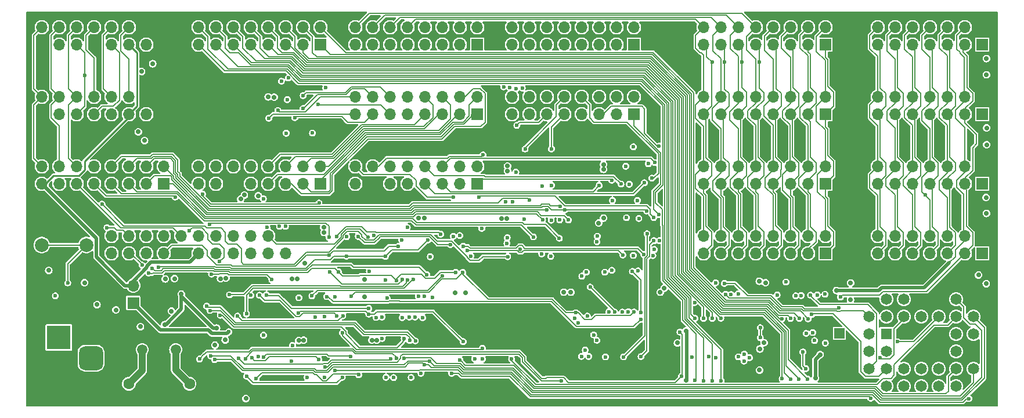
<source format=gbr>
%TF.GenerationSoftware,KiCad,Pcbnew,7.0.0-da2b9df05c~171~ubuntu20.04.1*%
%TF.CreationDate,2023-03-29T16:06:27-07:00*%
%TF.ProjectId,Motherboard,4d6f7468-6572-4626-9f61-72642e6b6963,rev?*%
%TF.SameCoordinates,Original*%
%TF.FileFunction,Copper,L2,Inr*%
%TF.FilePolarity,Positive*%
%FSLAX46Y46*%
G04 Gerber Fmt 4.6, Leading zero omitted, Abs format (unit mm)*
G04 Created by KiCad (PCBNEW 7.0.0-da2b9df05c~171~ubuntu20.04.1) date 2023-03-29 16:06:27*
%MOMM*%
%LPD*%
G01*
G04 APERTURE LIST*
G04 Aperture macros list*
%AMRoundRect*
0 Rectangle with rounded corners*
0 $1 Rounding radius*
0 $2 $3 $4 $5 $6 $7 $8 $9 X,Y pos of 4 corners*
0 Add a 4 corners polygon primitive as box body*
4,1,4,$2,$3,$4,$5,$6,$7,$8,$9,$2,$3,0*
0 Add four circle primitives for the rounded corners*
1,1,$1+$1,$2,$3*
1,1,$1+$1,$4,$5*
1,1,$1+$1,$6,$7*
1,1,$1+$1,$8,$9*
0 Add four rect primitives between the rounded corners*
20,1,$1+$1,$2,$3,$4,$5,0*
20,1,$1+$1,$4,$5,$6,$7,0*
20,1,$1+$1,$6,$7,$8,$9,0*
20,1,$1+$1,$8,$9,$2,$3,0*%
G04 Aperture macros list end*
%TA.AperFunction,ComponentPad*%
%ADD10R,1.700000X1.700000*%
%TD*%
%TA.AperFunction,ComponentPad*%
%ADD11O,1.700000X1.700000*%
%TD*%
%TA.AperFunction,ComponentPad*%
%ADD12C,1.600000*%
%TD*%
%TA.AperFunction,ComponentPad*%
%ADD13R,1.500000X1.500000*%
%TD*%
%TA.AperFunction,ComponentPad*%
%ADD14C,1.500000*%
%TD*%
%TA.AperFunction,ComponentPad*%
%ADD15R,1.650000X1.650000*%
%TD*%
%TA.AperFunction,ComponentPad*%
%ADD16C,1.650000*%
%TD*%
%TA.AperFunction,ComponentPad*%
%ADD17R,3.500000X3.500000*%
%TD*%
%TA.AperFunction,ComponentPad*%
%ADD18RoundRect,0.750000X1.000000X-0.750000X1.000000X0.750000X-1.000000X0.750000X-1.000000X-0.750000X0*%
%TD*%
%TA.AperFunction,ComponentPad*%
%ADD19RoundRect,0.875000X0.875000X-0.875000X0.875000X0.875000X-0.875000X0.875000X-0.875000X-0.875000X0*%
%TD*%
%TA.AperFunction,ComponentPad*%
%ADD20C,2.000000*%
%TD*%
%TA.AperFunction,ViaPad*%
%ADD21C,0.700000*%
%TD*%
%TA.AperFunction,ViaPad*%
%ADD22C,0.600000*%
%TD*%
%TA.AperFunction,Conductor*%
%ADD23C,0.200000*%
%TD*%
%TA.AperFunction,Conductor*%
%ADD24C,0.500000*%
%TD*%
%TA.AperFunction,Conductor*%
%ADD25C,1.000000*%
%TD*%
%TA.AperFunction,Conductor*%
%ADD26C,0.250000*%
%TD*%
G04 APERTURE END LIST*
D10*
%TO.N,VCC*%
%TO.C,JMEM_C2*%
X208279999Y-104139999D03*
D11*
%TO.N,GND*%
X208279999Y-101599999D03*
%TO.N,/~{RST}*%
X205739999Y-104139999D03*
%TO.N,/CLK*%
X205739999Y-101599999D03*
%TO.N,/~{MEM_OE}*%
X203199999Y-104139999D03*
%TO.N,/~{INST_WB}*%
X203199999Y-101599999D03*
%TO.N,/MEM_DATA0*%
X200659999Y-104139999D03*
%TO.N,/MEM_DATA1*%
X200659999Y-101599999D03*
%TO.N,/MEM_DATA2*%
X198119999Y-104139999D03*
%TO.N,/MEM_DATA3*%
X198119999Y-101599999D03*
%TO.N,/MEM_DATA4*%
X195579999Y-104139999D03*
%TO.N,/MEM_DATA5*%
X195579999Y-101599999D03*
%TO.N,/MEM_DATA6*%
X193039999Y-104139999D03*
%TO.N,/MEM_DATA7*%
X193039999Y-101599999D03*
%TO.N,GND*%
X190499999Y-104139999D03*
X190499999Y-101599999D03*
%TD*%
D10*
%TO.N,/MEM_ADDR0*%
%TO.C,JMEM_C1*%
X185419999Y-104139999D03*
D11*
%TO.N,/MEM_ADDR1*%
X185419999Y-101599999D03*
%TO.N,/MEM_ADDR2*%
X182879999Y-104139999D03*
%TO.N,/MEM_ADDR3*%
X182879999Y-101599999D03*
%TO.N,/MEM_ADDR4*%
X180339999Y-104139999D03*
%TO.N,/MEM_ADDR5*%
X180339999Y-101599999D03*
%TO.N,/MEM_ADDR6*%
X177799999Y-104139999D03*
%TO.N,/MEM_ADDR7*%
X177799999Y-101599999D03*
%TO.N,/MEM_ADDR8*%
X175259999Y-104139999D03*
%TO.N,/MEM_ADDR9*%
X175259999Y-101599999D03*
%TO.N,/MEM_ADDR10*%
X172719999Y-104139999D03*
%TO.N,/MEM_ADDR11*%
X172719999Y-101599999D03*
%TO.N,/MEM_ADDR12*%
X170179999Y-104139999D03*
%TO.N,/MEM_ADDR13*%
X170179999Y-101599999D03*
%TO.N,/MEM_ADDR14*%
X167639999Y-104139999D03*
%TO.N,/MEM_ADDR15*%
X167639999Y-101599999D03*
%TD*%
D10*
%TO.N,/IN_ACC6*%
%TO.C,JREGLOW3*%
X134619999Y-93979999D03*
D11*
%TO.N,/IN_ACC7*%
X134619999Y-91439999D03*
%TO.N,/IN_ACC4*%
X132079999Y-93979999D03*
%TO.N,/IN_ACC5*%
X132079999Y-91439999D03*
%TO.N,/IN_ACC2*%
X129539999Y-93979999D03*
%TO.N,/IN_ACC3*%
X129539999Y-91439999D03*
%TO.N,/IN_ACC0*%
X126999999Y-93979999D03*
%TO.N,/IN_ACC1*%
X126999999Y-91439999D03*
%TO.N,/RCS6*%
X124459999Y-93979999D03*
%TO.N,/RCS7*%
X124459999Y-91439999D03*
%TO.N,/RCS4*%
X121919999Y-93979999D03*
%TO.N,/RCS5*%
X121919999Y-91439999D03*
%TO.N,/RCS2*%
X119379999Y-93979999D03*
%TO.N,/RCS3*%
X119379999Y-91439999D03*
%TO.N,/RCS0*%
X116839999Y-93979999D03*
%TO.N,/RCS1*%
X116839999Y-91439999D03*
%TD*%
D10*
%TO.N,/IN_ACC7*%
%TO.C,JALU2*%
X111759999Y-104139999D03*
D11*
%TO.N,/IN_ACC3*%
X111759999Y-101599999D03*
%TO.N,/IN_ACC6*%
X109219999Y-104139999D03*
%TO.N,/IN_ACC2*%
X109219999Y-101599999D03*
%TO.N,/IN_ACC5*%
X106679999Y-104139999D03*
%TO.N,/IN_ACC1*%
X106679999Y-101599999D03*
%TO.N,/IN_ACC4*%
X104139999Y-104139999D03*
%TO.N,/IN_ACC0*%
X104139999Y-101599999D03*
%TO.N,VCC*%
X101599999Y-104139999D03*
%TO.N,/WRITEID3*%
X101599999Y-101599999D03*
%TO.N,GND*%
X99059999Y-104139999D03*
%TO.N,/WRITEID2*%
X99059999Y-101599999D03*
%TO.N,/OPCODE0*%
X96519999Y-104139999D03*
%TO.N,/WRITEID1*%
X96519999Y-101599999D03*
%TO.N,/IMM_MSB*%
X93979999Y-104139999D03*
%TO.N,/WRITEID0*%
X93979999Y-101599999D03*
%TD*%
D10*
%TO.N,VCC*%
%TO.C,JMEM_B2*%
X208279999Y-93979999D03*
D11*
%TO.N,GND*%
X208279999Y-91439999D03*
%TO.N,/~{RST}*%
X205739999Y-93979999D03*
%TO.N,/CLK*%
X205739999Y-91439999D03*
%TO.N,/~{MEM_OE}*%
X203199999Y-93979999D03*
%TO.N,/~{INST_WB}*%
X203199999Y-91439999D03*
%TO.N,/MEM_DATA0*%
X200659999Y-93979999D03*
%TO.N,/MEM_DATA1*%
X200659999Y-91439999D03*
%TO.N,/MEM_DATA2*%
X198119999Y-93979999D03*
%TO.N,/MEM_DATA3*%
X198119999Y-91439999D03*
%TO.N,/MEM_DATA4*%
X195579999Y-93979999D03*
%TO.N,/MEM_DATA5*%
X195579999Y-91439999D03*
%TO.N,/MEM_DATA6*%
X193039999Y-93979999D03*
%TO.N,/MEM_DATA7*%
X193039999Y-91439999D03*
%TO.N,GND*%
X190499999Y-93979999D03*
X190499999Y-91439999D03*
%TD*%
D10*
%TO.N,/MEM_ADDR0*%
%TO.C,JMEM_D1*%
X185419999Y-114299999D03*
D11*
%TO.N,/MEM_ADDR1*%
X185419999Y-111759999D03*
%TO.N,/MEM_ADDR2*%
X182879999Y-114299999D03*
%TO.N,/MEM_ADDR3*%
X182879999Y-111759999D03*
%TO.N,/MEM_ADDR4*%
X180339999Y-114299999D03*
%TO.N,/MEM_ADDR5*%
X180339999Y-111759999D03*
%TO.N,/MEM_ADDR6*%
X177799999Y-114299999D03*
%TO.N,/MEM_ADDR7*%
X177799999Y-111759999D03*
%TO.N,/MEM_ADDR8*%
X175259999Y-114299999D03*
%TO.N,/MEM_ADDR9*%
X175259999Y-111759999D03*
%TO.N,/MEM_ADDR10*%
X172719999Y-114299999D03*
%TO.N,/MEM_ADDR11*%
X172719999Y-111759999D03*
%TO.N,/MEM_ADDR12*%
X170179999Y-114299999D03*
%TO.N,/MEM_ADDR13*%
X170179999Y-111759999D03*
%TO.N,/MEM_ADDR14*%
X167639999Y-114299999D03*
%TO.N,/MEM_ADDR15*%
X167639999Y-111759999D03*
%TD*%
D10*
%TO.N,/MEM_ADDR0*%
%TO.C,JMEM_B1*%
X185419999Y-93979999D03*
D11*
%TO.N,/MEM_ADDR1*%
X185419999Y-91439999D03*
%TO.N,/MEM_ADDR2*%
X182879999Y-93979999D03*
%TO.N,/MEM_ADDR3*%
X182879999Y-91439999D03*
%TO.N,/MEM_ADDR4*%
X180339999Y-93979999D03*
%TO.N,/MEM_ADDR5*%
X180339999Y-91439999D03*
%TO.N,/MEM_ADDR6*%
X177799999Y-93979999D03*
%TO.N,/MEM_ADDR7*%
X177799999Y-91439999D03*
%TO.N,/MEM_ADDR8*%
X175259999Y-93979999D03*
%TO.N,/MEM_ADDR9*%
X175259999Y-91439999D03*
%TO.N,/MEM_ADDR10*%
X172719999Y-93979999D03*
%TO.N,/MEM_ADDR11*%
X172719999Y-91439999D03*
%TO.N,/MEM_ADDR12*%
X170179999Y-93979999D03*
%TO.N,/MEM_ADDR13*%
X170179999Y-91439999D03*
%TO.N,/MEM_ADDR14*%
X167639999Y-93979999D03*
%TO.N,/MEM_ADDR15*%
X167639999Y-91439999D03*
%TD*%
D12*
%TO.N,GND*%
%TO.C,C4*%
X86320000Y-133350000D03*
%TO.N,/OSC_IN*%
X83820000Y-133350000D03*
%TD*%
D13*
%TO.N,/ROMADDR15*%
%TO.C,TPROM15*%
X187451999Y-125983999D03*
%TD*%
D10*
%TO.N,GND*%
%TO.C,JREGLOW1*%
X88899999Y-93979999D03*
D11*
X88899999Y-91439999D03*
%TO.N,VCC*%
X86359999Y-93979999D03*
%TO.N,GND*%
X86359999Y-91439999D03*
%TO.N,/CLK*%
X83819999Y-93979999D03*
%TO.N,/WRITEID2*%
X83819999Y-91439999D03*
%TO.N,VCC*%
X81279999Y-93979999D03*
%TO.N,/WRITEID1*%
X81279999Y-91439999D03*
%TO.N,/WRITEID3*%
X78739999Y-93979999D03*
%TO.N,/WRITEID0*%
X78739999Y-91439999D03*
%TO.N,/~{REG_WE}*%
X76199999Y-93979999D03*
%TO.N,/IMM2*%
X76199999Y-91439999D03*
%TO.N,VCC*%
X73659999Y-93979999D03*
%TO.N,/IMM1*%
X73659999Y-91439999D03*
%TO.N,GND*%
X71119999Y-93979999D03*
%TO.N,/IMM0*%
X71119999Y-91439999D03*
%TD*%
D10*
%TO.N,/MEM_ADDR0*%
%TO.C,JMEM_A1*%
X185419999Y-83819999D03*
D11*
%TO.N,/MEM_ADDR1*%
X185419999Y-81279999D03*
%TO.N,/MEM_ADDR2*%
X182879999Y-83819999D03*
%TO.N,/MEM_ADDR3*%
X182879999Y-81279999D03*
%TO.N,/MEM_ADDR4*%
X180339999Y-83819999D03*
%TO.N,/MEM_ADDR5*%
X180339999Y-81279999D03*
%TO.N,/MEM_ADDR6*%
X177799999Y-83819999D03*
%TO.N,/MEM_ADDR7*%
X177799999Y-81279999D03*
%TO.N,/MEM_ADDR8*%
X175259999Y-83819999D03*
%TO.N,/MEM_ADDR9*%
X175259999Y-81279999D03*
%TO.N,/MEM_ADDR10*%
X172719999Y-83819999D03*
%TO.N,/MEM_ADDR11*%
X172719999Y-81279999D03*
%TO.N,/MEM_ADDR12*%
X170179999Y-83819999D03*
%TO.N,/MEM_ADDR13*%
X170179999Y-81279999D03*
%TO.N,/MEM_ADDR14*%
X167639999Y-83819999D03*
%TO.N,/MEM_ADDR15*%
X167639999Y-81279999D03*
%TD*%
D10*
%TO.N,/DATAIN6*%
%TO.C,JREGHIGH4*%
X157479999Y-83819999D03*
D11*
%TO.N,/DATAIN7*%
X157479999Y-81279999D03*
%TO.N,/DATAIN4*%
X154939999Y-83819999D03*
%TO.N,/DATAIN5*%
X154939999Y-81279999D03*
%TO.N,/DATAIN2*%
X152399999Y-83819999D03*
%TO.N,/DATAIN3*%
X152399999Y-81279999D03*
%TO.N,/DATAIN0*%
X149859999Y-83819999D03*
%TO.N,/DATAIN1*%
X149859999Y-81279999D03*
%TO.N,/DATAOUT_HIGH6*%
X147319999Y-83819999D03*
%TO.N,/DATAOUT_HIGH7*%
X147319999Y-81279999D03*
%TO.N,/DATAOUT_HIGH4*%
X144779999Y-83819999D03*
%TO.N,/DATAOUT_HIGH5*%
X144779999Y-81279999D03*
%TO.N,/DATAOUT_HIGH2*%
X142239999Y-83819999D03*
%TO.N,/DATAOUT_HIGH3*%
X142239999Y-81279999D03*
%TO.N,/DATAOUT_HIGH0*%
X139699999Y-83819999D03*
%TO.N,/DATAOUT_HIGH1*%
X139699999Y-81279999D03*
%TD*%
D14*
%TO.N,Net-(C8-Pad2)*%
%TO.C,Y1*%
X90645000Y-128365000D03*
%TO.N,/OSC_IN*%
X85765000Y-128365000D03*
%TD*%
D10*
%TO.N,/REGDATA3*%
%TO.C,JALU1*%
X88899999Y-104139999D03*
D11*
%TO.N,/REGDATA7*%
X88899999Y-101599999D03*
%TO.N,/REGDATA2*%
X86359999Y-104139999D03*
%TO.N,/REGDATA6*%
X86359999Y-101599999D03*
%TO.N,/REGDATA1*%
X83819999Y-104139999D03*
%TO.N,/REGDATA5*%
X83819999Y-101599999D03*
%TO.N,/REGDATA0*%
X81279999Y-104139999D03*
%TO.N,/REGDATA4*%
X81279999Y-101599999D03*
%TO.N,/~{CARRY_WE}*%
X78739999Y-104139999D03*
%TO.N,/IMM3*%
X78739999Y-101599999D03*
%TO.N,/CARRY*%
X76199999Y-104139999D03*
%TO.N,/IMM2*%
X76199999Y-101599999D03*
%TO.N,/OUT_RX_ID*%
X73659999Y-104139999D03*
%TO.N,/IMM1*%
X73659999Y-101599999D03*
%TO.N,/CLK*%
X71119999Y-104139999D03*
%TO.N,/IMM0*%
X71119999Y-101599999D03*
%TD*%
D10*
%TO.N,/CLK_INT*%
%TO.C,JP1*%
X84454999Y-121538999D03*
D11*
%TO.N,/CLK*%
X84454999Y-118998999D03*
%TD*%
D15*
%TO.N,unconnected-(U2-NC-Pad1)*%
%TO.C,U2*%
X194309999Y-126079999D03*
D16*
%TO.N,/ROMADDR14*%
X191770000Y-128620000D03*
%TO.N,/ROMADDR12*%
X194310000Y-128620000D03*
%TO.N,/ROMADDR7*%
X191770000Y-131160000D03*
%TO.N,/ROMADDR6*%
X194310000Y-133700000D03*
%TO.N,/ROMADDR5*%
X194310000Y-131160000D03*
%TO.N,/ROMADDR4*%
X196850000Y-133700000D03*
%TO.N,/ROMADDR3*%
X196850000Y-131160000D03*
%TO.N,/ROMADDR2*%
X199390000Y-133700000D03*
%TO.N,/ROMADDR1*%
X199390000Y-131160000D03*
%TO.N,/ROMADDR0*%
X201930000Y-133700000D03*
%TO.N,unconnected-(U2-NC-Pad12)*%
X201930000Y-131160000D03*
%TO.N,/OPCODE0*%
X204470000Y-133700000D03*
%TO.N,/IN_R1*%
X207010000Y-131160000D03*
%TO.N,/OPCODE2*%
X204470000Y-131160000D03*
%TO.N,GND*%
X207010000Y-128620000D03*
%TO.N,unconnected-(U2-NC-Pad17)*%
X204470000Y-128620000D03*
%TO.N,/OPCODE3*%
X207010000Y-126080000D03*
%TO.N,/IMM0*%
X204470000Y-126080000D03*
%TO.N,/IMM1*%
X207010000Y-123540000D03*
%TO.N,/IMM2*%
X204470000Y-121000000D03*
%TO.N,/IMM3*%
X204470000Y-123540000D03*
%TO.N,GND*%
X201930000Y-121000000D03*
%TO.N,/ROMADDR10*%
X201930000Y-123540000D03*
%TO.N,GND*%
X199390000Y-121000000D03*
%TO.N,unconnected-(U2-NC-Pad26)*%
X199390000Y-123540000D03*
%TO.N,/ROMADDR11*%
X196850000Y-121000000D03*
%TO.N,/ROMADDR9*%
X196850000Y-123540000D03*
%TO.N,/ROMADDR8*%
X194310000Y-121000000D03*
%TO.N,/ROMADDR13*%
X191770000Y-123540000D03*
%TO.N,VCC*%
X194310000Y-123540000D03*
X191770000Y-126080000D03*
%TD*%
D17*
%TO.N,Net-(F2-Pad2)*%
%TO.C,J1*%
X73599999Y-126599999D03*
D18*
%TO.N,GND*%
X73600000Y-132600000D03*
D19*
%TO.N,unconnected-(J1-Pad3)*%
X78300000Y-129600000D03*
%TD*%
D10*
%TO.N,VCC*%
%TO.C,JMEM_A2*%
X208279999Y-83819999D03*
D11*
%TO.N,GND*%
X208279999Y-81279999D03*
%TO.N,/~{RST}*%
X205739999Y-83819999D03*
%TO.N,/CLK*%
X205739999Y-81279999D03*
%TO.N,/~{MEM_OE}*%
X203199999Y-83819999D03*
%TO.N,/~{INST_WB}*%
X203199999Y-81279999D03*
%TO.N,/MEM_DATA0*%
X200659999Y-83819999D03*
%TO.N,/MEM_DATA1*%
X200659999Y-81279999D03*
%TO.N,/MEM_DATA2*%
X198119999Y-83819999D03*
%TO.N,/MEM_DATA3*%
X198119999Y-81279999D03*
%TO.N,/MEM_DATA4*%
X195579999Y-83819999D03*
%TO.N,/MEM_DATA5*%
X195579999Y-81279999D03*
%TO.N,/MEM_DATA6*%
X193039999Y-83819999D03*
%TO.N,/MEM_DATA7*%
X193039999Y-81279999D03*
%TO.N,GND*%
X190499999Y-83819999D03*
X190499999Y-81279999D03*
%TD*%
D10*
%TO.N,GND*%
%TO.C,JREGHIGH1*%
X88899999Y-83819999D03*
D11*
X88899999Y-81279999D03*
%TO.N,VCC*%
X86359999Y-83819999D03*
%TO.N,GND*%
X86359999Y-81279999D03*
%TO.N,/CLK*%
X83819999Y-83819999D03*
%TO.N,/WRITEID2*%
X83819999Y-81279999D03*
%TO.N,/WRITEID3*%
X81279999Y-83819999D03*
%TO.N,/WRITEID1*%
X81279999Y-81279999D03*
%TO.N,GND*%
X78739999Y-83819999D03*
%TO.N,/WRITEID0*%
X78739999Y-81279999D03*
%TO.N,/~{REG_WE}*%
X76199999Y-83819999D03*
%TO.N,/IMM2*%
X76199999Y-81279999D03*
%TO.N,VCC*%
X73659999Y-83819999D03*
%TO.N,/IMM1*%
X73659999Y-81279999D03*
%TO.N,GND*%
X71119999Y-83819999D03*
%TO.N,/IMM0*%
X71119999Y-81279999D03*
%TD*%
D10*
%TO.N,/DATAIN6*%
%TO.C,JREGLOW4*%
X157479999Y-93979999D03*
D11*
%TO.N,/DATAIN7*%
X157479999Y-91439999D03*
%TO.N,/DATAIN4*%
X154939999Y-93979999D03*
%TO.N,/DATAIN5*%
X154939999Y-91439999D03*
%TO.N,/DATAIN2*%
X152399999Y-93979999D03*
%TO.N,/DATAIN3*%
X152399999Y-91439999D03*
%TO.N,/DATAIN0*%
X149859999Y-93979999D03*
%TO.N,/DATAIN1*%
X149859999Y-91439999D03*
%TO.N,/DATAOUT_LOW6*%
X147319999Y-93979999D03*
%TO.N,/DATAOUT_LOW7*%
X147319999Y-91439999D03*
%TO.N,/DATAOUT_LOW4*%
X144779999Y-93979999D03*
%TO.N,/DATAOUT_LOW5*%
X144779999Y-91439999D03*
%TO.N,/DATAOUT_LOW2*%
X142239999Y-93979999D03*
%TO.N,/DATAOUT_LOW3*%
X142239999Y-91439999D03*
%TO.N,/DATAOUT_LOW0*%
X139699999Y-93979999D03*
%TO.N,/DATAOUT_LOW1*%
X139699999Y-91439999D03*
%TD*%
D10*
%TO.N,/MEM_ADDR6*%
%TO.C,JREGHIGH3*%
X134619999Y-83819999D03*
D11*
%TO.N,/MEM_ADDR7*%
X134619999Y-81279999D03*
%TO.N,/MEM_ADDR4*%
X132079999Y-83819999D03*
%TO.N,/MEM_ADDR5*%
X132079999Y-81279999D03*
%TO.N,/MEM_ADDR2*%
X129539999Y-83819999D03*
%TO.N,/MEM_ADDR3*%
X129539999Y-81279999D03*
%TO.N,/MEM_ADDR0*%
X126999999Y-83819999D03*
%TO.N,/MEM_ADDR1*%
X126999999Y-81279999D03*
%TO.N,/MEM_ADDR14*%
X124459999Y-83819999D03*
%TO.N,/MEM_ADDR15*%
X124459999Y-81279999D03*
%TO.N,/MEM_ADDR12*%
X121919999Y-83819999D03*
%TO.N,/MEM_ADDR13*%
X121919999Y-81279999D03*
%TO.N,/MEM_ADDR10*%
X119379999Y-83819999D03*
%TO.N,/MEM_ADDR11*%
X119379999Y-81279999D03*
%TO.N,/MEM_ADDR8*%
X116839999Y-83819999D03*
%TO.N,/MEM_ADDR9*%
X116839999Y-81279999D03*
%TD*%
D10*
%TO.N,VCC*%
%TO.C,JMEM_D2*%
X208279999Y-114299999D03*
D11*
%TO.N,GND*%
X208279999Y-111759999D03*
%TO.N,/~{RST}*%
X205739999Y-114299999D03*
%TO.N,/CLK*%
X205739999Y-111759999D03*
%TO.N,/~{MEM_OE}*%
X203199999Y-114299999D03*
%TO.N,/~{INST_WB}*%
X203199999Y-111759999D03*
%TO.N,/MEM_DATA0*%
X200659999Y-114299999D03*
%TO.N,/MEM_DATA1*%
X200659999Y-111759999D03*
%TO.N,/MEM_DATA2*%
X198119999Y-114299999D03*
%TO.N,/MEM_DATA3*%
X198119999Y-111759999D03*
%TO.N,/MEM_DATA4*%
X195579999Y-114299999D03*
%TO.N,/MEM_DATA5*%
X195579999Y-111759999D03*
%TO.N,/MEM_DATA6*%
X193039999Y-114299999D03*
%TO.N,/MEM_DATA7*%
X193039999Y-111759999D03*
%TO.N,GND*%
X190499999Y-114299999D03*
X190499999Y-111759999D03*
%TD*%
D10*
%TO.N,/JMPDST6*%
%TO.C,JREGHIGH2*%
X111759999Y-83819999D03*
D11*
%TO.N,/JMPDST7*%
X111759999Y-81279999D03*
%TO.N,/JMPDST4*%
X109219999Y-83819999D03*
%TO.N,/JMPDST5*%
X109219999Y-81279999D03*
%TO.N,/JMPDST2*%
X106679999Y-83819999D03*
%TO.N,/JMPDST3*%
X106679999Y-81279999D03*
%TO.N,/JMPDST0*%
X104139999Y-83819999D03*
%TO.N,/JMPDST1*%
X104139999Y-81279999D03*
%TO.N,/JMPDST14*%
X101599999Y-83819999D03*
%TO.N,/JMPDST15*%
X101599999Y-81279999D03*
%TO.N,/JMPDST12*%
X99059999Y-83819999D03*
%TO.N,/JMPDST13*%
X99059999Y-81279999D03*
%TO.N,/JMPDST10*%
X96519999Y-83819999D03*
%TO.N,/JMPDST11*%
X96519999Y-81279999D03*
%TO.N,/JMPDST8*%
X93979999Y-83819999D03*
%TO.N,/JMPDST9*%
X93979999Y-81279999D03*
%TD*%
D20*
%TO.N,GND*%
%TO.C,SW1*%
X71120000Y-108585000D03*
X77620000Y-108585000D03*
%TO.N,/~{MR_BTN}*%
X71120000Y-113085000D03*
X77620000Y-113085000D03*
%TD*%
D12*
%TO.N,GND*%
%TO.C,C8*%
X90170000Y-133350000D03*
%TO.N,Net-(C8-Pad2)*%
X92670000Y-133350000D03*
%TD*%
D10*
%TO.N,GND*%
%TO.C,JDBG1*%
X106679999Y-111759999D03*
D11*
%TO.N,VCC*%
X106679999Y-114299999D03*
%TO.N,/IN_ACC0*%
X104139999Y-111759999D03*
%TO.N,/IN_ACC1*%
X104139999Y-114299999D03*
%TO.N,/IN_ACC2*%
X101599999Y-111759999D03*
%TO.N,/IN_ACC3*%
X101599999Y-114299999D03*
%TO.N,/IN_ACC4*%
X99059999Y-111759999D03*
%TO.N,/IN_ACC5*%
X99059999Y-114299999D03*
%TO.N,/IN_ACC6*%
X96519999Y-111759999D03*
%TO.N,/IN_ACC7*%
X96519999Y-114299999D03*
%TO.N,/NEWCOND*%
X93979999Y-111759999D03*
%TO.N,/CLK*%
X93979999Y-114299999D03*
%TO.N,/CARRY*%
X91439999Y-111759999D03*
%TO.N,GND*%
X91439999Y-114299999D03*
%TO.N,/OPCODE0*%
X88899999Y-111759999D03*
%TO.N,/IN_R1*%
X88899999Y-114299999D03*
%TO.N,/OPCODE2*%
X86359999Y-111759999D03*
%TO.N,/OPCODE3*%
X86359999Y-114299999D03*
%TO.N,/IMM0*%
X83819999Y-111759999D03*
%TO.N,/IMM1*%
X83819999Y-114299999D03*
%TO.N,/IMM2*%
X81279999Y-111759999D03*
%TO.N,/IMM3*%
X81279999Y-114299999D03*
%TD*%
D10*
%TO.N,/ALU_RESULT7*%
%TO.C,JALU3*%
X134619999Y-104139999D03*
D11*
%TO.N,/ALU_RESULT6*%
X134619999Y-101599999D03*
%TO.N,/ALU_RESULT5*%
X132079999Y-104139999D03*
%TO.N,/ALU_RESULT4*%
X132079999Y-101599999D03*
%TO.N,/ALU_RESULT3*%
X129539999Y-104139999D03*
%TO.N,/ALU_RESULT2*%
X129539999Y-101599999D03*
%TO.N,/ALU_RESULT1*%
X126999999Y-104139999D03*
%TO.N,/ALU_RESULT0*%
X126999999Y-101599999D03*
%TO.N,/~{L}*%
X124459999Y-104139999D03*
%TO.N,/IN_R0*%
X124459999Y-101599999D03*
%TO.N,/SWAP_NIBBLES*%
X121919999Y-104139999D03*
%TO.N,/IN_R1*%
X121919999Y-101599999D03*
%TO.N,GND*%
X119379999Y-104139999D03*
%TO.N,/IN_R2*%
X119379999Y-101599999D03*
%TO.N,VCC*%
X116839999Y-104139999D03*
%TO.N,/IN_R3*%
X116839999Y-101599999D03*
%TD*%
D21*
%TO.N,GND*%
X107800000Y-106010000D03*
X92140000Y-123940000D03*
%TO.N,VCC*%
X153035000Y-109143800D03*
X107569000Y-117983000D03*
X104130000Y-91450000D03*
X153035000Y-101320600D03*
X207746600Y-117449600D03*
X118170000Y-120650500D03*
X112250000Y-110510000D03*
X152350000Y-109870000D03*
X189077600Y-121107200D03*
X208889600Y-88214200D03*
X90474800Y-117983000D03*
X87299800Y-86614000D03*
X126949200Y-109169200D03*
X132943600Y-120015000D03*
X105003373Y-91484057D03*
X163830000Y-127355600D03*
X176459400Y-127350000D03*
X139039600Y-102260400D03*
X184643511Y-129085500D03*
X89128600Y-118033800D03*
X208889600Y-108458000D03*
X139039600Y-101549200D03*
X118171000Y-118139500D03*
X100130000Y-106360000D03*
X109296200Y-126974600D03*
X189077600Y-118618000D03*
X175768000Y-118370000D03*
X208940400Y-98425000D03*
X97870000Y-126945498D03*
X153035000Y-102031800D03*
X102690000Y-105890000D03*
X112279266Y-111240000D03*
X108585000Y-127025400D03*
X131394200Y-120015000D03*
X147249266Y-119960734D03*
X119253000Y-126974600D03*
X148281734Y-119960734D03*
X86106000Y-97815400D03*
X161315400Y-119964200D03*
X183940000Y-132540000D03*
X138176000Y-109194600D03*
X126060200Y-109169200D03*
X108383000Y-117983000D03*
X119964200Y-126974600D03*
X161898510Y-119381090D03*
X138970097Y-109195100D03*
X175810000Y-131340000D03*
X176682400Y-118592600D03*
X100660000Y-105770000D03*
X72136000Y-116789200D03*
X81940400Y-122555000D03*
X208889600Y-85852000D03*
X97974252Y-117916580D03*
X208915000Y-95986600D03*
X109448600Y-115747800D03*
X208864200Y-118719600D03*
X208838800Y-106146600D03*
X97183000Y-117983000D03*
X85191600Y-96545400D03*
X85669500Y-87740500D03*
X175850000Y-128270000D03*
X79171800Y-121775000D03*
X77343000Y-118592600D03*
X96370000Y-127690000D03*
%TO.N,GND*%
X104775000Y-132537200D03*
X132740000Y-123480000D03*
X185394600Y-132588000D03*
X150000000Y-98500000D03*
X168990000Y-106600000D03*
X80492600Y-119176800D03*
X141585818Y-128554182D03*
X176500000Y-96000000D03*
X123840000Y-132430000D03*
X93580000Y-91560000D03*
X172720000Y-132800500D03*
X181750000Y-96750000D03*
X116205000Y-123672600D03*
X136840000Y-125900000D03*
X136640000Y-124770000D03*
X174240000Y-106560500D03*
X158080000Y-101830000D03*
X96250000Y-93960000D03*
X105435400Y-134189500D03*
X201750000Y-127000000D03*
X96000000Y-96920000D03*
X200500000Y-129500000D03*
X130175000Y-111760000D03*
X147955000Y-104444800D03*
X144349500Y-131876800D03*
X129880000Y-113659500D03*
X92684600Y-120650000D03*
X125500000Y-99000000D03*
X166814370Y-122175630D03*
X206689500Y-86995000D03*
X184750500Y-125830000D03*
X86400000Y-108400000D03*
X83200000Y-107800000D03*
X192000000Y-96000000D03*
X171490000Y-106600000D03*
X112496600Y-95554800D03*
X166990500Y-96009266D03*
X104724200Y-125755400D03*
X205740000Y-116281200D03*
X151401033Y-122962311D03*
X180983677Y-118505445D03*
X135010000Y-124640000D03*
X160659266Y-103940734D03*
X169000000Y-96000000D03*
X140910000Y-122970000D03*
X104800400Y-123469400D03*
X111768559Y-120597028D03*
X142420000Y-129710000D03*
X202000000Y-96000000D03*
X161040500Y-114350800D03*
X147929600Y-116992400D03*
X174250000Y-97500000D03*
X166990000Y-106560500D03*
X144530000Y-98560000D03*
X100920000Y-98690000D03*
X156260500Y-112054500D03*
X186140000Y-124010000D03*
X143652367Y-111779629D03*
X159740600Y-129387600D03*
X136804400Y-129844800D03*
X204740000Y-107350000D03*
X155422600Y-101422200D03*
X169000000Y-96750000D03*
X206724548Y-97142752D03*
X174250000Y-96000000D03*
X159740600Y-132130800D03*
X73964800Y-120548400D03*
X141326400Y-111814502D03*
X116230400Y-134797800D03*
X133000000Y-99000000D03*
X139039100Y-96480000D03*
X173355000Y-124688600D03*
X206689500Y-88061800D03*
X129500000Y-99000000D03*
X181750000Y-97500000D03*
X137000000Y-119000000D03*
X174250000Y-96750000D03*
X140589000Y-129819400D03*
X179250000Y-96750000D03*
X102770000Y-95680000D03*
X91640000Y-89480000D03*
X134140000Y-126350000D03*
X144349500Y-129768600D03*
X112415906Y-129642626D03*
X97155000Y-134797800D03*
X200250000Y-127000000D03*
X122693680Y-115667500D03*
X140990589Y-102011211D03*
X87260000Y-88890000D03*
X197000000Y-96000000D03*
X142320000Y-96260000D03*
X166500000Y-88000000D03*
X122693180Y-114890250D03*
X179250000Y-96000000D03*
X116799315Y-112510426D03*
X199750000Y-129000000D03*
X181740000Y-107310500D03*
X128041400Y-123596400D03*
X143240000Y-123460000D03*
X161040500Y-117047809D03*
X169000000Y-97500000D03*
X202250000Y-129000000D03*
X173370000Y-123900000D03*
X185390000Y-131900000D03*
X116205000Y-132537200D03*
X203990500Y-117449600D03*
X192100200Y-121132600D03*
X179250000Y-97500000D03*
X206639500Y-98145600D03*
X181750000Y-96000000D03*
X199600000Y-96000000D03*
X179781200Y-121107200D03*
X201500000Y-129500000D03*
X179240000Y-106560500D03*
X134569200Y-114706400D03*
X128905000Y-132461000D03*
X161269638Y-106635505D03*
X116233396Y-125883700D03*
X129630000Y-132470000D03*
X141220000Y-125540000D03*
X132943600Y-129819400D03*
X134594600Y-117043200D03*
X128016000Y-125907800D03*
X172008681Y-132148017D03*
X116430900Y-111783854D03*
X142000000Y-119000000D03*
X108830000Y-110509500D03*
X181740000Y-106560500D03*
X123145788Y-126962745D03*
X140490000Y-124230000D03*
X147955000Y-114757200D03*
X116840000Y-116967000D03*
X206725000Y-107315000D03*
X123596400Y-120650000D03*
X147955000Y-106730800D03*
X155131600Y-111861600D03*
D22*
%TO.N,/IN_R0*%
X100965000Y-123140000D03*
X125320000Y-118140322D03*
%TO.N,/IN_R2*%
X135470000Y-99940000D03*
X135290000Y-110644100D03*
%TO.N,/IN_R3*%
X131129968Y-111808723D03*
X131130000Y-106099500D03*
%TO.N,/RCS0*%
X122440000Y-132430000D03*
X104241600Y-94564200D03*
%TO.N,/RCS1*%
X105537000Y-93421200D03*
%TO.N,/RCS2*%
X108026200Y-94479500D03*
%TO.N,/RCS3*%
X109220000Y-93141800D03*
%TO.N,/RCS4*%
X111404400Y-92557600D03*
%TO.N,/RCS5*%
X109245400Y-91262200D03*
%TO.N,/RCS6*%
X106934000Y-91846400D03*
%TO.N,/RCS7*%
X106059989Y-89155846D03*
X121320000Y-132390000D03*
%TO.N,/NEWCOND*%
X95655500Y-122640000D03*
X124770502Y-127029498D03*
%TO.N,/IMM3*%
X139647701Y-129741094D03*
X138800000Y-106781600D03*
X79890000Y-107100000D03*
X139065000Y-114782600D03*
%TO.N,/IMM2*%
X127635000Y-130011951D03*
X95763099Y-129257902D03*
%TO.N,/IMM1*%
X85730000Y-115999500D03*
X126940000Y-130580000D03*
X96332599Y-129827401D03*
%TO.N,/IN_ACC6*%
X106650000Y-110360000D03*
%TO.N,/PCEVENT*%
X112340000Y-123560000D03*
X129570000Y-117564002D03*
X110520000Y-120510000D03*
%TO.N,/~{IS_SKIP}*%
X114980000Y-125895500D03*
X135380000Y-128170500D03*
X135410000Y-129718900D03*
%TO.N,/~{IS_JMP}*%
X112685596Y-120612615D03*
X158460000Y-123929500D03*
X185400000Y-127390000D03*
X185366372Y-120261872D03*
X172690000Y-120210000D03*
X172690000Y-129410000D03*
%TO.N,/~{RST}*%
X187590000Y-120680000D03*
X175900000Y-125141000D03*
X175900000Y-126600000D03*
X73100000Y-120490000D03*
X94114667Y-129729379D03*
X164200900Y-125790900D03*
X164416700Y-132249177D03*
%TO.N,/IN_ACC7*%
X97154500Y-123340000D03*
X123982966Y-126747417D03*
%TO.N,/ROMADDR8*%
X174352250Y-129535500D03*
%TO.N,/ROMADDR9*%
X168371000Y-129372409D03*
X193394500Y-129535500D03*
%TO.N,/CARRY0*%
X183840305Y-127026705D03*
X184240000Y-120360000D03*
%TO.N,/ROMADDR2*%
X182130000Y-128690000D03*
X182570000Y-131134500D03*
%TO.N,/ROMADDR10*%
X169409500Y-129560500D03*
X195934500Y-127210000D03*
%TO.N,/ROMADDR11*%
X173535000Y-130035000D03*
%TO.N,/CARRY1*%
X173600000Y-129000000D03*
X178370000Y-120370000D03*
%TO.N,/ROMADDR4*%
X179644584Y-118488500D03*
%TO.N,/ROMADDR12*%
X166329185Y-121478313D03*
X183580500Y-125860000D03*
%TO.N,/ROMADDR5*%
X183430000Y-123214500D03*
X181071000Y-120490500D03*
%TO.N,/ROMADDR13*%
X170840000Y-120290000D03*
%TO.N,/CARRY2*%
X171640000Y-120310500D03*
X165965700Y-129442801D03*
%TO.N,/ROMADDR6*%
X181890000Y-120450000D03*
%TO.N,/ROMADDR14*%
X182600000Y-125980000D03*
X169390000Y-118610000D03*
%TO.N,/ROMADDR7*%
X183240000Y-120400000D03*
%TO.N,/ROMADDR15*%
X187360000Y-122280000D03*
X170670000Y-118684500D03*
%TO.N,/REGDATA3*%
X144160000Y-109410700D03*
X152100500Y-112600000D03*
X151600000Y-126200000D03*
%TO.N,/IMM0*%
X87235220Y-116494734D03*
X192022777Y-135449500D03*
X127270000Y-117405500D03*
X80640000Y-110540000D03*
X130910000Y-131799500D03*
%TO.N,/~{CARRY_WE}*%
X90563453Y-106089500D03*
X94580000Y-105640000D03*
X110970000Y-123619900D03*
X111550000Y-106940500D03*
%TO.N,/OUT_RX_ID*%
X107560000Y-130009500D03*
X97030000Y-115520000D03*
X102695000Y-129405000D03*
X92620000Y-110999500D03*
X109810000Y-132386700D03*
%TO.N,/IN_ACC4*%
X103979761Y-110520815D03*
%TO.N,/IN_ACC5*%
X103428273Y-106310248D03*
%TO.N,/IN_ACC2*%
X105789500Y-110359500D03*
%TO.N,/IN_ACC0*%
X120773144Y-126715248D03*
X118662050Y-111890000D03*
%TO.N,/CARRY*%
X95155500Y-122000000D03*
X125605214Y-127078827D03*
%TO.N,/IN_R1*%
X123952266Y-129650492D03*
X123070000Y-113310000D03*
X113000000Y-114590000D03*
%TO.N,/DATAOUT_LOW1*%
X144040000Y-114385100D03*
%TO.N,/DATAOUT_LOW0*%
X140926066Y-113671159D03*
%TO.N,/DATAOUT_LOW3*%
X141480000Y-109279500D03*
%TO.N,/DATAOUT_LOW2*%
X145415000Y-109448600D03*
%TO.N,/DATAOUT_LOW5*%
X144119600Y-104444800D03*
%TO.N,/DATAOUT_LOW4*%
X140252852Y-102432398D03*
X140400000Y-95600000D03*
%TO.N,/DATAOUT_LOW7*%
X141605000Y-99060000D03*
%TO.N,/DATAOUT_LOW6*%
X145440400Y-99034600D03*
%TO.N,/DATAOUT_HIGH1*%
X145338800Y-114731800D03*
X139764265Y-106758561D03*
%TO.N,/DATAOUT_HIGH0*%
X138970000Y-112830000D03*
X138475900Y-89969500D03*
%TO.N,/DATAOUT_HIGH3*%
X139385000Y-90075000D03*
X138990000Y-112010000D03*
%TO.N,/DATAOUT_HIGH2*%
X146670000Y-109410700D03*
X140310000Y-90230000D03*
%TO.N,/DATAOUT_HIGH5*%
X145440400Y-104368600D03*
X141195074Y-90152180D03*
%TO.N,/ALU_RESULT7*%
X156410500Y-109090500D03*
X154234100Y-103619500D03*
%TO.N,/ALU_RESULT6*%
X134850000Y-106099500D03*
X160384000Y-109070000D03*
%TO.N,/ALU_RESULT5*%
X158885500Y-114440000D03*
X132580000Y-113245946D03*
%TO.N,/ALU_RESULT4*%
X155860000Y-114530000D03*
X133210353Y-113909646D03*
%TO.N,/ALU_RESULT3*%
X152427559Y-104379889D03*
%TO.N,/ALU_RESULT2*%
X160553200Y-101046800D03*
%TO.N,/ALU_RESULT1*%
X159000000Y-104000000D03*
%TO.N,/ALU_RESULT0*%
X155590000Y-104180000D03*
%TO.N,/MEM_DATA0*%
X154350000Y-106570000D03*
X150679500Y-123448246D03*
%TO.N,/MEM_DATA1*%
X158000500Y-106570500D03*
X199975000Y-105785000D03*
X153840000Y-122830000D03*
%TO.N,/MEM_DATA2*%
X155790000Y-122880500D03*
X159602067Y-101200000D03*
%TO.N,/DATAIN6*%
X161120497Y-108660000D03*
%TO.N,/DATAIN7*%
X158200000Y-109200000D03*
%TO.N,/MEM_DATA3*%
X158470000Y-122930000D03*
X156280000Y-101570000D03*
X157260000Y-116950000D03*
%TO.N,/MEM_DATA4*%
X154254200Y-116763800D03*
X150901400Y-129336800D03*
X160457366Y-113733055D03*
%TO.N,/MEM_DATA5*%
X153339800Y-129413000D03*
X158089600Y-116865400D03*
%TO.N,/MEM_DATA6*%
X161190500Y-112446196D03*
X159385000Y-111429800D03*
X155981400Y-129413000D03*
%TO.N,/REGDATA7*%
X144780000Y-107911700D03*
X149374647Y-124460500D03*
%TO.N,/~{REG_WE}*%
X77350000Y-88330000D03*
X133680000Y-114690000D03*
%TO.N,/DATAIN4*%
X157400000Y-114600000D03*
%TO.N,Net-(UNAND2-Pad6)*%
X100980000Y-132240000D03*
X114940000Y-132410000D03*
%TO.N,Net-(UNAND2-Pad8)*%
X116200000Y-129390000D03*
X103500000Y-129420000D03*
%TO.N,Net-(UNAND2-Pad11)*%
X111540269Y-129786544D03*
X101600974Y-120430974D03*
X101740000Y-129540000D03*
D21*
%TO.N,/OSC_IN*%
X85503033Y-124986967D03*
X90040000Y-122730000D03*
D22*
%TO.N,/REGDATA2*%
X152147900Y-111800000D03*
X152100500Y-127000000D03*
X147940000Y-109420000D03*
%TO.N,/REGDATA6*%
X159350261Y-108083322D03*
X156670000Y-122810000D03*
X147420000Y-107911700D03*
%TO.N,/OPCODE0*%
X113910000Y-120620000D03*
X113880000Y-131387700D03*
X206330000Y-135510000D03*
X113010000Y-111960000D03*
X95629500Y-110059500D03*
%TO.N,/OPCODE2*%
X132080000Y-129840000D03*
X114370000Y-116990000D03*
X122874540Y-118290000D03*
X86700058Y-117150058D03*
X131500000Y-117064502D03*
X132080000Y-111690000D03*
%TO.N,/OPCODE3*%
X121219500Y-114750503D03*
X127444300Y-112354300D03*
X88130500Y-116350000D03*
X121463292Y-120823338D03*
X121275040Y-118171267D03*
X115570000Y-114720000D03*
%TO.N,/INST_SKIP*%
X102870000Y-120410500D03*
X114164500Y-123417750D03*
%TO.N,/DATAIN5*%
X160237936Y-114631836D03*
%TO.N,/DATAIN2*%
X161137600Y-98653600D03*
%TO.N,/DATAIN3*%
X157400500Y-98728100D03*
%TO.N,/DATAIN0*%
X156800000Y-104200000D03*
%TO.N,/DATAIN1*%
X160102067Y-103299500D03*
%TO.N,/~{SKIP_ME}*%
X134240000Y-129718900D03*
X118819500Y-123180000D03*
X108540000Y-123040000D03*
X118910000Y-116890000D03*
X132579500Y-127190000D03*
%TO.N,/~{D0}*%
X129306766Y-111495671D03*
X114144668Y-111824668D03*
%TO.N,/~{D1}*%
X99680000Y-123460000D03*
X115020000Y-123420000D03*
X115584951Y-111861450D03*
%TO.N,/REGDATA1*%
X146600000Y-112099500D03*
X150530000Y-117050000D03*
X150390000Y-128420000D03*
%TO.N,/~{D4}*%
X119560000Y-111660000D03*
X103890000Y-120360000D03*
X118819500Y-122330000D03*
%TO.N,/~{D5}*%
X100850000Y-129669500D03*
X123630000Y-112353800D03*
X122818123Y-129585477D03*
%TO.N,/~{D6}*%
X98502056Y-120343998D03*
X124465788Y-118179710D03*
X124430000Y-110520000D03*
D21*
%TO.N,/CLK*%
X187024501Y-119727681D03*
X165100000Y-132800500D03*
X165100000Y-125628400D03*
X100882660Y-135488500D03*
D22*
%TO.N,/INST_JUMP*%
X107677000Y-127749500D03*
X108610000Y-120779500D03*
%TO.N,/SWAP_NIBBLES*%
X121972984Y-129690500D03*
X99791415Y-129592900D03*
%TO.N,/~{D2}*%
X117340000Y-132020000D03*
X102390000Y-132550000D03*
X117280000Y-111810000D03*
X130710000Y-113010000D03*
D21*
%TO.N,/OSC_OUT*%
X89027668Y-124702332D03*
X96609500Y-125218386D03*
X91478723Y-120240263D03*
D22*
%TO.N,/REGDATA5*%
X151090000Y-119214700D03*
X154680000Y-122880500D03*
X146749500Y-107412200D03*
%TO.N,/REGDATA0*%
X142810000Y-111889500D03*
X149820000Y-129340000D03*
X149890000Y-117629500D03*
%TO.N,/REGDATA4*%
X142257077Y-106533795D03*
X148875950Y-123800450D03*
%TO.N,Net-(UOR2-Pad3)*%
X124740000Y-123600000D03*
X126890000Y-120560000D03*
%TO.N,/IMM_MSB*%
X95880000Y-117319500D03*
X104680000Y-118130000D03*
%TO.N,/MEM_ADDR8*%
X175759500Y-86369500D03*
%TO.N,/MEM_ADDR10*%
X173219500Y-86369500D03*
%TO.N,/MEM_ADDR12*%
X170679500Y-86369500D03*
%TO.N,/MEM_ADDR14*%
X168874336Y-86380500D03*
%TO.N,/~{MEM_OE}*%
X153239300Y-117050000D03*
X146890000Y-132950500D03*
X112416646Y-130886839D03*
%TO.N,Net-(UOR1-Pad3)*%
X106780000Y-96740000D03*
X119881568Y-123654832D03*
%TO.N,Net-(UOR1-Pad6)*%
X110600000Y-96730000D03*
X120747165Y-123582855D03*
%TO.N,Net-(UOR1-Pad8)*%
X123670500Y-123670000D03*
X112520000Y-90110000D03*
%TO.N,Net-(UOR1-Pad11)*%
X107071780Y-88678220D03*
X125560000Y-123600000D03*
%TO.N,Net-(UOR2-Pad10)*%
X126680000Y-123690000D03*
X126073827Y-120562362D03*
%TO.N,Net-(UOCTMUX1-I3)*%
X128090000Y-120700500D03*
X126430000Y-131800000D03*
%TO.N,Net-(UOCTMUX1-Q)*%
X127790000Y-114780000D03*
X124990000Y-132420000D03*
%TO.N,/~{L}*%
X112350000Y-132386700D03*
X123660000Y-118069500D03*
X103450000Y-126250500D03*
X113120000Y-116998502D03*
%TO.N,/~{INST_WB}*%
X116230000Y-120600000D03*
X149000500Y-122969500D03*
X157500000Y-122860502D03*
X132540000Y-117070000D03*
%TO.N,/JMPDST6*%
X181600000Y-123800000D03*
%TO.N,/JMPDST7*%
X182899500Y-123860000D03*
%TO.N,/JMPDST4*%
X179095400Y-123850400D03*
%TO.N,/JMPDST5*%
X180300000Y-123800000D03*
%TO.N,/JMPDST2*%
X181559200Y-132664200D03*
%TO.N,/JMPDST3*%
X182829200Y-132638800D03*
%TO.N,/JMPDST0*%
X179095400Y-132613400D03*
%TO.N,/JMPDST1*%
X180340000Y-132638800D03*
%TO.N,/JMPDST14*%
X168910000Y-123799600D03*
%TO.N,/JMPDST15*%
X170154600Y-123748800D03*
%TO.N,/JMPDST12*%
X166370000Y-123774200D03*
%TO.N,/JMPDST13*%
X167640000Y-123799600D03*
%TO.N,/JMPDST10*%
X168910000Y-132892800D03*
%TO.N,/JMPDST11*%
X170180000Y-132892800D03*
%TO.N,/JMPDST8*%
X166370000Y-132842000D03*
%TO.N,/JMPDST9*%
X167640000Y-132943600D03*
%TO.N,/MEM_DATA7*%
X160384000Y-112450000D03*
X158520000Y-129370000D03*
%TO.N,/~{MR_BTN}*%
X74900000Y-118619500D03*
%TO.N,/CLK_INT*%
X98380000Y-125760000D03*
%TD*%
D23*
%TO.N,/~{L}*%
X114910998Y-118789500D02*
X113120000Y-116998502D01*
X123660000Y-118069500D02*
X123660000Y-118254351D01*
X123660000Y-118254351D02*
X123124851Y-118789500D01*
X123124851Y-118789500D02*
X114910998Y-118789500D01*
%TO.N,/OPCODE2*%
X87370444Y-117149500D02*
X88650500Y-117149500D01*
X86839500Y-117289500D02*
X87230444Y-117289500D01*
X86700058Y-117150058D02*
X86839500Y-117289500D01*
X98512944Y-117089500D02*
X109874667Y-117089500D01*
X110465665Y-116498502D02*
X113878502Y-116498502D01*
X87230444Y-117289500D02*
X87370444Y-117149500D01*
X96250862Y-116930000D02*
X98353444Y-116930000D01*
X113878502Y-116498502D02*
X114370000Y-116990000D01*
X88980000Y-116820000D02*
X96140862Y-116820000D01*
X98353444Y-116930000D02*
X98512944Y-117089500D01*
X88650500Y-117149500D02*
X88980000Y-116820000D01*
X96140862Y-116820000D02*
X96250862Y-116930000D01*
X109874667Y-117089500D02*
X110465665Y-116498502D01*
D24*
%TO.N,/CLK*%
X84455000Y-118425000D02*
X84455000Y-118335161D01*
X84455000Y-118335161D02*
X86480000Y-116310161D01*
X86480000Y-116310161D02*
X86480000Y-116190000D01*
X92680000Y-115600000D02*
X93980000Y-114300000D01*
X86480000Y-116190000D02*
X87070000Y-115600000D01*
X87070000Y-115600000D02*
X92680000Y-115600000D01*
D23*
%TO.N,/OPCODE2*%
X123550000Y-117360000D02*
X126517393Y-117360000D01*
X127062893Y-117905500D02*
X128424500Y-117905500D01*
X122874540Y-118035460D02*
X123550000Y-117360000D01*
X122874540Y-118290000D02*
X122874540Y-118035460D01*
X114997000Y-117617000D02*
X114370000Y-116990000D01*
X117590000Y-117490000D02*
X117463000Y-117617000D01*
X122074540Y-117490000D02*
X117590000Y-117490000D01*
X122874540Y-118290000D02*
X122074540Y-117490000D01*
X126517393Y-117360000D02*
X127062893Y-117905500D01*
X117463000Y-117617000D02*
X114997000Y-117617000D01*
X128424500Y-117905500D02*
X129265498Y-117064502D01*
X129265498Y-117064502D02*
X131500000Y-117064502D01*
%TO.N,/OPCODE3*%
X88130500Y-116350000D02*
X88260500Y-116220000D01*
X88260500Y-116220000D02*
X96389390Y-116220000D01*
X96389390Y-116220000D02*
X96499390Y-116330000D01*
X96499390Y-116330000D02*
X98601972Y-116330000D01*
X98761472Y-116489500D02*
X109626139Y-116489500D01*
X109626139Y-116489500D02*
X110885639Y-115230000D01*
X98601972Y-116330000D02*
X98761472Y-116489500D01*
X113680000Y-114720000D02*
X115570000Y-114720000D01*
X110885639Y-115230000D02*
X113170000Y-115230000D01*
X113170000Y-115230000D02*
X113680000Y-114720000D01*
%TO.N,/IMM0*%
X87235220Y-116494734D02*
X87589986Y-116849500D01*
X98637208Y-116789500D02*
X109750403Y-116789500D01*
X110579903Y-115960000D02*
X116213761Y-115960000D01*
X87589986Y-116849500D02*
X88526236Y-116849500D01*
X96375126Y-116630000D02*
X98477708Y-116630000D01*
X116570761Y-116317000D02*
X126181500Y-116317000D01*
X88526236Y-116849500D02*
X88855736Y-116520000D01*
X88855736Y-116520000D02*
X96265126Y-116520000D01*
X126181500Y-116317000D02*
X127270000Y-117405500D01*
X96265126Y-116520000D02*
X96375126Y-116630000D01*
X109750403Y-116789500D02*
X110579903Y-115960000D01*
X98477708Y-116630000D02*
X98637208Y-116789500D01*
X116213761Y-115960000D02*
X116570761Y-116317000D01*
%TO.N,/~{SKIP_ME}*%
X128219500Y-122830000D02*
X132579500Y-127190000D01*
X118819500Y-123180000D02*
X118399500Y-122760000D01*
X118399500Y-122760000D02*
X108820000Y-122760000D01*
X108820000Y-122760000D02*
X108540000Y-123040000D01*
X118819500Y-123180000D02*
X119600000Y-123180000D01*
X119600000Y-123180000D02*
X119950000Y-122830000D01*
X119950000Y-122830000D02*
X128219500Y-122830000D01*
%TO.N,/REGDATA6*%
X90650000Y-103284874D02*
X90650000Y-102901472D01*
X95405126Y-108040000D02*
X90650000Y-103284874D01*
X124963233Y-108040000D02*
X95405126Y-108040000D01*
X87510000Y-100450000D02*
X86360000Y-101600000D01*
X125384033Y-107619200D02*
X124963233Y-108040000D01*
X143970800Y-107619200D02*
X125384033Y-107619200D01*
X145487107Y-107911700D02*
X144987107Y-107411700D01*
X144178300Y-107411700D02*
X143970800Y-107619200D01*
X144987107Y-107411700D02*
X144178300Y-107411700D01*
X147420000Y-107911700D02*
X145487107Y-107911700D01*
X89900000Y-100450000D02*
X87510000Y-100450000D01*
X90650000Y-102901472D02*
X90330000Y-102581472D01*
X90330000Y-102581472D02*
X90330000Y-100880000D01*
X90330000Y-100880000D02*
X89900000Y-100450000D01*
X147420000Y-107911700D02*
X159178639Y-107911700D01*
X159178639Y-107911700D02*
X159350261Y-108083322D01*
%TO.N,/DATAIN6*%
X161120497Y-108660000D02*
X160319638Y-107859141D01*
X161390000Y-104185736D02*
X161390000Y-99613107D01*
X160319638Y-107859141D02*
X160319638Y-105256098D01*
X160319638Y-105256098D02*
X161390000Y-104185736D01*
X157480000Y-95703107D02*
X157480000Y-94107000D01*
X161390000Y-99613107D02*
X157480000Y-95703107D01*
%TO.N,/IN_ACC0*%
X117531250Y-110759200D02*
X115555830Y-110759200D01*
X115555830Y-110759200D02*
X114784951Y-111530079D01*
X105290000Y-112910000D02*
X104140000Y-111760000D01*
X113765736Y-112910000D02*
X105290000Y-112910000D01*
X114784951Y-111890785D02*
X113765736Y-112910000D01*
X114784951Y-111530079D02*
X114784951Y-111890785D01*
X118662050Y-111890000D02*
X117531250Y-110759200D01*
%TO.N,/IMM3*%
X98280000Y-112910000D02*
X97910000Y-112540000D01*
X99536346Y-112910000D02*
X98280000Y-112910000D01*
X134853600Y-115356400D02*
X133639293Y-115356400D01*
X100210000Y-115599500D02*
X100210000Y-113583654D01*
X107963397Y-115889500D02*
X100500000Y-115889500D01*
X113010000Y-114090000D02*
X109762897Y-114090000D01*
X115084951Y-112015049D02*
X113010000Y-114090000D01*
X115084951Y-111654343D02*
X115084951Y-112015049D01*
X115680094Y-111059200D02*
X115084951Y-111654343D01*
X117236307Y-111059200D02*
X115680094Y-111059200D01*
X118330000Y-112390000D02*
X117780000Y-111840000D01*
X117780000Y-111602893D02*
X117236307Y-111059200D01*
X120060000Y-111830000D02*
X120060000Y-111867107D01*
X100210000Y-113583654D02*
X99536346Y-112910000D01*
X117780000Y-111840000D02*
X117780000Y-111602893D01*
X139065000Y-114782600D02*
X135427400Y-114782600D01*
X135427400Y-114782600D02*
X134853600Y-115356400D01*
X133180000Y-114772893D02*
X130917107Y-112510000D01*
X94930000Y-110310000D02*
X83100000Y-110310000D01*
X133180000Y-114897107D02*
X133180000Y-114772893D01*
X133639293Y-115356400D02*
X133180000Y-114897107D01*
X95179500Y-110559500D02*
X94930000Y-110310000D01*
X130917107Y-112510000D02*
X128775400Y-112510000D01*
X120335700Y-111554300D02*
X120060000Y-111830000D01*
X97910000Y-112540000D02*
X97910000Y-111210000D01*
X100500000Y-115889500D02*
X100210000Y-115599500D01*
X128775400Y-112510000D02*
X127819700Y-111554300D01*
X97910000Y-111210000D02*
X97259500Y-110559500D01*
X120060000Y-111867107D02*
X119537107Y-112390000D01*
X109762897Y-114090000D02*
X107963397Y-115889500D01*
X127819700Y-111554300D02*
X120335700Y-111554300D01*
X119537107Y-112390000D02*
X118330000Y-112390000D01*
X97259500Y-110559500D02*
X95179500Y-110559500D01*
X83100000Y-110310000D02*
X79890000Y-107100000D01*
%TO.N,/REGDATA4*%
X137640000Y-106960000D02*
X138340939Y-106259061D01*
X125194705Y-106960000D02*
X137640000Y-106960000D01*
X124714705Y-107440000D02*
X125194705Y-106960000D01*
X91250000Y-103036346D02*
X95653654Y-107440000D01*
X95653654Y-107440000D02*
X124714705Y-107440000D01*
X91250000Y-102652944D02*
X91250000Y-103036346D01*
X90930000Y-100631472D02*
X90930000Y-102332944D01*
X90930000Y-102332944D02*
X91250000Y-102652944D01*
X81280000Y-101600000D02*
X82730000Y-100150000D01*
X90148528Y-99850000D02*
X90930000Y-100631472D01*
X87261472Y-99850000D02*
X90148528Y-99850000D01*
X86961472Y-100150000D02*
X87261472Y-99850000D01*
X82730000Y-100150000D02*
X86961472Y-100150000D01*
X138340939Y-106259061D02*
X141982343Y-106259061D01*
X141982343Y-106259061D02*
X142257077Y-106533795D01*
%TO.N,/CARRY*%
X125605214Y-126975214D02*
X125605214Y-127078827D01*
X116814264Y-124430000D02*
X118201208Y-125816944D01*
X124446944Y-125816944D02*
X125605214Y-126975214D01*
X95155500Y-122000000D02*
X95295500Y-122140000D01*
X99375871Y-124430000D02*
X116814264Y-124430000D01*
X97085871Y-122140000D02*
X99375871Y-124430000D01*
X118201208Y-125816944D02*
X124446944Y-125816944D01*
X95295500Y-122140000D02*
X97085871Y-122140000D01*
D24*
%TO.N,VCC*%
X183940000Y-132540000D02*
X183940000Y-129789011D01*
X183940000Y-129789011D02*
X184643511Y-129085500D01*
D23*
%TO.N,/IN_R0*%
X101925547Y-119400000D02*
X100965000Y-120360547D01*
X123952605Y-119400000D02*
X101925547Y-119400000D01*
X125320000Y-118140322D02*
X125212283Y-118140322D01*
X125212283Y-118140322D02*
X123952605Y-119400000D01*
X100965000Y-120360547D02*
X100965000Y-123140000D01*
%TO.N,/IN_R2*%
X130565736Y-100150000D02*
X130305736Y-100410000D01*
X135470000Y-99940000D02*
X135260000Y-100150000D01*
X130305736Y-100410000D02*
X121390000Y-100410000D01*
X120200000Y-101600000D02*
X119380000Y-101600000D01*
X135260000Y-100150000D02*
X130565736Y-100150000D01*
X121390000Y-100410000D02*
X120200000Y-101600000D01*
%TO.N,/IN_R3*%
X124800000Y-102750000D02*
X117990000Y-102750000D01*
X117990000Y-102750000D02*
X116840000Y-101600000D01*
X131130000Y-106099500D02*
X127333154Y-106099500D01*
X125700000Y-104466346D02*
X125700000Y-103650000D01*
X127333154Y-106099500D02*
X125700000Y-104466346D01*
X125700000Y-103650000D02*
X124800000Y-102750000D01*
%TO.N,/RCS0*%
X104825800Y-93980000D02*
X104241600Y-94564200D01*
X116840000Y-93980000D02*
X104825800Y-93980000D01*
%TO.N,/RCS1*%
X105757600Y-93641800D02*
X109532800Y-93641800D01*
X105537000Y-93421200D02*
X105757600Y-93641800D01*
X109532800Y-93641800D02*
X111734600Y-91440000D01*
X111734600Y-91440000D02*
X116840000Y-91440000D01*
%TO.N,/RCS2*%
X118230000Y-95130000D02*
X119380000Y-93980000D01*
X108225700Y-94280000D02*
X114904800Y-94280000D01*
X115754800Y-95130000D02*
X118230000Y-95130000D01*
X114904800Y-94280000D02*
X115754800Y-95130000D01*
X108026200Y-94479500D02*
X108225700Y-94280000D01*
%TO.N,/RCS3*%
X111323400Y-91140000D02*
X115513654Y-91140000D01*
X118230000Y-90290000D02*
X119380000Y-91440000D01*
X115513654Y-91140000D02*
X116363654Y-90290000D01*
X116363654Y-90290000D02*
X118230000Y-90290000D01*
X109220000Y-93141800D02*
X109321600Y-93141800D01*
X109321600Y-93141800D02*
X111323400Y-91140000D01*
%TO.N,/RCS4*%
X111436800Y-92590000D02*
X111404400Y-92557600D01*
X121920000Y-93980000D02*
X120530000Y-92590000D01*
X120530000Y-92590000D02*
X111436800Y-92590000D01*
%TO.N,/RCS5*%
X109667600Y-90840000D02*
X109245400Y-91262200D01*
X115389390Y-90840000D02*
X109667600Y-90840000D01*
X120470000Y-89990000D02*
X116239390Y-89990000D01*
X116239390Y-89990000D02*
X115389390Y-90840000D01*
X121920000Y-91440000D02*
X120470000Y-89990000D01*
%TO.N,/NEWCOND*%
X124293056Y-126116944D02*
X118076944Y-126116944D01*
X99251607Y-124730000D02*
X97161607Y-122640000D01*
X116690000Y-124730000D02*
X99251607Y-124730000D01*
X118076944Y-126116944D02*
X116690000Y-124730000D01*
X124770502Y-126594390D02*
X124293056Y-126116944D01*
X124770502Y-127029498D02*
X124770502Y-126594390D01*
X97161607Y-122640000D02*
X95655500Y-122640000D01*
%TO.N,/IMM3*%
X201215000Y-124755000D02*
X203255000Y-124755000D01*
X195435000Y-130545000D02*
X195430000Y-130540000D01*
X194980000Y-132575000D02*
X195435000Y-132120000D01*
X143144264Y-133450000D02*
X192969009Y-133450000D01*
X195430000Y-130540000D02*
X201215000Y-124755000D01*
X195435000Y-132120000D02*
X195435000Y-130545000D01*
X139647701Y-129953437D02*
X143144264Y-133450000D01*
X139647701Y-129741094D02*
X139647701Y-129953437D01*
X203255000Y-124755000D02*
X204470000Y-123540000D01*
X193844009Y-132575000D02*
X194980000Y-132575000D01*
X192969009Y-133450000D02*
X193844009Y-132575000D01*
%TO.N,/IMM2*%
X207275000Y-124665000D02*
X206544009Y-124665000D01*
X96054991Y-129257902D02*
X96055492Y-129257401D01*
X100544264Y-131130000D02*
X110884264Y-131130000D01*
X192520481Y-134350000D02*
X193595481Y-135425000D01*
X127635000Y-130011951D02*
X128323049Y-130700000D01*
X75050000Y-92590000D02*
X75050000Y-100450000D01*
X208200000Y-132428528D02*
X208200000Y-125590000D01*
X193595481Y-135425000D02*
X205203528Y-135425000D01*
X208200000Y-125590000D02*
X207275000Y-124665000D01*
X76200000Y-81280000D02*
X75050000Y-82430000D01*
X96470207Y-129257902D02*
X98672166Y-129257902D01*
X124533785Y-130011951D02*
X127635000Y-130011951D01*
X132056433Y-130700000D02*
X132701233Y-131344800D01*
X128323049Y-130700000D02*
X132056433Y-130700000D01*
X205600000Y-123720991D02*
X205600000Y-122130000D01*
X205203528Y-135425000D02*
X208200000Y-132428528D01*
X95763099Y-129257902D02*
X96054991Y-129257902D01*
X142771472Y-134350000D02*
X192520481Y-134350000D01*
X76200000Y-91440000D02*
X75050000Y-92590000D01*
X75050000Y-90290000D02*
X76200000Y-91440000D01*
X96055492Y-129257401D02*
X96469706Y-129257401D01*
X113525736Y-130580000D02*
X123965736Y-130580000D01*
X205600000Y-122130000D02*
X204470000Y-121000000D01*
X75050000Y-82430000D02*
X75050000Y-90290000D01*
X96469706Y-129257401D02*
X96470207Y-129257902D01*
X110884264Y-131130000D02*
X111141103Y-131386839D01*
X132701233Y-131344800D02*
X139766272Y-131344800D01*
X75050000Y-100450000D02*
X76200000Y-101600000D01*
X123965736Y-130580000D02*
X124533785Y-130011951D01*
X112718897Y-131386839D02*
X113525736Y-130580000D01*
X98672166Y-129257902D02*
X100544264Y-131130000D01*
X111141103Y-131386839D02*
X112718897Y-131386839D01*
X139766272Y-131344800D02*
X142771472Y-134350000D01*
X206544009Y-124665000D02*
X205600000Y-123720991D01*
%TO.N,/IMM1*%
X72510000Y-82430000D02*
X72510000Y-90290000D01*
X112843161Y-131686839D02*
X113650000Y-130880000D01*
X85730000Y-115920000D02*
X84110000Y-114300000D01*
X98817401Y-129827401D02*
X100420000Y-131430000D01*
X111016839Y-131686839D02*
X112843161Y-131686839D01*
X110760000Y-131430000D02*
X111016839Y-131686839D01*
X208580000Y-125110000D02*
X207010000Y-123540000D01*
X73660000Y-101600000D02*
X73660000Y-95660000D01*
X124090000Y-130880000D02*
X124658049Y-130311951D01*
X192396217Y-134650000D02*
X193471217Y-135725000D01*
X132576969Y-131644800D02*
X139642008Y-131644800D01*
X127890000Y-131000000D02*
X131932169Y-131000000D01*
X205327792Y-135725000D02*
X208580000Y-132472792D01*
X124658049Y-130311951D02*
X126671951Y-130311951D01*
X131932169Y-131000000D02*
X132576969Y-131644800D01*
X126671951Y-130311951D02*
X126940000Y-130580000D01*
X127470000Y-130580000D02*
X127890000Y-131000000D01*
X193471217Y-135725000D02*
X205327792Y-135725000D01*
X73660000Y-81280000D02*
X72510000Y-82430000D01*
X72510000Y-92590000D02*
X73660000Y-91440000D01*
X72510000Y-94510000D02*
X72510000Y-92590000D01*
X126940000Y-130580000D02*
X127470000Y-130580000D01*
X113650000Y-130880000D02*
X124090000Y-130880000D01*
X96332599Y-129827401D02*
X98817401Y-129827401D01*
X85730000Y-115999500D02*
X85730000Y-115920000D01*
X139642008Y-131644800D02*
X142647208Y-134650000D01*
X72510000Y-90290000D02*
X73660000Y-91440000D01*
X100420000Y-131430000D02*
X110760000Y-131430000D01*
X73660000Y-95660000D02*
X72510000Y-94510000D01*
X208580000Y-132472792D02*
X208580000Y-125110000D01*
X142647208Y-134650000D02*
X192396217Y-134650000D01*
%TO.N,/IN_ACC6*%
X118554128Y-97280000D02*
X113510000Y-102324128D01*
X129366992Y-97280000D02*
X118554128Y-97280000D01*
X113182400Y-102652474D02*
X113182400Y-105054400D01*
X112946800Y-105290000D02*
X110370000Y-105290000D01*
X133770000Y-94340610D02*
X132680610Y-95430000D01*
X131216992Y-95430000D02*
X129366992Y-97280000D01*
X133770000Y-93980000D02*
X133770000Y-94340610D01*
X134620000Y-93980000D02*
X133770000Y-93980000D01*
X113510000Y-102324128D02*
X113510000Y-102324874D01*
X132680610Y-95430000D02*
X131216992Y-95430000D01*
X113510000Y-102324874D02*
X113182400Y-102652474D01*
X110370000Y-105290000D02*
X109220000Y-104140000D01*
X113182400Y-105054400D02*
X112946800Y-105290000D01*
%TO.N,/PCEVENT*%
X110520000Y-120510000D02*
X110520000Y-120500000D01*
X111320000Y-119700000D02*
X127434002Y-119700000D01*
X127434002Y-119700000D02*
X129570000Y-117564002D01*
X110520000Y-120500000D02*
X111320000Y-119700000D01*
%TO.N,/~{IS_SKIP}*%
X135180500Y-128370000D02*
X135380000Y-128170500D01*
X117050000Y-128370000D02*
X135180500Y-128370000D01*
X114980000Y-125895500D02*
X114980000Y-126300000D01*
X114980000Y-126300000D02*
X117050000Y-128370000D01*
%TO.N,/~{IS_JMP}*%
X121713737Y-121280000D02*
X123307161Y-121280000D01*
X123307161Y-121280000D02*
X123327161Y-121300000D01*
X112685596Y-120612615D02*
X112895508Y-120612615D01*
X123327161Y-121300000D02*
X145442893Y-121300000D01*
X113606231Y-121323338D02*
X121670399Y-121323338D01*
X149102893Y-124960000D02*
X157429500Y-124960000D01*
X157429500Y-124960000D02*
X158460000Y-123929500D01*
X121670399Y-121323338D02*
X121713737Y-121280000D01*
X112895508Y-120612615D02*
X113606231Y-121323338D01*
X145442893Y-121300000D02*
X149102893Y-124960000D01*
%TO.N,/~{RST}*%
X94810000Y-129060000D02*
X95180000Y-128690000D01*
X193844009Y-119875000D02*
X200165000Y-119875000D01*
X206040000Y-85515736D02*
X206040000Y-90113654D01*
X193289009Y-120430000D02*
X193844009Y-119875000D01*
X206890000Y-113150000D02*
X205740000Y-114300000D01*
X205460600Y-84936336D02*
X206040000Y-85515736D01*
X140783103Y-128670000D02*
X141539000Y-129425897D01*
X206070200Y-104470200D02*
X205760000Y-104780400D01*
X144744539Y-132450500D02*
X147200500Y-132450500D01*
X164416700Y-132249177D02*
X164541200Y-132124677D01*
X144042200Y-132552200D02*
X144642839Y-132552200D01*
X94784046Y-129060000D02*
X94810000Y-129060000D01*
X205960000Y-110353654D02*
X206890000Y-111283654D01*
X205740000Y-104140000D02*
X205740000Y-103320000D01*
X144642839Y-132552200D02*
X144744539Y-132450500D01*
X200165000Y-119875000D02*
X205740000Y-114300000D01*
X116505236Y-128249500D02*
X116925736Y-128670000D01*
X141539000Y-129425897D02*
X141539000Y-130049000D01*
X107910000Y-128249500D02*
X116505236Y-128249500D01*
X206040000Y-90113654D02*
X206890000Y-90963654D01*
X141539000Y-130049000D02*
X144042200Y-132552200D01*
X206890000Y-111283654D02*
X206890000Y-113150000D01*
X116925736Y-128670000D02*
X140783103Y-128670000D01*
X207406800Y-96906471D02*
X205740000Y-95239670D01*
X147200500Y-132450500D02*
X147900000Y-133150000D01*
X147900000Y-133150000D02*
X163515877Y-133150000D01*
X205760000Y-104780400D02*
X205960000Y-104980400D01*
X164541200Y-132124677D02*
X164541200Y-126131200D01*
X94114667Y-129729379D02*
X94784046Y-129060000D01*
X101318629Y-128690000D02*
X101748629Y-128260000D01*
X163515877Y-133150000D02*
X164416700Y-132249177D01*
X175900000Y-125141000D02*
X175900000Y-126600000D01*
X207406800Y-98333200D02*
X207406800Y-96906471D01*
X101748629Y-128260000D02*
X107899500Y-128260000D01*
X206890000Y-90963654D02*
X206890000Y-91991800D01*
X206890000Y-98850000D02*
X207406800Y-98333200D01*
X206890000Y-102170000D02*
X206890000Y-98850000D01*
X205960000Y-104980400D02*
X205960000Y-110353654D01*
X187840000Y-120430000D02*
X193289009Y-120430000D01*
X206890000Y-91991800D02*
X205740000Y-93141800D01*
X107899500Y-128260000D02*
X107910000Y-128249500D01*
X95180000Y-128690000D02*
X101318629Y-128690000D01*
X205740000Y-103320000D02*
X206890000Y-102170000D01*
X205740000Y-93141800D02*
X205740000Y-93980000D01*
X164541200Y-126131200D02*
X164200900Y-125790900D01*
X205740000Y-95239670D02*
X205740000Y-93980000D01*
X187590000Y-120680000D02*
X187840000Y-120430000D01*
X205460600Y-84099400D02*
X205460600Y-84936336D01*
D25*
%TO.N,Net-(C8-Pad2)*%
X90645000Y-128365000D02*
X90645000Y-131325000D01*
X90645000Y-131325000D02*
X92670000Y-133350000D01*
D23*
%TO.N,/IN_ACC7*%
X97437343Y-123340000D02*
X97154500Y-123340000D01*
X122957772Y-128070000D02*
X117447393Y-128070000D01*
X133470000Y-92590000D02*
X134620000Y-91440000D01*
X115480000Y-125688393D02*
X114821607Y-125030000D01*
X112359864Y-103050000D02*
X112360610Y-103050000D01*
X133470000Y-94216346D02*
X133470000Y-92590000D01*
X118429864Y-96980000D02*
X129242728Y-96980000D01*
X111760000Y-103649864D02*
X112359864Y-103050000D01*
X115480000Y-126102607D02*
X115480000Y-125688393D01*
X114821607Y-125030000D02*
X99127343Y-125030000D01*
X123982966Y-126977034D02*
X123795788Y-127164212D01*
X117447393Y-128070000D02*
X115480000Y-126102607D01*
X113210000Y-102200610D02*
X113210000Y-102199864D01*
X132556346Y-95130000D02*
X133470000Y-94216346D01*
X129242728Y-96980000D02*
X131092728Y-95130000D01*
X123795788Y-127231984D02*
X122957772Y-128070000D01*
X112360610Y-103050000D02*
X113210000Y-102200610D01*
X123795788Y-127164212D02*
X123795788Y-127231984D01*
X113210000Y-102199864D02*
X118429864Y-96980000D01*
X123982966Y-126747417D02*
X123982966Y-126977034D01*
X131092728Y-95130000D02*
X132556346Y-95130000D01*
X99127343Y-125030000D02*
X97437343Y-123340000D01*
%TO.N,/ROMADDR9*%
X194775991Y-129745000D02*
X195435000Y-129085991D01*
X193394500Y-129535500D02*
X193604000Y-129745000D01*
X195435000Y-125285000D02*
X196850000Y-123870000D01*
X195435000Y-129085991D02*
X195435000Y-125285000D01*
X193604000Y-129745000D02*
X194775991Y-129745000D01*
%TO.N,/ROMADDR2*%
X182130000Y-130694500D02*
X182130000Y-128690000D01*
X182570000Y-131134500D02*
X182130000Y-130694500D01*
%TO.N,/ROMADDR10*%
X198260000Y-127210000D02*
X195934500Y-127210000D01*
X201930000Y-123540000D02*
X198260000Y-127210000D01*
%TO.N,/ROMADDR5*%
X190570000Y-127160000D02*
X186550000Y-123140000D01*
X190570000Y-131590000D02*
X190570000Y-127160000D01*
X191265000Y-132285000D02*
X190570000Y-131590000D01*
X194310000Y-131160000D02*
X193185000Y-132285000D01*
X183504500Y-123140000D02*
X183430000Y-123214500D01*
X186550000Y-123140000D02*
X183504500Y-123140000D01*
X193185000Y-132285000D02*
X191265000Y-132285000D01*
%TO.N,/ROMADDR13*%
X182239264Y-122715000D02*
X181941264Y-122417000D01*
X177370000Y-120810000D02*
X171360000Y-120810000D01*
X191770000Y-123540000D02*
X190940000Y-122710000D01*
X171360000Y-120810000D02*
X170840000Y-120290000D01*
X187567107Y-122780000D02*
X187152893Y-122780000D01*
X178977000Y-122417000D02*
X177370000Y-120810000D01*
X181941264Y-122417000D02*
X178977000Y-122417000D01*
X187152893Y-122780000D02*
X187087893Y-122715000D01*
X187087893Y-122715000D02*
X182239264Y-122715000D01*
X190940000Y-122710000D02*
X187637107Y-122710000D01*
X187637107Y-122710000D02*
X187567107Y-122780000D01*
%TO.N,/ROMADDR7*%
X183240000Y-120440000D02*
X184580000Y-121780000D01*
X192895000Y-123074009D02*
X192895000Y-130035000D01*
X192895000Y-130035000D02*
X191770000Y-131160000D01*
X191600991Y-121780000D02*
X192895000Y-123074009D01*
X183240000Y-120400000D02*
X183240000Y-120440000D01*
X184580000Y-121780000D02*
X191600991Y-121780000D01*
%TO.N,/ROMADDR15*%
X182363528Y-122415000D02*
X187225000Y-122415000D01*
X177494264Y-120510000D02*
X179101264Y-122117000D01*
X179101264Y-122117000D02*
X182065528Y-122117000D01*
X174040000Y-120510000D02*
X177494264Y-120510000D01*
X187225000Y-122415000D02*
X187360000Y-122280000D01*
X170670000Y-118684500D02*
X172214500Y-118684500D01*
X182065528Y-122117000D02*
X182363528Y-122415000D01*
X172214500Y-118684500D02*
X174040000Y-120510000D01*
%TO.N,/REGDATA3*%
X90232334Y-104140000D02*
X88900000Y-104140000D01*
X125756825Y-108519200D02*
X125336025Y-108940000D01*
X95032334Y-108940000D02*
X90232334Y-104140000D01*
X125336025Y-108940000D02*
X95032334Y-108940000D01*
X143268500Y-108519200D02*
X125756825Y-108519200D01*
X144160000Y-109410700D02*
X143268500Y-108519200D01*
%TO.N,/IMM0*%
X69970000Y-82430000D02*
X69970000Y-90290000D01*
X191823277Y-135250000D02*
X192022777Y-135449500D01*
X69970000Y-100450000D02*
X71120000Y-101600000D01*
X81686346Y-110540000D02*
X82076346Y-110930000D01*
X82076346Y-110930000D02*
X82990000Y-110930000D01*
X69970000Y-90290000D02*
X71120000Y-91440000D01*
X82990000Y-110930000D02*
X83820000Y-111760000D01*
X71120000Y-81280000D02*
X69970000Y-82430000D01*
X80640000Y-110540000D02*
X81686346Y-110540000D01*
X71120000Y-91440000D02*
X69970000Y-92590000D01*
X139393480Y-132244800D02*
X142398680Y-135250000D01*
X132328441Y-132244800D02*
X139393480Y-132244800D01*
X69970000Y-92590000D02*
X69970000Y-100450000D01*
X130910000Y-131799500D02*
X131883141Y-131799500D01*
X142398680Y-135250000D02*
X191823277Y-135250000D01*
X131883141Y-131799500D02*
X132328441Y-132244800D01*
%TO.N,/~{CARRY_WE}*%
X90563453Y-106089500D02*
X90363953Y-105890000D01*
X90363953Y-105890000D02*
X80490000Y-105890000D01*
X94580000Y-105942082D02*
X94580000Y-105640000D01*
X111550000Y-106940500D02*
X111350500Y-107140000D01*
X80490000Y-105890000D02*
X78740000Y-104140000D01*
X95777918Y-107140000D02*
X94580000Y-105942082D01*
X111350500Y-107140000D02*
X95777918Y-107140000D01*
%TO.N,/OUT_RX_ID*%
X96996346Y-112910000D02*
X96043654Y-112910000D01*
X93009500Y-110610000D02*
X92620000Y-110999500D01*
X97670000Y-113583654D02*
X96996346Y-112910000D01*
X95370000Y-111523654D02*
X94456346Y-110610000D01*
X94456346Y-110610000D02*
X93009500Y-110610000D01*
X95370000Y-112236346D02*
X95370000Y-111523654D01*
X96043654Y-112910000D02*
X95370000Y-112236346D01*
X97670000Y-114880000D02*
X97670000Y-113583654D01*
X97030000Y-115520000D02*
X97670000Y-114880000D01*
%TO.N,/IN_ACC4*%
X112910000Y-102075600D02*
X112910000Y-102076346D01*
X118305600Y-96680000D02*
X112910000Y-102075600D01*
X112236346Y-102750000D02*
X105530000Y-102750000D01*
X129118464Y-96680000D02*
X118305600Y-96680000D01*
X112910000Y-102076346D02*
X112236346Y-102750000D01*
X131818464Y-93980000D02*
X129118464Y-96680000D01*
X105530000Y-102750000D02*
X104140000Y-104140000D01*
%TO.N,/IN_ACC5*%
X135770000Y-95130000D02*
X135770000Y-90963654D01*
X113482400Y-105178664D02*
X113482400Y-102776738D01*
X108993600Y-105590000D02*
X113071064Y-105590000D01*
X135027146Y-90220800D02*
X134061200Y-90220800D01*
X135770000Y-90963654D02*
X135027146Y-90220800D01*
X129491256Y-97580000D02*
X131341256Y-95730000D01*
X132842000Y-91440000D02*
X132080000Y-91440000D01*
X118679138Y-97580000D02*
X129491256Y-97580000D01*
X107543600Y-104140000D02*
X108993600Y-105590000D01*
X135170000Y-95730000D02*
X135770000Y-95130000D01*
X106680000Y-104140000D02*
X107543600Y-104140000D01*
X113071064Y-105590000D02*
X113482400Y-105178664D01*
X131341256Y-95730000D02*
X135170000Y-95730000D01*
X134061200Y-90220800D02*
X132842000Y-91440000D01*
X113482400Y-102776738D02*
X118679138Y-97580000D01*
%TO.N,/IN_ACC2*%
X118057072Y-96080000D02*
X126950610Y-96080000D01*
X110370000Y-100450000D02*
X113687072Y-100450000D01*
X113687072Y-100450000D02*
X118057072Y-96080000D01*
X126950610Y-96080000D02*
X129050610Y-93980000D01*
X109220000Y-101600000D02*
X110370000Y-100450000D01*
%TO.N,/IN_ACC3*%
X130690000Y-92590000D02*
X130690000Y-94684200D01*
X128994200Y-96380000D02*
X118181336Y-96380000D01*
X129540000Y-91440000D02*
X130690000Y-92590000D01*
X130690000Y-94684200D02*
X128994200Y-96380000D01*
X118181336Y-96380000D02*
X112961336Y-101600000D01*
X112961336Y-101600000D02*
X111760000Y-101600000D01*
%TO.N,/IN_ACC0*%
X127000000Y-93980000D02*
X125500000Y-95480000D01*
X113438544Y-99850000D02*
X105890000Y-99850000D01*
X117808544Y-95480000D02*
X113438544Y-99850000D01*
X125500000Y-95480000D02*
X117808544Y-95480000D01*
X105890000Y-99850000D02*
X104140000Y-101600000D01*
%TO.N,/IN_ACC1*%
X126826346Y-95780000D02*
X117932808Y-95780000D01*
X128150000Y-94456346D02*
X126826346Y-95780000D01*
X113562808Y-100150000D02*
X108130000Y-100150000D01*
X117932808Y-95780000D02*
X113562808Y-100150000D01*
X127000000Y-91440000D02*
X128150000Y-92590000D01*
X128150000Y-92590000D02*
X128150000Y-94456346D01*
X108130000Y-100150000D02*
X106680000Y-101600000D01*
%TO.N,/CARRY*%
X82670000Y-110610000D02*
X76200000Y-104140000D01*
X90290000Y-110610000D02*
X82670000Y-110610000D01*
X91440000Y-111760000D02*
X90290000Y-110610000D01*
%TO.N,/IN_R1*%
X205079264Y-135125000D02*
X207010000Y-133194264D01*
X113650000Y-113940000D02*
X113000000Y-114590000D01*
X132825497Y-131044800D02*
X139890536Y-131044800D01*
X207010000Y-133194264D02*
X207010000Y-131160000D01*
X98726236Y-116030000D02*
X98885736Y-116189500D01*
X95210000Y-114616346D02*
X96623654Y-116030000D01*
X98885736Y-116189500D02*
X108087661Y-116189500D01*
X88900000Y-114300000D02*
X90050000Y-113150000D01*
X123020000Y-113260000D02*
X121720000Y-113260000D01*
X123952266Y-129650492D02*
X124090307Y-129512451D01*
X108087661Y-116189500D02*
X109687161Y-114590000D01*
X124090307Y-129512451D02*
X127842607Y-129512451D01*
X109687161Y-114590000D02*
X113000000Y-114590000D01*
X123070000Y-113310000D02*
X123020000Y-113260000D01*
X193719745Y-135125000D02*
X205079264Y-135125000D01*
X139890536Y-131044800D02*
X142895736Y-134050000D01*
X94456346Y-113150000D02*
X95210000Y-113903654D01*
X95210000Y-113903654D02*
X95210000Y-114616346D01*
X121040000Y-113940000D02*
X113650000Y-113940000D01*
X192644745Y-134050000D02*
X193719745Y-135125000D01*
X96623654Y-116030000D02*
X98726236Y-116030000D01*
X132180697Y-130400000D02*
X132825497Y-131044800D01*
X127842607Y-129512451D02*
X128730156Y-130400000D01*
X90050000Y-113150000D02*
X94456346Y-113150000D01*
X121720000Y-113260000D02*
X121040000Y-113940000D01*
X142895736Y-134050000D02*
X192644745Y-134050000D01*
X128730156Y-130400000D02*
X132180697Y-130400000D01*
%TO.N,/DATAOUT_LOW4*%
X140400000Y-95600000D02*
X140800000Y-95200000D01*
X143560000Y-95200000D02*
X144780000Y-93980000D01*
X140800000Y-95200000D02*
X143560000Y-95200000D01*
%TO.N,/DATAOUT_LOW7*%
X147320000Y-91440000D02*
X146170000Y-92590000D01*
X141605000Y-98907600D02*
X141605000Y-99060000D01*
X146170000Y-92590000D02*
X146170000Y-94342600D01*
X146170000Y-94342600D02*
X141605000Y-98907600D01*
%TO.N,/DATAOUT_LOW6*%
X145440400Y-95859600D02*
X145440400Y-99034600D01*
X147320000Y-93980000D02*
X145440400Y-95859600D01*
%TO.N,/ALU_RESULT7*%
X154234100Y-103619500D02*
X154034600Y-103420000D01*
X154034600Y-103420000D02*
X135340000Y-103420000D01*
%TO.N,/ALU_RESULT6*%
X159354846Y-107380800D02*
X159850261Y-107876215D01*
X159850261Y-108536261D02*
X160384000Y-109070000D01*
X134880000Y-105930000D02*
X145974407Y-105930000D01*
X145974407Y-105930000D02*
X147425207Y-107380800D01*
X134850000Y-106099500D02*
X134850000Y-105960000D01*
X147425207Y-107380800D02*
X159354846Y-107380800D01*
X159850261Y-107876215D02*
X159850261Y-108536261D01*
X134850000Y-105960000D02*
X134880000Y-105930000D01*
%TO.N,/ALU_RESULT5*%
X141119146Y-113149146D02*
X141555600Y-113585600D01*
X140740972Y-113149146D02*
X141119146Y-113149146D01*
X133253053Y-113245946D02*
X133580000Y-113572893D01*
X133580000Y-113572893D02*
X140317225Y-113572893D01*
X158031100Y-113585600D02*
X158885500Y-114440000D01*
X132580000Y-113245946D02*
X133253053Y-113245946D01*
X141555600Y-113585600D02*
X158031100Y-113585600D01*
X140317225Y-113572893D02*
X140740972Y-113149146D01*
%TO.N,/ALU_RESULT4*%
X141418732Y-113885600D02*
X155215600Y-113885600D01*
X133210353Y-113909646D02*
X133234399Y-113885600D01*
X140718959Y-114171159D02*
X141133173Y-114171159D01*
X133234399Y-113885600D02*
X140433400Y-113885600D01*
X141133173Y-114171159D02*
X141418732Y-113885600D01*
X140433400Y-113885600D02*
X140718959Y-114171159D01*
X155215600Y-113885600D02*
X155860000Y-114530000D01*
%TO.N,/ALU_RESULT3*%
X152427559Y-104379889D02*
X151517448Y-105290000D01*
X151517448Y-105290000D02*
X130690000Y-105290000D01*
X130690000Y-105290000D02*
X129540000Y-104140000D01*
%TO.N,/ALU_RESULT2*%
X129540000Y-101600000D02*
X130690000Y-100450000D01*
X130690000Y-100450000D02*
X159956400Y-100450000D01*
X159956400Y-100450000D02*
X160553200Y-101046800D01*
%TO.N,/ALU_RESULT1*%
X128460000Y-105600000D02*
X147226561Y-105600000D01*
X147236561Y-105590000D02*
X157410000Y-105590000D01*
X127000000Y-104140000D02*
X128460000Y-105600000D01*
X157410000Y-105590000D02*
X159000000Y-104000000D01*
X147226561Y-105600000D02*
X147236561Y-105590000D01*
%TO.N,/ALU_RESULT0*%
X128390000Y-102990000D02*
X127000000Y-101600000D01*
X135640000Y-102990000D02*
X128390000Y-102990000D01*
X135770000Y-103120000D02*
X135640000Y-102990000D01*
X154530000Y-103120000D02*
X135770000Y-103120000D01*
X155590000Y-104180000D02*
X154530000Y-103120000D01*
%TO.N,/MEM_DATA0*%
X201810000Y-111283654D02*
X201810000Y-113150000D01*
X201810000Y-102990000D02*
X200660000Y-104140000D01*
X200960000Y-100273654D02*
X201810000Y-101123654D01*
X200960000Y-110433654D02*
X201810000Y-111283654D01*
X201810000Y-92830000D02*
X200660000Y-93980000D01*
X201810000Y-113150000D02*
X200660000Y-114300000D01*
X200960000Y-104440000D02*
X200960000Y-110433654D01*
X201810000Y-90963654D02*
X201810000Y-92830000D01*
X200960000Y-94280000D02*
X200960000Y-100273654D01*
X200960000Y-90113654D02*
X201810000Y-90963654D01*
X201810000Y-101123654D02*
X201810000Y-102990000D01*
X200960000Y-84120000D02*
X200960000Y-90113654D01*
%TO.N,/MEM_DATA1*%
X199510000Y-93503654D02*
X199510000Y-94910000D01*
X200660000Y-85660000D02*
X200660000Y-91440000D01*
X200660000Y-111760000D02*
X200660000Y-106470000D01*
X199510000Y-105320000D02*
X199510000Y-103190000D01*
X200660000Y-91440000D02*
X200660000Y-92353654D01*
X199510000Y-94910000D02*
X200660000Y-96060000D01*
X200660000Y-106470000D02*
X199510000Y-105320000D01*
X199510000Y-103190000D02*
X200660000Y-102040000D01*
X200660000Y-81280000D02*
X199510000Y-82430000D01*
X200660000Y-92353654D02*
X199510000Y-93503654D01*
X200660000Y-96060000D02*
X200660000Y-101600000D01*
X199510000Y-84510000D02*
X200660000Y-85660000D01*
X199510000Y-82430000D02*
X199510000Y-84510000D01*
%TO.N,/MEM_DATA2*%
X199270000Y-113150000D02*
X198120000Y-114300000D01*
X199270000Y-102990000D02*
X198120000Y-104140000D01*
X199270000Y-92830000D02*
X198120000Y-93980000D01*
X198420000Y-84120000D02*
X198420000Y-90113654D01*
X199270000Y-111283654D02*
X199270000Y-113150000D01*
X198420000Y-90113654D02*
X199270000Y-90963654D01*
X198420000Y-100273654D02*
X199270000Y-101123654D01*
X198420000Y-104440000D02*
X198420000Y-110433654D01*
X199270000Y-101123654D02*
X199270000Y-102990000D01*
X198420000Y-94280000D02*
X198420000Y-100273654D01*
X198420000Y-110433654D02*
X199270000Y-111283654D01*
X199270000Y-90963654D02*
X199270000Y-92830000D01*
%TO.N,/MEM_DATA3*%
X196970000Y-93503654D02*
X196970000Y-94456346D01*
X198120000Y-91440000D02*
X198120000Y-92353654D01*
X196970000Y-94456346D02*
X198120000Y-95606346D01*
X158470000Y-118160000D02*
X157260000Y-116950000D01*
X196730000Y-103530000D02*
X198120000Y-102140000D01*
X198120000Y-95606346D02*
X198120000Y-101600000D01*
X198120000Y-111760000D02*
X198120000Y-105766346D01*
X196970000Y-82430000D02*
X196970000Y-84470000D01*
X158470000Y-122930000D02*
X158470000Y-118160000D01*
X196730000Y-104376346D02*
X196730000Y-103530000D01*
X198120000Y-81280000D02*
X196970000Y-82430000D01*
X198120000Y-92353654D02*
X196970000Y-93503654D01*
X198120000Y-85620000D02*
X198120000Y-91440000D01*
X196970000Y-84470000D02*
X198120000Y-85620000D01*
X198120000Y-105766346D02*
X196730000Y-104376346D01*
%TO.N,/MEM_DATA4*%
X195880000Y-94280000D02*
X195880000Y-100273654D01*
X195880000Y-110433654D02*
X196730000Y-111283654D01*
X195880000Y-104440000D02*
X195880000Y-110433654D01*
X196730000Y-92830000D02*
X196730000Y-90963654D01*
X195880000Y-90113654D02*
X195880000Y-84120000D01*
X196730000Y-90963654D02*
X195880000Y-90113654D01*
X196730000Y-101123654D02*
X196730000Y-102990000D01*
X196730000Y-111283654D02*
X196730000Y-113150000D01*
X195880000Y-100273654D02*
X196730000Y-101123654D01*
X195580000Y-93980000D02*
X196730000Y-92830000D01*
X196730000Y-113150000D02*
X195580000Y-114300000D01*
X196730000Y-102990000D02*
X195580000Y-104140000D01*
%TO.N,/MEM_DATA5*%
X194400000Y-82460000D02*
X194400000Y-84755736D01*
X195580000Y-81280000D02*
X194400000Y-82460000D01*
X195580000Y-92353654D02*
X194430000Y-93503654D01*
X195580000Y-85935736D02*
X195580000Y-91440000D01*
X194430000Y-93503654D02*
X194430000Y-94830000D01*
X195580000Y-105780000D02*
X194252132Y-104452132D01*
X195580000Y-91440000D02*
X195580000Y-92353654D01*
X194252132Y-104452132D02*
X194252132Y-103352132D01*
X194400000Y-84755736D02*
X195580000Y-85935736D01*
X194430000Y-94830000D02*
X195580000Y-95980000D01*
X195580000Y-95980000D02*
X195580000Y-101600000D01*
X194252132Y-103352132D02*
X195580000Y-102024264D01*
X195580000Y-111760000D02*
X195580000Y-105780000D01*
%TO.N,/MEM_DATA6*%
X194190000Y-101123654D02*
X194190000Y-102990000D01*
X194190000Y-113150000D02*
X193040000Y-114300000D01*
X193340000Y-94280000D02*
X193340000Y-100273654D01*
X193395600Y-90169254D02*
X194190000Y-90963654D01*
X194190000Y-92830000D02*
X193040000Y-93980000D01*
X193340000Y-110433654D02*
X194190000Y-111283654D01*
X159060000Y-114972607D02*
X159385000Y-114647607D01*
X155981400Y-129413000D02*
X159060000Y-126334400D01*
X159385000Y-114647607D02*
X159385000Y-111429800D01*
X193395600Y-84175600D02*
X193395600Y-90169254D01*
X193340000Y-104440000D02*
X193340000Y-110433654D01*
X159060000Y-126334400D02*
X159060000Y-114972607D01*
X194190000Y-90963654D02*
X194190000Y-92830000D01*
X194190000Y-102990000D02*
X193040000Y-104140000D01*
X193340000Y-100273654D02*
X194190000Y-101123654D01*
X194190000Y-111283654D02*
X194190000Y-113150000D01*
%TO.N,/REGDATA7*%
X144772500Y-107919200D02*
X125508297Y-107919200D01*
X125087497Y-108340000D02*
X95280862Y-108340000D01*
X95280862Y-108340000D02*
X90350000Y-103409138D01*
X125508297Y-107919200D02*
X125087497Y-108340000D01*
X144780000Y-107911700D02*
X144772500Y-107919200D01*
X90350000Y-103025736D02*
X88924264Y-101600000D01*
X90350000Y-103409138D02*
X90350000Y-103025736D01*
%TO.N,/~{REG_WE}*%
X76200000Y-83820000D02*
X77350000Y-84970000D01*
X77350000Y-84970000D02*
X77350000Y-88330000D01*
X77350000Y-88330000D02*
X77350000Y-92830000D01*
X77350000Y-92830000D02*
X76200000Y-93980000D01*
%TO.N,Net-(UNAND2-Pad6)*%
X101927200Y-133187200D02*
X100980000Y-132240000D01*
X114162800Y-133187200D02*
X101927200Y-133187200D01*
X114940000Y-132410000D02*
X114162800Y-133187200D01*
%TO.N,Net-(UNAND2-Pad8)*%
X116060000Y-129250000D02*
X116200000Y-129390000D01*
X112942519Y-129250000D02*
X116060000Y-129250000D01*
X103927374Y-128992626D02*
X112685145Y-128992626D01*
X103500000Y-129420000D02*
X103927374Y-128992626D01*
X112685145Y-128992626D02*
X112942519Y-129250000D01*
%TO.N,Net-(UNAND2-Pad11)*%
X101740000Y-129540000D02*
X102120000Y-129920000D01*
X102120000Y-129920000D02*
X103707107Y-129920000D01*
X111097989Y-129344264D02*
X111540269Y-129786544D01*
X103707107Y-129920000D02*
X104282843Y-129344264D01*
X104282843Y-129344264D02*
X111097989Y-129344264D01*
D25*
%TO.N,/OSC_IN*%
X85765000Y-131405000D02*
X85765000Y-128365000D01*
X83820000Y-133350000D02*
X85765000Y-131405000D01*
D23*
%TO.N,/REGDATA2*%
X90050000Y-103533402D02*
X90050000Y-103150000D01*
X125632561Y-108219200D02*
X125211761Y-108640000D01*
X143392764Y-108219200D02*
X125632561Y-108219200D01*
X125211761Y-108640000D02*
X95156598Y-108640000D01*
X147300000Y-108780000D02*
X143953564Y-108780000D01*
X143953564Y-108780000D02*
X143392764Y-108219200D01*
X87510000Y-102990000D02*
X86360000Y-104140000D01*
X89890000Y-102990000D02*
X87510000Y-102990000D01*
X90050000Y-103150000D02*
X89890000Y-102990000D01*
X147940000Y-109420000D02*
X147300000Y-108780000D01*
X95156598Y-108640000D02*
X90050000Y-103533402D01*
%TO.N,/OPCODE0*%
X126222893Y-131300000D02*
X131807905Y-131300000D01*
X112519239Y-109860000D02*
X95829000Y-109860000D01*
X131807905Y-131300000D02*
X132452705Y-131944800D01*
X205452056Y-136025000D02*
X205967056Y-135510000D01*
X132452705Y-131944800D02*
X139517744Y-131944800D01*
X113010000Y-110350761D02*
X112519239Y-109860000D01*
X193346953Y-136025000D02*
X205452056Y-136025000D01*
X113880000Y-131387700D02*
X113902300Y-131410000D01*
X113010000Y-111960000D02*
X113010000Y-110350761D01*
X95829000Y-109860000D02*
X95629500Y-110059500D01*
X205967056Y-135510000D02*
X206330000Y-135510000D01*
X139517744Y-131944800D02*
X142522944Y-134950000D01*
X142522944Y-134950000D02*
X192271953Y-134950000D01*
X192271953Y-134950000D02*
X193346953Y-136025000D01*
X113902300Y-131410000D02*
X126112893Y-131410000D01*
X126112893Y-131410000D02*
X126222893Y-131300000D01*
%TO.N,/OPCODE2*%
X202965000Y-134825000D02*
X203345000Y-134445000D01*
X132293600Y-130053600D02*
X132293600Y-130088639D01*
X132293600Y-130088639D02*
X132874961Y-130670000D01*
X192769009Y-133750000D02*
X193844009Y-134825000D01*
X203345000Y-132285000D02*
X204470000Y-131160000D01*
X193844009Y-134825000D02*
X202965000Y-134825000D01*
X143020000Y-133750000D02*
X192769009Y-133750000D01*
X132080000Y-129840000D02*
X132293600Y-130053600D01*
X203345000Y-134445000D02*
X203345000Y-132285000D01*
X132874961Y-130670000D02*
X139940000Y-130670000D01*
X139940000Y-130670000D02*
X143020000Y-133750000D01*
%TO.N,/OPCODE3*%
X122150003Y-113820000D02*
X125978600Y-113820000D01*
X115600503Y-114750503D02*
X121219500Y-114750503D01*
X115570000Y-114720000D02*
X115600503Y-114750503D01*
X125978600Y-113820000D02*
X127444300Y-112354300D01*
X121219500Y-114750503D02*
X122150003Y-113820000D01*
%TO.N,/INST_SKIP*%
X109227107Y-123060000D02*
X113806750Y-123060000D01*
X102870000Y-120410500D02*
X103629500Y-121170000D01*
X108747107Y-123540000D02*
X109227107Y-123060000D01*
X103629500Y-121170000D02*
X105860000Y-121170000D01*
X108230000Y-123540000D02*
X108747107Y-123540000D01*
X105860000Y-121170000D02*
X108230000Y-123540000D01*
X113806750Y-123060000D02*
X114164500Y-123417750D01*
%TO.N,/DATAIN2*%
X153020000Y-93980000D02*
X154170000Y-92830000D01*
X160854757Y-98653600D02*
X161137600Y-98653600D01*
X159000000Y-93200000D02*
X159000000Y-96798843D01*
X159000000Y-96798843D02*
X160854757Y-98653600D01*
X154170000Y-92830000D02*
X158630000Y-92830000D01*
X158630000Y-92830000D02*
X159000000Y-93200000D01*
%TO.N,/DATAIN1*%
X151010000Y-92590000D02*
X149860000Y-91440000D01*
X151670400Y-95130000D02*
X151010000Y-94469600D01*
X156482629Y-95130000D02*
X151670400Y-95130000D01*
X161090000Y-102590761D02*
X161090000Y-99737371D01*
X160102067Y-103299500D02*
X160381261Y-103299500D01*
X160381261Y-103299500D02*
X161090000Y-102590761D01*
X151010000Y-94469600D02*
X151010000Y-92590000D01*
X161090000Y-99737371D02*
X156482629Y-95130000D01*
%TO.N,/~{D0}*%
X119767107Y-111160000D02*
X118495518Y-111160000D01*
X129065395Y-111254300D02*
X119861407Y-111254300D01*
X129306766Y-111495671D02*
X129065395Y-111254300D01*
X118495518Y-111160000D02*
X117735518Y-110400000D01*
X114144668Y-111746804D02*
X115491472Y-110400000D01*
X119861407Y-111254300D02*
X119767107Y-111160000D01*
X114144668Y-111824668D02*
X114144668Y-111746804D01*
X117735518Y-110400000D02*
X115491472Y-110400000D01*
%TO.N,/~{D1}*%
X115020000Y-123420000D02*
X114320600Y-124119400D01*
X114320600Y-124119400D02*
X100339400Y-124119400D01*
X100339400Y-124119400D02*
X99680000Y-123460000D01*
%TO.N,/REGDATA1*%
X125211761Y-109240000D02*
X109960000Y-109240000D01*
X109940000Y-109260000D02*
X94928070Y-109260000D01*
X146600000Y-112099500D02*
X144600500Y-110100000D01*
X94928070Y-109260000D02*
X90958070Y-105290000D01*
X84970000Y-105290000D02*
X83820000Y-104140000D01*
X125816361Y-109844600D02*
X125211761Y-109240000D01*
X141189364Y-109844600D02*
X125816361Y-109844600D01*
X90958070Y-105290000D02*
X84970000Y-105290000D01*
X109960000Y-109240000D02*
X109940000Y-109260000D01*
X141444764Y-110100000D02*
X141189364Y-109844600D01*
X144600500Y-110100000D02*
X141444764Y-110100000D01*
%TO.N,/~{D4}*%
X107560000Y-122330000D02*
X105700000Y-120470000D01*
X105700000Y-120470000D02*
X104000000Y-120470000D01*
X104000000Y-120470000D02*
X103890000Y-120360000D01*
X118819500Y-122330000D02*
X107560000Y-122330000D01*
%TO.N,/~{D5}*%
X116801472Y-128970000D02*
X116391472Y-128560000D01*
X101872893Y-128560000D02*
X100850000Y-129582893D01*
X100850000Y-129582893D02*
X100850000Y-129669500D01*
X116391472Y-128560000D02*
X101872893Y-128560000D01*
X122818123Y-129585477D02*
X122818123Y-129488123D01*
X122300000Y-128970000D02*
X116801472Y-128970000D01*
X122818123Y-129488123D02*
X122300000Y-128970000D01*
%TO.N,/~{D6}*%
X123819600Y-119090400D02*
X124269178Y-118640822D01*
X98546054Y-120300000D02*
X100601283Y-120300000D01*
X114730400Y-119090400D02*
X123819600Y-119090400D01*
X100601283Y-120300000D02*
X101841283Y-119060000D01*
X101841283Y-119060000D02*
X114700000Y-119060000D01*
X98502056Y-120343998D02*
X98546054Y-120300000D01*
X124269178Y-118376320D02*
X124465788Y-118179710D01*
X114700000Y-119060000D02*
X114730400Y-119090400D01*
X124269178Y-118640822D02*
X124269178Y-118376320D01*
%TO.N,/CLK*%
X204375000Y-94553960D02*
X205740000Y-95918960D01*
D24*
X165216200Y-125744600D02*
X165100000Y-125628400D01*
D23*
X205560000Y-111580000D02*
X205740000Y-111760000D01*
D24*
X79070000Y-114816081D02*
X79070000Y-112090000D01*
D23*
X204350000Y-114776346D02*
X204350000Y-113823654D01*
D26*
X77375000Y-102125000D02*
X76535000Y-102965000D01*
D23*
X205740000Y-101600000D02*
X205740000Y-102478299D01*
D24*
X84455000Y-118999000D02*
X83252919Y-118999000D01*
D23*
X204565000Y-104626701D02*
X205560000Y-105621701D01*
D24*
X203488173Y-115671827D02*
X203488173Y-115638173D01*
X165216200Y-132684300D02*
X165216200Y-125744600D01*
D23*
X205740000Y-81280000D02*
X204565000Y-82455000D01*
D24*
X193213510Y-119727681D02*
X193616192Y-119325000D01*
D23*
X203488173Y-115638173D02*
X204350000Y-114776346D01*
X204565000Y-82455000D02*
X204565000Y-84465000D01*
X205560000Y-105621701D02*
X205560000Y-111580000D01*
X204565000Y-103653299D02*
X204565000Y-104626701D01*
X205640000Y-85681422D02*
X205640000Y-91340000D01*
X204565000Y-84465000D02*
X205060600Y-84960600D01*
X205740000Y-92041040D02*
X204375000Y-93406040D01*
D26*
X83820000Y-83820000D02*
X84995000Y-84995000D01*
D23*
X205060600Y-84960600D02*
X205060600Y-85102022D01*
D26*
X76535000Y-102965000D02*
X72815000Y-102965000D01*
D23*
X204350000Y-113823654D02*
X205740000Y-112433654D01*
X205740000Y-102478299D02*
X204565000Y-103653299D01*
D26*
X72815000Y-102965000D02*
X71640000Y-104140000D01*
D24*
X187024501Y-119727681D02*
X193213510Y-119727681D01*
D26*
X84995000Y-92805000D02*
X83820000Y-93980000D01*
D23*
X205640000Y-91340000D02*
X205740000Y-91440000D01*
D26*
X83820000Y-94380000D02*
X77375000Y-100825000D01*
X84995000Y-84995000D02*
X84995000Y-92805000D01*
D24*
X193616192Y-119325000D02*
X199835000Y-119325000D01*
D23*
X204375000Y-93406040D02*
X204375000Y-94553960D01*
D24*
X83252919Y-118999000D02*
X79070000Y-114816081D01*
X79070000Y-112090000D02*
X71120000Y-104140000D01*
X199835000Y-119325000D02*
X203488173Y-115671827D01*
X165100000Y-132800500D02*
X165216200Y-132684300D01*
D23*
X205740000Y-95918960D02*
X205740000Y-101600000D01*
X205060600Y-85102022D02*
X205640000Y-85681422D01*
D26*
X77375000Y-100825000D02*
X77375000Y-102125000D01*
D23*
%TO.N,/SWAP_NIBBLES*%
X112887401Y-130352599D02*
X112246261Y-130352599D01*
X113350000Y-129890000D02*
X112887401Y-130352599D01*
X112246261Y-130352599D02*
X112089360Y-130509500D01*
X100708015Y-130509500D02*
X99791415Y-129592900D01*
X121773484Y-129890000D02*
X113350000Y-129890000D01*
X112089360Y-130509500D02*
X100708015Y-130509500D01*
X121972984Y-129690500D02*
X121773484Y-129890000D01*
%TO.N,/~{D2}*%
X127695436Y-111854300D02*
X128851136Y-113010000D01*
X120459964Y-111854300D02*
X127695436Y-111854300D01*
X120360000Y-111954264D02*
X120459964Y-111854300D01*
X119661371Y-112690000D02*
X120360000Y-111991371D01*
X112593300Y-132886700D02*
X112106700Y-132886700D01*
X117280000Y-111810000D02*
X118160000Y-112690000D01*
X103200000Y-131740000D02*
X102390000Y-132550000D01*
X118160000Y-112690000D02*
X119661371Y-112690000D01*
X111206839Y-131986839D02*
X110892575Y-131986839D01*
X128851136Y-113010000D02*
X130710000Y-113010000D01*
X112106700Y-132886700D02*
X111206839Y-131986839D01*
X120360000Y-111991371D02*
X120360000Y-111954264D01*
X110892575Y-131986839D02*
X110645736Y-131740000D01*
X117207200Y-131887200D02*
X113592800Y-131887200D01*
X110645736Y-131740000D02*
X103200000Y-131740000D01*
X117340000Y-132020000D02*
X117207200Y-131887200D01*
X113592800Y-131887200D02*
X112593300Y-132886700D01*
D24*
%TO.N,/OSC_OUT*%
X96609500Y-125218386D02*
X96121615Y-125218386D01*
X89199039Y-124702332D02*
X91478723Y-122422648D01*
X91478723Y-122422648D02*
X91478723Y-120240263D01*
X96121615Y-125218386D02*
X91478723Y-120575494D01*
X89027668Y-124702332D02*
X89199039Y-124702332D01*
X91478723Y-120575494D02*
X91478723Y-120240263D01*
D23*
%TO.N,/REGDATA5*%
X84970000Y-100450000D02*
X83820000Y-101600000D01*
X145318871Y-107319200D02*
X145111371Y-107111700D01*
X90630000Y-102457208D02*
X90630000Y-100755736D01*
X144054036Y-107111700D02*
X143846536Y-107319200D01*
X90950000Y-102777208D02*
X90630000Y-102457208D01*
X154680000Y-122880500D02*
X154680000Y-122804700D01*
X90630000Y-100755736D02*
X90024264Y-100150000D01*
X124838969Y-107740000D02*
X95529390Y-107740000D01*
X143846536Y-107319200D02*
X125259769Y-107319200D01*
X146656500Y-107319200D02*
X145318871Y-107319200D01*
X90950000Y-103160610D02*
X90950000Y-102777208D01*
X145111371Y-107111700D02*
X144054036Y-107111700D01*
X146749500Y-107412200D02*
X146656500Y-107319200D01*
X87385736Y-100150000D02*
X87085736Y-100450000D01*
X87085736Y-100450000D02*
X84970000Y-100450000D01*
X95529390Y-107740000D02*
X90950000Y-103160610D01*
X125259769Y-107319200D02*
X124838969Y-107740000D01*
X154680000Y-122804700D02*
X151090000Y-119214700D01*
X90024264Y-100150000D02*
X87385736Y-100150000D01*
%TO.N,/REGDATA0*%
X94803806Y-109560000D02*
X90833806Y-105590000D01*
X125087497Y-109540000D02*
X110084264Y-109540000D01*
X141065100Y-110144600D02*
X125692097Y-110144600D01*
X82730000Y-105590000D02*
X81280000Y-104140000D01*
X142810000Y-111889500D02*
X141065100Y-110144600D01*
X125692097Y-110144600D02*
X125087497Y-109540000D01*
X90833806Y-105590000D02*
X82730000Y-105590000D01*
X110084264Y-109540000D02*
X110064264Y-109560000D01*
X110064264Y-109560000D02*
X94803806Y-109560000D01*
%TO.N,/WRITEID3*%
X82430000Y-84970000D02*
X82430000Y-91916346D01*
X81546346Y-92800000D02*
X79920000Y-92800000D01*
X82430000Y-91916346D02*
X81546346Y-92800000D01*
X81280000Y-83820000D02*
X82430000Y-84970000D01*
X79920000Y-92800000D02*
X78740000Y-93980000D01*
%TO.N,/WRITEID2*%
X83820000Y-85935736D02*
X83820000Y-91440000D01*
X83820000Y-81280000D02*
X82670000Y-82430000D01*
X82670000Y-84785736D02*
X83820000Y-85935736D01*
X82670000Y-82430000D02*
X82670000Y-84785736D01*
%TO.N,/WRITEID1*%
X80130000Y-90290000D02*
X81280000Y-91440000D01*
X81280000Y-81280000D02*
X80130000Y-82430000D01*
X80130000Y-82430000D02*
X80130000Y-90290000D01*
%TO.N,/IMM_MSB*%
X95880000Y-117319500D02*
X96927261Y-117319500D01*
X98388680Y-117389500D02*
X103939500Y-117389500D01*
X103939500Y-117389500D02*
X104680000Y-118130000D01*
X96927261Y-117319500D02*
X97016761Y-117230000D01*
X97016761Y-117230000D02*
X98229180Y-117230000D01*
X98229180Y-117230000D02*
X98388680Y-117389500D01*
%TO.N,/WRITEID0*%
X77590000Y-82430000D02*
X77590000Y-84590000D01*
X77590000Y-84590000D02*
X78740000Y-85740000D01*
X78740000Y-85740000D02*
X78740000Y-91440000D01*
X78740000Y-81280000D02*
X77590000Y-82430000D01*
%TO.N,/MEM_ADDR0*%
X186570000Y-92830000D02*
X185420000Y-93980000D01*
X185720000Y-85995736D02*
X185720000Y-89920000D01*
X185420000Y-83820000D02*
X185420000Y-85695736D01*
X185420000Y-95855736D02*
X185720000Y-96155736D01*
X185720000Y-89920000D02*
X186570000Y-90770000D01*
X186570000Y-90770000D02*
X186570000Y-92830000D01*
X185420000Y-85695736D02*
X185720000Y-85995736D01*
X185720000Y-106315736D02*
X185720000Y-110320000D01*
X185720000Y-96155736D02*
X185720000Y-100020000D01*
X186570000Y-100870000D02*
X186570000Y-102990000D01*
X185420000Y-93980000D02*
X185420000Y-95855736D01*
X186570000Y-113150000D02*
X185420000Y-114300000D01*
X185720000Y-100020000D02*
X186570000Y-100870000D01*
X186570000Y-102990000D02*
X185420000Y-104140000D01*
X186570000Y-111170000D02*
X186570000Y-113150000D01*
X185420000Y-106015736D02*
X185720000Y-106315736D01*
X185420000Y-104140000D02*
X185420000Y-106015736D01*
X185720000Y-110320000D02*
X186570000Y-111170000D01*
%TO.N,/MEM_ADDR1*%
X185420000Y-96280000D02*
X184100000Y-94960000D01*
X184100000Y-92760000D02*
X185420000Y-91440000D01*
X185420000Y-106440000D02*
X184270000Y-105290000D01*
X184100000Y-82600000D02*
X185420000Y-81280000D01*
X184100000Y-94960000D02*
X184100000Y-92760000D01*
X185420000Y-111760000D02*
X185420000Y-106440000D01*
X185420000Y-91440000D02*
X185420000Y-86120000D01*
X184270000Y-105290000D02*
X184270000Y-102750000D01*
X185420000Y-86120000D02*
X184100000Y-84800000D01*
X185420000Y-101600000D02*
X185420000Y-96280000D01*
X184270000Y-102750000D02*
X185420000Y-101600000D01*
X184100000Y-84800000D02*
X184100000Y-82600000D01*
%TO.N,/MEM_ADDR2*%
X184030000Y-101123654D02*
X184030000Y-102470000D01*
X182880000Y-105342082D02*
X182880000Y-104860000D01*
X184030000Y-111283654D02*
X183180000Y-110433654D01*
X184030000Y-112570000D02*
X184030000Y-111283654D01*
X182880000Y-113720000D02*
X184030000Y-112570000D01*
X183180000Y-105642082D02*
X182880000Y-105342082D01*
X182880000Y-94780000D02*
X183180000Y-95080000D01*
X182880000Y-84880000D02*
X183180000Y-85180000D01*
X182880000Y-83820000D02*
X182880000Y-84880000D01*
X183180000Y-85180000D02*
X183180000Y-90113654D01*
X183180000Y-110433654D02*
X183180000Y-105642082D01*
X183180000Y-100273654D02*
X184030000Y-101123654D01*
X182880000Y-93980000D02*
X182880000Y-94780000D01*
X184030000Y-92370000D02*
X182880000Y-93520000D01*
X184030000Y-90963654D02*
X184030000Y-92370000D01*
X183180000Y-95080000D02*
X183180000Y-100273654D01*
X183180000Y-90113654D02*
X184030000Y-90963654D01*
X184030000Y-102470000D02*
X182880000Y-103620000D01*
%TO.N,/MEM_ADDR3*%
X181730000Y-84296346D02*
X182880000Y-85446346D01*
X181730000Y-82430000D02*
X181730000Y-84296346D01*
X181730000Y-94456346D02*
X181730000Y-93014264D01*
X182880000Y-95606346D02*
X181730000Y-94456346D01*
X182880000Y-111760000D02*
X182880000Y-105766346D01*
X182880000Y-105766346D02*
X181502132Y-104388478D01*
X182880000Y-85446346D02*
X182880000Y-91440000D01*
X181502132Y-103402132D02*
X182880000Y-102024264D01*
X181502132Y-104388478D02*
X181502132Y-103402132D01*
X181730000Y-93014264D02*
X182880000Y-91864264D01*
X182880000Y-81280000D02*
X181730000Y-82430000D01*
X182880000Y-101600000D02*
X182880000Y-95606346D01*
%TO.N,/MEM_ADDR4*%
X180640000Y-90113654D02*
X181490000Y-90963654D01*
X180340000Y-104140000D02*
X180340000Y-105831472D01*
X181490000Y-92830000D02*
X180340000Y-93980000D01*
X180560000Y-100193654D02*
X181490000Y-101123654D01*
X181490000Y-111230000D02*
X181490000Y-113150000D01*
X181490000Y-113150000D02*
X180340000Y-114300000D01*
X181490000Y-101123654D02*
X181490000Y-102990000D01*
X181490000Y-102990000D02*
X180340000Y-104140000D01*
X180640000Y-106131472D02*
X180640000Y-110380000D01*
X181490000Y-90963654D02*
X181490000Y-92830000D01*
X180640000Y-84120000D02*
X180640000Y-90113654D01*
X180340000Y-105831472D02*
X180640000Y-106131472D01*
X180560000Y-94200000D02*
X180560000Y-100193654D01*
X180640000Y-110380000D02*
X181490000Y-111230000D01*
%TO.N,/MEM_ADDR5*%
X179190000Y-94456346D02*
X180260000Y-95526346D01*
X178950000Y-82670000D02*
X180340000Y-81280000D01*
X179190000Y-105105736D02*
X180340000Y-106255736D01*
X179190000Y-102750000D02*
X179190000Y-105105736D01*
X180340000Y-85686346D02*
X178950000Y-84296346D01*
X179190000Y-93503654D02*
X179190000Y-94456346D01*
X180340000Y-91440000D02*
X180340000Y-85686346D01*
X180260000Y-95526346D02*
X180260000Y-101520000D01*
X180340000Y-91440000D02*
X180340000Y-92353654D01*
X178950000Y-84296346D02*
X178950000Y-82670000D01*
X180340000Y-101600000D02*
X179190000Y-102750000D01*
X180340000Y-92353654D02*
X179190000Y-93503654D01*
X180340000Y-106255736D02*
X180340000Y-111760000D01*
%TO.N,/MEM_ADDR6*%
X178890000Y-103050000D02*
X177800000Y-104140000D01*
X178950000Y-102030000D02*
X178890000Y-102090000D01*
X178210000Y-90223654D02*
X178950000Y-90963654D01*
X178950000Y-111080000D02*
X178950000Y-113150000D01*
X178950000Y-90963654D02*
X178950000Y-92830000D01*
X178890000Y-102090000D02*
X178890000Y-103050000D01*
X178210000Y-84230000D02*
X178210000Y-90223654D01*
X177800000Y-104140000D02*
X177800000Y-105342082D01*
X177800000Y-105342082D02*
X178100000Y-105642082D01*
X178950000Y-101123654D02*
X178950000Y-102030000D01*
X178100000Y-94280000D02*
X178100000Y-100273654D01*
X178100000Y-105642082D02*
X178100000Y-110230000D01*
X178950000Y-113150000D02*
X177800000Y-114300000D01*
X178100000Y-100273654D02*
X178950000Y-101123654D01*
X178100000Y-110230000D02*
X178950000Y-111080000D01*
X178950000Y-92830000D02*
X177800000Y-93980000D01*
%TO.N,/MEM_ADDR7*%
X176410000Y-94216346D02*
X176410000Y-92830000D01*
X176500000Y-82580000D02*
X177800000Y-81280000D01*
X177800000Y-105766346D02*
X176650000Y-104616346D01*
X177800000Y-111760000D02*
X177800000Y-105766346D01*
X176500000Y-84635736D02*
X176500000Y-82580000D01*
X177800000Y-91440000D02*
X177800000Y-85935736D01*
X176650000Y-103250000D02*
X177800000Y-102100000D01*
X176650000Y-104616346D02*
X176650000Y-103250000D01*
X177800000Y-101600000D02*
X177800000Y-95606346D01*
X176410000Y-92830000D02*
X177800000Y-91440000D01*
X177800000Y-95606346D02*
X176410000Y-94216346D01*
X177800000Y-85935736D02*
X176500000Y-84635736D01*
%TO.N,/MEM_ADDR8*%
X176410000Y-91916346D02*
X175260000Y-93066346D01*
X176410000Y-113150000D02*
X175260000Y-114300000D01*
X176410000Y-101123654D02*
X176410000Y-102990000D01*
X175759500Y-86369500D02*
X175759500Y-84319500D01*
X175260000Y-93066346D02*
X175260000Y-93980000D01*
X176410000Y-102990000D02*
X175260000Y-104140000D01*
X175260000Y-104140000D02*
X175260000Y-105342082D01*
X175260000Y-105342082D02*
X175560000Y-105642082D01*
X176410000Y-90810000D02*
X176410000Y-91916346D01*
X175560000Y-105642082D02*
X175560000Y-110290000D01*
X175759500Y-86369500D02*
X175759500Y-90159500D01*
X176410000Y-111140000D02*
X176410000Y-113150000D01*
X175560000Y-100273654D02*
X176410000Y-101123654D01*
X175560000Y-110290000D02*
X176410000Y-111140000D01*
X175560000Y-94280000D02*
X175560000Y-100273654D01*
X175759500Y-90159500D02*
X176410000Y-90810000D01*
%TO.N,/MEM_ADDR9*%
X116840000Y-81280000D02*
X118890000Y-79230000D01*
X175260000Y-105766346D02*
X174110000Y-104616346D01*
X173870000Y-84545736D02*
X175260000Y-85935736D01*
X174110000Y-94456346D02*
X175260000Y-95606346D01*
X175260000Y-81280000D02*
X173870000Y-82670000D01*
X174110000Y-104616346D02*
X174110000Y-103174264D01*
X175260000Y-91440000D02*
X175260000Y-92353654D01*
X118890000Y-79230000D02*
X173210000Y-79230000D01*
X175260000Y-95606346D02*
X175260000Y-101600000D01*
X174110000Y-103174264D02*
X175260000Y-102024264D01*
X175260000Y-85935736D02*
X175260000Y-91440000D01*
X173870000Y-82670000D02*
X173870000Y-84545736D01*
X175260000Y-92353654D02*
X174110000Y-93503654D01*
X173210000Y-79230000D02*
X175260000Y-81280000D01*
X175260000Y-111760000D02*
X175260000Y-105766346D01*
X174110000Y-93503654D02*
X174110000Y-94456346D01*
%TO.N,/MEM_ADDR10*%
X173020000Y-100273654D02*
X173870000Y-101123654D01*
X173020000Y-110500000D02*
X173130000Y-110610000D01*
X173219500Y-90079500D02*
X173870000Y-90730000D01*
X172720000Y-105342082D02*
X173020000Y-105642082D01*
X173020000Y-105642082D02*
X173020000Y-110500000D01*
X173870000Y-101123654D02*
X173870000Y-102990000D01*
X173870000Y-113150000D02*
X172720000Y-114300000D01*
X173196346Y-110610000D02*
X173870000Y-111283654D01*
X173870000Y-92830000D02*
X172720000Y-93980000D01*
X173870000Y-111283654D02*
X173870000Y-113150000D01*
X173219500Y-84319500D02*
X173219500Y-86369500D01*
X173870000Y-102990000D02*
X172720000Y-104140000D01*
X173219500Y-86369500D02*
X173219500Y-90079500D01*
X172720000Y-104140000D02*
X172720000Y-105342082D01*
X173130000Y-110610000D02*
X173196346Y-110610000D01*
X173020000Y-94280000D02*
X173020000Y-100273654D01*
X173870000Y-90730000D02*
X173870000Y-92830000D01*
%TO.N,/MEM_ADDR11*%
X172720000Y-92353654D02*
X171412132Y-93661522D01*
X172720000Y-105766346D02*
X171570000Y-104616346D01*
X170970000Y-79530000D02*
X121130000Y-79530000D01*
X171570000Y-104616346D02*
X171570000Y-103530000D01*
X171570000Y-82430000D02*
X171570000Y-84370000D01*
X172720000Y-81280000D02*
X171570000Y-82430000D01*
X172720000Y-111760000D02*
X172720000Y-105766346D01*
X172720000Y-102380000D02*
X172720000Y-101600000D01*
X172720000Y-81280000D02*
X170970000Y-79530000D01*
X171570000Y-103530000D02*
X172720000Y-102380000D01*
X172720000Y-91440000D02*
X172720000Y-92353654D01*
X172720000Y-96095736D02*
X172720000Y-101600000D01*
X121130000Y-79530000D02*
X119380000Y-81280000D01*
X172720000Y-85520000D02*
X172720000Y-91440000D01*
X171570000Y-84370000D02*
X172720000Y-85520000D01*
X171412132Y-94787868D02*
X172720000Y-96095736D01*
X171412132Y-93661522D02*
X171412132Y-94787868D01*
%TO.N,/MEM_ADDR12*%
X171330000Y-102990000D02*
X170180000Y-104140000D01*
X170679500Y-86369500D02*
X170679500Y-84319500D01*
X171330000Y-90963654D02*
X171330000Y-92830000D01*
X170180000Y-104140000D02*
X170180000Y-105831472D01*
X171330000Y-92830000D02*
X170180000Y-93980000D01*
X170480000Y-106131472D02*
X170480000Y-110430000D01*
X171330000Y-111280000D02*
X171330000Y-113150000D01*
X170480000Y-110430000D02*
X171330000Y-111280000D01*
X170560000Y-94360000D02*
X170560000Y-100353654D01*
X171330000Y-113150000D02*
X170180000Y-114300000D01*
X170690000Y-86380000D02*
X170690000Y-90323654D01*
X170690000Y-90323654D02*
X171330000Y-90963654D01*
X170679500Y-86369500D02*
X170690000Y-86380000D01*
X171330000Y-101123654D02*
X171330000Y-102990000D01*
X170180000Y-105831472D02*
X170480000Y-106131472D01*
X170560000Y-100353654D02*
X171330000Y-101123654D01*
%TO.N,/MEM_ADDR13*%
X169030000Y-84730000D02*
X170180000Y-85880000D01*
X121920000Y-81280000D02*
X123370000Y-79830000D01*
X168962132Y-103731522D02*
X168962132Y-105037868D01*
X170180000Y-106255736D02*
X170180000Y-111760000D01*
X169030000Y-82430000D02*
X169030000Y-84730000D01*
X170180000Y-81280000D02*
X169030000Y-82430000D01*
X123370000Y-79830000D02*
X168730000Y-79830000D01*
X168730000Y-79830000D02*
X170180000Y-81280000D01*
X170180000Y-85880000D02*
X170180000Y-91440000D01*
X170180000Y-102513654D02*
X168962132Y-103731522D01*
X168962132Y-105037868D02*
X170180000Y-106255736D01*
X170180000Y-101600000D02*
X170180000Y-102513654D01*
X168900000Y-94815736D02*
X170220000Y-96135736D01*
X170220000Y-96135736D02*
X170220000Y-101560000D01*
X168900000Y-93144264D02*
X168900000Y-94815736D01*
X170180000Y-91864264D02*
X168900000Y-93144264D01*
%TO.N,/MEM_ADDR14*%
X168790000Y-102990000D02*
X167640000Y-104140000D01*
X168790000Y-113150000D02*
X167640000Y-114300000D01*
X167980000Y-100313654D02*
X168790000Y-101123654D01*
X168874336Y-86380500D02*
X168100000Y-85606164D01*
X168790000Y-86464836D02*
X168790000Y-92830000D01*
X167640000Y-104140000D02*
X167640000Y-105515736D01*
X167940000Y-110350000D02*
X168790000Y-111200000D01*
X168790000Y-92830000D02*
X167640000Y-93980000D01*
X168874336Y-86380500D02*
X168790000Y-86464836D01*
X168790000Y-111200000D02*
X168790000Y-113150000D01*
X167980000Y-94320000D02*
X167980000Y-100313654D01*
X168100000Y-85606164D02*
X168100000Y-84280000D01*
X167640000Y-105515736D02*
X167940000Y-105815736D01*
X168790000Y-101123654D02*
X168790000Y-102990000D01*
X167940000Y-105815736D02*
X167940000Y-110350000D01*
%TO.N,/MEM_ADDR15*%
X166490000Y-82430000D02*
X166490000Y-84296346D01*
X167640000Y-101600000D02*
X166490000Y-102750000D01*
X124460000Y-81280000D02*
X125610000Y-80130000D01*
X167640000Y-85340000D02*
X167640000Y-91440000D01*
X166490000Y-104790000D02*
X167640000Y-105940000D01*
X166490000Y-80130000D02*
X167640000Y-81280000D01*
X166490000Y-94590000D02*
X167640000Y-95740000D01*
X166490000Y-92590000D02*
X166490000Y-94590000D01*
X125610000Y-80130000D02*
X166490000Y-80130000D01*
X167163654Y-84970000D02*
X167270000Y-84970000D01*
X167640000Y-81280000D02*
X166490000Y-82430000D01*
X166490000Y-84296346D02*
X167163654Y-84970000D01*
X166490000Y-102750000D02*
X166490000Y-104790000D01*
X167640000Y-95740000D02*
X167640000Y-101600000D01*
X167640000Y-105940000D02*
X167640000Y-111760000D01*
X167640000Y-91440000D02*
X166490000Y-92590000D01*
X167270000Y-84970000D02*
X167640000Y-85340000D01*
%TO.N,/~{MEM_OE}*%
X113474264Y-130190000D02*
X122920000Y-130190000D01*
X204350000Y-92830000D02*
X203200000Y-93980000D01*
X112433485Y-130870000D02*
X112794264Y-130870000D01*
X204350000Y-102170000D02*
X203200000Y-103320000D01*
X123452766Y-129305344D02*
X123745659Y-129012451D01*
X122920000Y-130190000D02*
X123452766Y-129657234D01*
X204350000Y-113150000D02*
X203200000Y-114300000D01*
X112794264Y-130870000D02*
X113474264Y-130190000D01*
X203500000Y-90113654D02*
X204350000Y-90963654D01*
X204350000Y-101123654D02*
X204350000Y-102170000D01*
X204350000Y-111283654D02*
X204350000Y-113150000D01*
X123745659Y-129012451D02*
X140701290Y-129012451D01*
X141239000Y-129550161D02*
X141239000Y-130173264D01*
X204350000Y-90963654D02*
X204350000Y-92830000D01*
X112416646Y-130886839D02*
X112433485Y-130870000D01*
X144016236Y-132950500D02*
X146890000Y-132950500D01*
X203530200Y-104470200D02*
X203530200Y-110463854D01*
X203500000Y-84120000D02*
X203500000Y-90113654D01*
X203500000Y-100273654D02*
X204350000Y-101123654D01*
X203200000Y-103320000D02*
X203200000Y-104140000D01*
X203530200Y-110463854D02*
X204350000Y-111283654D01*
X140701290Y-129012451D02*
X141239000Y-129550161D01*
X203500000Y-94280000D02*
X203500000Y-100273654D01*
X141239000Y-130173264D02*
X144016236Y-132950500D01*
X123452766Y-129657234D02*
X123452766Y-129305344D01*
%TO.N,/~{INST_WB}*%
X147536657Y-122969500D02*
X149000500Y-122969500D01*
X203200000Y-85446346D02*
X202050000Y-84296346D01*
X156980502Y-123380000D02*
X157500000Y-122860502D01*
X202000000Y-105000000D02*
X203200000Y-106200000D01*
X203200000Y-91440000D02*
X203200000Y-85446346D01*
X203200000Y-92353654D02*
X202050000Y-93503654D01*
X132540000Y-117320000D02*
X136220000Y-121000000D01*
X151902583Y-123380000D02*
X156980502Y-123380000D01*
X203200000Y-95606346D02*
X203200000Y-101600000D01*
X203200000Y-102513654D02*
X202000000Y-103713654D01*
X131545998Y-118064002D02*
X129494264Y-118064002D01*
X203200000Y-91440000D02*
X203200000Y-92353654D01*
X149336607Y-122969500D02*
X150315353Y-123948246D01*
X127558266Y-120000000D02*
X116830000Y-120000000D01*
X116830000Y-120000000D02*
X116230000Y-120600000D01*
X202000000Y-103713654D02*
X202000000Y-105000000D01*
X132540000Y-117070000D02*
X131545998Y-118064002D01*
X202050000Y-93503654D02*
X202050000Y-94456346D01*
X150315353Y-123948246D02*
X151334337Y-123948246D01*
X202050000Y-82430000D02*
X203200000Y-81280000D01*
X129494264Y-118064002D02*
X127558266Y-120000000D01*
X203200000Y-101600000D02*
X203200000Y-102513654D01*
X151334337Y-123948246D02*
X151902583Y-123380000D01*
X145567157Y-121000000D02*
X147536657Y-122969500D01*
X132540000Y-117070000D02*
X132540000Y-117320000D01*
X202050000Y-94456346D02*
X203200000Y-95606346D01*
X136220000Y-121000000D02*
X145567157Y-121000000D01*
X203200000Y-106200000D02*
X203200000Y-111760000D01*
X202050000Y-84296346D02*
X202050000Y-82430000D01*
X149000500Y-122969500D02*
X149336607Y-122969500D01*
%TO.N,/JMPDST6*%
X170791048Y-121415400D02*
X177120392Y-121415400D01*
X180817000Y-123017000D02*
X181600000Y-123800000D01*
X165890000Y-90977864D02*
X165890000Y-116514352D01*
X165890000Y-116514352D02*
X170791048Y-121415400D01*
X111760000Y-83820000D02*
X113210000Y-85270000D01*
X113210000Y-85270000D02*
X160182136Y-85270000D01*
X160182136Y-85270000D02*
X165890000Y-90977864D01*
X178721992Y-123017000D02*
X180817000Y-123017000D01*
X177120392Y-121415400D02*
X178721992Y-123017000D01*
%TO.N,/JMPDST7*%
X182899500Y-123860000D02*
X181756500Y-122717000D01*
X166190000Y-116390088D02*
X166190000Y-90853600D01*
X166190000Y-90853600D02*
X160306400Y-84970000D01*
X178846256Y-122717000D02*
X177244656Y-121115400D01*
X177244656Y-121115400D02*
X170915312Y-121115400D01*
X170915312Y-121115400D02*
X166190000Y-116390088D01*
X160306400Y-84970000D02*
X115450000Y-84970000D01*
X115450000Y-84970000D02*
X111760000Y-81280000D01*
X181756500Y-122717000D02*
X178846256Y-122717000D01*
%TO.N,/JMPDST4*%
X178706864Y-123850400D02*
X176871864Y-122015400D01*
X159933608Y-85870000D02*
X110067920Y-85870000D01*
X165290000Y-116762880D02*
X165290000Y-91226392D01*
X109220000Y-85022081D02*
X109220000Y-83820000D01*
X176871864Y-122015400D02*
X170542520Y-122015400D01*
X165290000Y-91226392D02*
X159933608Y-85870000D01*
X179095400Y-123850400D02*
X178706864Y-123850400D01*
X170542520Y-122015400D02*
X165290000Y-116762880D01*
X110067920Y-85870000D02*
X109220000Y-85022081D01*
%TO.N,/JMPDST5*%
X178597728Y-123317000D02*
X179933600Y-123317000D01*
X179933600Y-123317000D02*
X180300000Y-123683400D01*
X165590000Y-91102128D02*
X165590000Y-116638616D01*
X109220000Y-81280000D02*
X110610000Y-82670000D01*
X160057872Y-85570000D02*
X165590000Y-91102128D01*
X111210000Y-85570000D02*
X160057872Y-85570000D01*
X165590000Y-116638616D02*
X170666784Y-121715400D01*
X180300000Y-123683400D02*
X180300000Y-123800000D01*
X170666784Y-121715400D02*
X176996128Y-121715400D01*
X176996128Y-121715400D02*
X178597728Y-123317000D01*
X110610000Y-82670000D02*
X110610000Y-84970000D01*
X110610000Y-84970000D02*
X111210000Y-85570000D01*
%TO.N,/JMPDST2*%
X176623336Y-122615400D02*
X179695400Y-125687464D01*
X170293992Y-122615400D02*
X176623336Y-122615400D01*
X109812600Y-86470000D02*
X159685080Y-86470000D01*
X164690000Y-91474920D02*
X164690000Y-117011408D01*
X159685080Y-86470000D02*
X164690000Y-91474920D01*
X107162600Y-83820000D02*
X109812600Y-86470000D01*
X179695400Y-125687464D02*
X179695400Y-130749600D01*
X181559200Y-132613400D02*
X181559200Y-132664200D01*
X179695400Y-130749600D02*
X181559200Y-132613400D01*
X164690000Y-117011408D02*
X170293992Y-122615400D01*
%TO.N,/JMPDST3*%
X164990000Y-116887144D02*
X170418256Y-122315400D01*
X179995400Y-129830400D02*
X182803800Y-132638800D01*
X176747600Y-122315400D02*
X179995400Y-125563200D01*
X108070000Y-84296346D02*
X109943654Y-86170000D01*
X159809344Y-86170000D02*
X164990000Y-91350656D01*
X108070000Y-82670000D02*
X108070000Y-84296346D01*
X182803800Y-132638800D02*
X182829200Y-132638800D01*
X179995400Y-125563200D02*
X179995400Y-129830400D01*
X164990000Y-91350656D02*
X164990000Y-116887144D01*
X109943654Y-86170000D02*
X159809344Y-86170000D01*
X170418256Y-122315400D02*
X176747600Y-122315400D01*
X106680000Y-81280000D02*
X108070000Y-82670000D01*
%TO.N,/JMPDST0*%
X176374808Y-123215400D02*
X179095400Y-125935992D01*
X109564072Y-87070000D02*
X159436552Y-87070000D01*
X105590000Y-85270000D02*
X107764072Y-85270000D01*
X164090000Y-117259936D02*
X170045464Y-123215400D01*
X107764072Y-85270000D02*
X109564072Y-87070000D01*
X179095400Y-125935992D02*
X179095400Y-132613400D01*
X170045464Y-123215400D02*
X176374808Y-123215400D01*
X159436552Y-87070000D02*
X164090000Y-91723448D01*
X104140000Y-83820000D02*
X105590000Y-85270000D01*
X164090000Y-91723448D02*
X164090000Y-117259936D01*
%TO.N,/JMPDST1*%
X109688336Y-86770000D02*
X159560816Y-86770000D01*
X170169728Y-122915400D02*
X176499072Y-122915400D01*
X180314600Y-132638800D02*
X180340000Y-132638800D01*
X176499072Y-122915400D02*
X179395400Y-125811728D01*
X179395400Y-125811728D02*
X179395400Y-131719600D01*
X179395400Y-131719600D02*
X180314600Y-132638800D01*
X159560816Y-86770000D02*
X164390000Y-91599184D01*
X105530000Y-82670000D02*
X105530000Y-84296346D01*
X164390000Y-117135672D02*
X170169728Y-122915400D01*
X105530000Y-84296346D02*
X106203654Y-84970000D01*
X106203654Y-84970000D02*
X107888336Y-84970000D01*
X164390000Y-91599184D02*
X164390000Y-117135672D01*
X104140000Y-81280000D02*
X105530000Y-82670000D01*
X107888336Y-84970000D02*
X109688336Y-86770000D01*
%TO.N,/JMPDST14*%
X163490000Y-117508464D02*
X168910000Y-122928464D01*
X109315544Y-87670000D02*
X159188024Y-87670000D01*
X101600000Y-83820000D02*
X103650000Y-85870000D01*
X163490000Y-91971976D02*
X163490000Y-117508464D01*
X168910000Y-122928464D02*
X168910000Y-123799600D01*
X107515544Y-85870000D02*
X109315544Y-87670000D01*
X103650000Y-85870000D02*
X107515544Y-85870000D01*
X159188024Y-87670000D02*
X163490000Y-91971976D01*
%TO.N,/JMPDST15*%
X109439808Y-87370000D02*
X159312288Y-87370000D01*
X102990000Y-84296346D02*
X104263654Y-85570000D01*
X107639808Y-85570000D02*
X109439808Y-87370000D01*
X163790000Y-91847712D02*
X163790000Y-117384200D01*
X101600000Y-81280000D02*
X102990000Y-82670000D01*
X102990000Y-82670000D02*
X102990000Y-84296346D01*
X159312288Y-87370000D02*
X163790000Y-91847712D01*
X163790000Y-117384200D02*
X170154600Y-123748800D01*
X104263654Y-85570000D02*
X107639808Y-85570000D01*
%TO.N,/JMPDST12*%
X101710000Y-86470000D02*
X107267016Y-86470000D01*
X109067016Y-88270000D02*
X158939496Y-88270000D01*
X107267016Y-86470000D02*
X109067016Y-88270000D01*
X162890000Y-92220504D02*
X162890000Y-117756992D01*
X99060000Y-83820000D02*
X101710000Y-86470000D01*
X158939496Y-88270000D02*
X162890000Y-92220504D01*
X162890000Y-117756992D02*
X165810000Y-120676992D01*
X165810000Y-120676992D02*
X165810000Y-123214200D01*
X165810000Y-123214200D02*
X166370000Y-123774200D01*
%TO.N,/JMPDST13*%
X163190000Y-117632728D02*
X167640000Y-122082728D01*
X159063760Y-87970000D02*
X163190000Y-92096240D01*
X102323654Y-86170000D02*
X107391280Y-86170000D01*
X100450000Y-82670000D02*
X100450000Y-84296346D01*
X99060000Y-81280000D02*
X100450000Y-82670000D01*
X163190000Y-92096240D02*
X163190000Y-117632728D01*
X109191280Y-87970000D02*
X159063760Y-87970000D01*
X167640000Y-122082728D02*
X167640000Y-123799600D01*
X100450000Y-84296346D02*
X102323654Y-86170000D01*
X107391280Y-86170000D02*
X109191280Y-87970000D01*
%TO.N,/JMPDST10*%
X107018488Y-87070000D02*
X108818488Y-88870000D01*
X96520000Y-83820000D02*
X99770000Y-87070000D01*
X99770000Y-87070000D02*
X107018488Y-87070000D01*
X165210000Y-120925520D02*
X165210000Y-123825864D01*
X162290000Y-92469032D02*
X162290000Y-118005520D01*
X165210000Y-123825864D02*
X168910000Y-127525864D01*
X168910000Y-127525864D02*
X168910000Y-132892800D01*
X162290000Y-118005520D02*
X165210000Y-120925520D01*
X158690968Y-88870000D02*
X162290000Y-92469032D01*
X108818488Y-88870000D02*
X158690968Y-88870000D01*
%TO.N,/JMPDST11*%
X158815232Y-88570000D02*
X162590000Y-92344768D01*
X162590000Y-92344768D02*
X162590000Y-117881256D01*
X101585736Y-86770000D02*
X107142752Y-86770000D01*
X98583654Y-84970000D02*
X99785736Y-84970000D01*
X99785736Y-84970000D02*
X101585736Y-86770000D01*
X162590000Y-117881256D02*
X165510000Y-120801256D01*
X165510000Y-120801256D02*
X165510000Y-123701600D01*
X107142752Y-86770000D02*
X108942752Y-88570000D01*
X97910000Y-84296346D02*
X98583654Y-84970000D01*
X108942752Y-88570000D02*
X158815232Y-88570000D01*
X97910000Y-82670000D02*
X97910000Y-84296346D01*
X170180000Y-128371600D02*
X170180000Y-132892800D01*
X96520000Y-81280000D02*
X97910000Y-82670000D01*
X165510000Y-123701600D02*
X170180000Y-128371600D01*
%TO.N,/JMPDST8*%
X166570000Y-132642000D02*
X166570000Y-126034392D01*
X164610000Y-121174048D02*
X161690000Y-118254048D01*
X160619638Y-106904744D02*
X160619638Y-105380362D01*
X97830000Y-87670000D02*
X93980000Y-83820000D01*
X161690000Y-110250007D02*
X161619997Y-110180003D01*
X158442440Y-89470000D02*
X108569960Y-89470000D01*
X161619997Y-110180003D02*
X161619997Y-107905103D01*
X108569960Y-89470000D02*
X106769960Y-87670000D01*
X164610000Y-124074392D02*
X164610000Y-121174048D01*
X161690000Y-118254048D02*
X161690000Y-110250007D01*
X106769960Y-87670000D02*
X97830000Y-87670000D01*
X161690000Y-92717560D02*
X158442440Y-89470000D01*
X161619997Y-107905103D02*
X160619638Y-106904744D01*
X166570000Y-126034392D02*
X164610000Y-124074392D01*
X166370000Y-132842000D02*
X166570000Y-132642000D01*
X161690000Y-104310000D02*
X161690000Y-92717560D01*
X160619638Y-105380362D02*
X161690000Y-104310000D01*
%TO.N,/JMPDST9*%
X161990000Y-92593296D02*
X158566704Y-89170000D01*
X164910000Y-121049784D02*
X161990000Y-118129784D01*
X108694224Y-89170000D02*
X106894224Y-87370000D01*
X167640000Y-132943600D02*
X167640000Y-126680128D01*
X95370000Y-82670000D02*
X93980000Y-81280000D01*
X167640000Y-126680128D02*
X164910000Y-123950128D01*
X98266600Y-87370000D02*
X95370000Y-84473400D01*
X106894224Y-87370000D02*
X98266600Y-87370000D01*
X164910000Y-123950128D02*
X164910000Y-121049784D01*
X158566704Y-89170000D02*
X108694224Y-89170000D01*
X95370000Y-84473400D02*
X95370000Y-82670000D01*
X161990000Y-118129784D02*
X161990000Y-92593296D01*
%TO.N,/MEM_DATA7*%
X159360000Y-115096871D02*
X159360000Y-128530000D01*
X193040000Y-85540000D02*
X193040000Y-91440000D01*
X193040000Y-105840000D02*
X193040000Y-111760000D01*
X191890000Y-102750000D02*
X191890000Y-104690000D01*
X159360000Y-128530000D02*
X158520000Y-129370000D01*
X191890000Y-92590000D02*
X191890000Y-94490000D01*
X160348436Y-112450000D02*
X159738436Y-113060000D01*
X191890000Y-94490000D02*
X193040000Y-95640000D01*
X191890000Y-104690000D02*
X193040000Y-105840000D01*
X160384000Y-112450000D02*
X160348436Y-112450000D01*
X159738436Y-114718436D02*
X159738436Y-113060000D01*
X159738436Y-114718436D02*
X159360000Y-115096871D01*
X193040000Y-91440000D02*
X191890000Y-92590000D01*
X191890000Y-84390000D02*
X193040000Y-85540000D01*
X193040000Y-81280000D02*
X191890000Y-82430000D01*
X191890000Y-82430000D02*
X191890000Y-84390000D01*
X193040000Y-101600000D02*
X191890000Y-102750000D01*
X193040000Y-95640000D02*
X193040000Y-101600000D01*
%TO.N,/~{MR_BTN}*%
X74900000Y-118619500D02*
X74900000Y-115805000D01*
X74900000Y-115805000D02*
X77620000Y-113085000D01*
X77620000Y-113085000D02*
X71120000Y-113085000D01*
D24*
%TO.N,/CLK_INT*%
X98121614Y-126018386D02*
X95931666Y-126018386D01*
X88426000Y-125510000D02*
X84455000Y-121539000D01*
X95423280Y-125510000D02*
X88426000Y-125510000D01*
X95931666Y-126018386D02*
X95423280Y-125510000D01*
X98380000Y-125760000D02*
X98121614Y-126018386D01*
%TD*%
%TA.AperFunction,Conductor*%
%TO.N,GND*%
G36*
X92098227Y-121832102D02*
G01*
X95156622Y-124890496D01*
X95183716Y-124941186D01*
X95178082Y-124998386D01*
X95141619Y-125042815D01*
X95086618Y-125059500D01*
X89717982Y-125059500D01*
X89662981Y-125042815D01*
X89626518Y-124998386D01*
X89620884Y-124941186D01*
X89647978Y-124890496D01*
X90177974Y-124360500D01*
X91775466Y-122763006D01*
X91783726Y-122755626D01*
X91812693Y-122732527D01*
X91845173Y-122684885D01*
X91847282Y-122681913D01*
X91881516Y-122635530D01*
X91883825Y-122628928D01*
X91885253Y-122626100D01*
X91889195Y-122620321D01*
X91906205Y-122565170D01*
X91907318Y-122561787D01*
X91926369Y-122507347D01*
X91926630Y-122500361D01*
X91927162Y-122497229D01*
X91929223Y-122490550D01*
X91929223Y-122432932D01*
X91929292Y-122429230D01*
X91929646Y-122419777D01*
X91931447Y-122371638D01*
X91929728Y-122365225D01*
X91929223Y-122356213D01*
X91929223Y-121902106D01*
X91945908Y-121847105D01*
X91990337Y-121810642D01*
X92047537Y-121805008D01*
X92098227Y-121832102D01*
G37*
%TD.AperFunction*%
%TA.AperFunction,Conductor*%
G36*
X118520521Y-79007185D02*
G01*
X118556984Y-79051614D01*
X118562618Y-79108814D01*
X118535524Y-79159504D01*
X117391215Y-80303812D01*
X117356084Y-80326463D01*
X117314736Y-80332596D01*
X117274543Y-80321118D01*
X117248246Y-80307062D01*
X117248245Y-80307061D01*
X117243954Y-80304768D01*
X117239299Y-80303356D01*
X117239297Y-80303355D01*
X117050590Y-80246112D01*
X117050586Y-80246111D01*
X117045934Y-80244700D01*
X116840000Y-80224417D01*
X116835157Y-80224894D01*
X116638908Y-80244223D01*
X116638907Y-80244223D01*
X116634066Y-80244700D01*
X116629415Y-80246110D01*
X116629409Y-80246112D01*
X116440706Y-80303354D01*
X116440702Y-80303355D01*
X116436046Y-80304768D01*
X116431757Y-80307060D01*
X116431751Y-80307063D01*
X116257836Y-80400023D01*
X116257828Y-80400028D01*
X116253550Y-80402315D01*
X116249796Y-80405394D01*
X116249791Y-80405399D01*
X116097354Y-80530500D01*
X116097348Y-80530505D01*
X116093590Y-80533590D01*
X116090505Y-80537348D01*
X116090500Y-80537354D01*
X115965399Y-80689791D01*
X115965394Y-80689796D01*
X115962315Y-80693550D01*
X115960028Y-80697828D01*
X115960023Y-80697836D01*
X115867063Y-80871751D01*
X115867061Y-80871756D01*
X115864768Y-80876046D01*
X115863355Y-80880702D01*
X115863354Y-80880706D01*
X115806112Y-81069409D01*
X115806110Y-81069415D01*
X115804700Y-81074066D01*
X115784417Y-81280000D01*
X115804700Y-81485934D01*
X115864768Y-81683954D01*
X115867062Y-81688246D01*
X115867063Y-81688248D01*
X115960023Y-81862163D01*
X115960025Y-81862166D01*
X115962315Y-81866450D01*
X116093590Y-82026410D01*
X116253550Y-82157685D01*
X116436046Y-82255232D01*
X116634066Y-82315300D01*
X116840000Y-82335583D01*
X117045934Y-82315300D01*
X117243954Y-82255232D01*
X117426450Y-82157685D01*
X117586410Y-82026410D01*
X117717685Y-81866450D01*
X117815232Y-81683954D01*
X117875300Y-81485934D01*
X117895583Y-81280000D01*
X117875300Y-81074066D01*
X117815232Y-80876046D01*
X117798880Y-80845453D01*
X117787402Y-80805263D01*
X117793535Y-80763915D01*
X117816184Y-80728785D01*
X118985474Y-79559496D01*
X119017593Y-79538036D01*
X119055479Y-79530500D01*
X120465521Y-79530500D01*
X120520522Y-79547185D01*
X120556985Y-79591614D01*
X120562619Y-79648814D01*
X120535524Y-79699504D01*
X119931214Y-80303812D01*
X119896084Y-80326463D01*
X119854736Y-80332596D01*
X119814543Y-80321118D01*
X119788246Y-80307062D01*
X119788245Y-80307061D01*
X119783954Y-80304768D01*
X119779299Y-80303356D01*
X119779297Y-80303355D01*
X119590590Y-80246112D01*
X119590586Y-80246111D01*
X119585934Y-80244700D01*
X119380000Y-80224417D01*
X119375157Y-80224894D01*
X119178908Y-80244223D01*
X119178907Y-80244223D01*
X119174066Y-80244700D01*
X119169415Y-80246110D01*
X119169409Y-80246112D01*
X118980706Y-80303354D01*
X118980702Y-80303355D01*
X118976046Y-80304768D01*
X118971757Y-80307060D01*
X118971751Y-80307063D01*
X118797836Y-80400023D01*
X118797828Y-80400028D01*
X118793550Y-80402315D01*
X118789796Y-80405394D01*
X118789791Y-80405399D01*
X118637354Y-80530500D01*
X118637348Y-80530505D01*
X118633590Y-80533590D01*
X118630505Y-80537348D01*
X118630500Y-80537354D01*
X118505399Y-80689791D01*
X118505394Y-80689796D01*
X118502315Y-80693550D01*
X118500028Y-80697828D01*
X118500023Y-80697836D01*
X118407063Y-80871751D01*
X118407061Y-80871756D01*
X118404768Y-80876046D01*
X118403355Y-80880702D01*
X118403354Y-80880706D01*
X118346112Y-81069409D01*
X118346110Y-81069415D01*
X118344700Y-81074066D01*
X118324417Y-81280000D01*
X118344700Y-81485934D01*
X118404768Y-81683954D01*
X118407062Y-81688246D01*
X118407063Y-81688248D01*
X118500023Y-81862163D01*
X118500025Y-81862166D01*
X118502315Y-81866450D01*
X118633590Y-82026410D01*
X118793550Y-82157685D01*
X118976046Y-82255232D01*
X119174066Y-82315300D01*
X119380000Y-82335583D01*
X119585934Y-82315300D01*
X119783954Y-82255232D01*
X119966450Y-82157685D01*
X120126410Y-82026410D01*
X120257685Y-81866450D01*
X120355232Y-81683954D01*
X120415300Y-81485934D01*
X120435583Y-81280000D01*
X120415300Y-81074066D01*
X120355232Y-80876046D01*
X120338880Y-80845453D01*
X120327402Y-80805263D01*
X120333535Y-80763915D01*
X120356187Y-80728783D01*
X121225476Y-79859496D01*
X121257593Y-79838036D01*
X121295479Y-79830500D01*
X122705521Y-79830500D01*
X122760523Y-79847185D01*
X122796985Y-79891614D01*
X122802619Y-79948814D01*
X122775524Y-79999504D01*
X122471214Y-80303812D01*
X122436084Y-80326463D01*
X122394736Y-80332596D01*
X122354543Y-80321118D01*
X122328246Y-80307062D01*
X122328245Y-80307061D01*
X122323954Y-80304768D01*
X122319299Y-80303356D01*
X122319297Y-80303355D01*
X122130590Y-80246112D01*
X122130586Y-80246111D01*
X122125934Y-80244700D01*
X121920000Y-80224417D01*
X121915157Y-80224894D01*
X121718908Y-80244223D01*
X121718907Y-80244223D01*
X121714066Y-80244700D01*
X121709415Y-80246110D01*
X121709409Y-80246112D01*
X121520706Y-80303354D01*
X121520702Y-80303355D01*
X121516046Y-80304768D01*
X121511757Y-80307060D01*
X121511751Y-80307063D01*
X121337836Y-80400023D01*
X121337828Y-80400028D01*
X121333550Y-80402315D01*
X121329796Y-80405394D01*
X121329791Y-80405399D01*
X121177354Y-80530500D01*
X121177348Y-80530505D01*
X121173590Y-80533590D01*
X121170505Y-80537348D01*
X121170500Y-80537354D01*
X121045399Y-80689791D01*
X121045394Y-80689796D01*
X121042315Y-80693550D01*
X121040028Y-80697828D01*
X121040023Y-80697836D01*
X120947063Y-80871751D01*
X120947061Y-80871756D01*
X120944768Y-80876046D01*
X120943355Y-80880702D01*
X120943354Y-80880706D01*
X120886112Y-81069409D01*
X120886110Y-81069415D01*
X120884700Y-81074066D01*
X120864417Y-81280000D01*
X120884700Y-81485934D01*
X120944768Y-81683954D01*
X120947062Y-81688246D01*
X120947063Y-81688248D01*
X121040023Y-81862163D01*
X121040025Y-81862166D01*
X121042315Y-81866450D01*
X121173590Y-82026410D01*
X121333550Y-82157685D01*
X121516046Y-82255232D01*
X121714066Y-82315300D01*
X121920000Y-82335583D01*
X122125934Y-82315300D01*
X122323954Y-82255232D01*
X122506450Y-82157685D01*
X122666410Y-82026410D01*
X122797685Y-81866450D01*
X122895232Y-81683954D01*
X122955300Y-81485934D01*
X122975583Y-81280000D01*
X122955300Y-81074066D01*
X122895232Y-80876046D01*
X122878880Y-80845453D01*
X122867403Y-80805262D01*
X122873536Y-80763914D01*
X122896188Y-80728783D01*
X123465477Y-80159496D01*
X123497594Y-80138036D01*
X123535480Y-80130500D01*
X123986848Y-80130500D01*
X124036908Y-80144089D01*
X124073225Y-80181126D01*
X124085829Y-80231443D01*
X124071260Y-80281227D01*
X124033517Y-80316810D01*
X123877836Y-80400023D01*
X123877828Y-80400028D01*
X123873550Y-80402315D01*
X123869796Y-80405394D01*
X123869791Y-80405399D01*
X123717354Y-80530500D01*
X123717348Y-80530505D01*
X123713590Y-80533590D01*
X123710505Y-80537348D01*
X123710500Y-80537354D01*
X123585399Y-80689791D01*
X123585394Y-80689796D01*
X123582315Y-80693550D01*
X123580028Y-80697828D01*
X123580023Y-80697836D01*
X123487063Y-80871751D01*
X123487061Y-80871756D01*
X123484768Y-80876046D01*
X123483355Y-80880702D01*
X123483354Y-80880706D01*
X123426112Y-81069409D01*
X123426110Y-81069415D01*
X123424700Y-81074066D01*
X123404417Y-81280000D01*
X123424700Y-81485934D01*
X123484768Y-81683954D01*
X123487062Y-81688246D01*
X123487063Y-81688248D01*
X123580023Y-81862163D01*
X123580025Y-81862166D01*
X123582315Y-81866450D01*
X123713590Y-82026410D01*
X123873550Y-82157685D01*
X124056046Y-82255232D01*
X124254066Y-82315300D01*
X124460000Y-82335583D01*
X124665934Y-82315300D01*
X124863954Y-82255232D01*
X125046450Y-82157685D01*
X125206410Y-82026410D01*
X125337685Y-81866450D01*
X125435232Y-81683954D01*
X125495300Y-81485934D01*
X125515583Y-81280000D01*
X125495300Y-81074066D01*
X125435232Y-80876046D01*
X125418880Y-80845453D01*
X125407403Y-80805262D01*
X125413536Y-80763914D01*
X125436188Y-80728783D01*
X125705476Y-80459496D01*
X125737593Y-80438036D01*
X125775479Y-80430500D01*
X126128876Y-80430500D01*
X126181841Y-80445859D01*
X126218371Y-80487172D01*
X126227132Y-80541618D01*
X126205404Y-80592305D01*
X126125399Y-80689791D01*
X126125394Y-80689796D01*
X126122315Y-80693550D01*
X126120028Y-80697828D01*
X126120023Y-80697836D01*
X126027063Y-80871751D01*
X126027061Y-80871756D01*
X126024768Y-80876046D01*
X126023355Y-80880702D01*
X126023354Y-80880706D01*
X125966112Y-81069409D01*
X125966110Y-81069415D01*
X125964700Y-81074066D01*
X125944417Y-81280000D01*
X125964700Y-81485934D01*
X126024768Y-81683954D01*
X126027062Y-81688246D01*
X126027063Y-81688248D01*
X126120023Y-81862163D01*
X126120025Y-81862166D01*
X126122315Y-81866450D01*
X126253590Y-82026410D01*
X126413550Y-82157685D01*
X126596046Y-82255232D01*
X126794066Y-82315300D01*
X127000000Y-82335583D01*
X127205934Y-82315300D01*
X127403954Y-82255232D01*
X127586450Y-82157685D01*
X127746410Y-82026410D01*
X127877685Y-81866450D01*
X127975232Y-81683954D01*
X128035300Y-81485934D01*
X128055583Y-81280000D01*
X128035300Y-81074066D01*
X127975232Y-80876046D01*
X127877685Y-80693550D01*
X127794596Y-80592305D01*
X127772868Y-80541618D01*
X127781629Y-80487172D01*
X127818159Y-80445859D01*
X127871124Y-80430500D01*
X128668876Y-80430500D01*
X128721841Y-80445859D01*
X128758371Y-80487172D01*
X128767132Y-80541618D01*
X128745404Y-80592305D01*
X128665399Y-80689791D01*
X128665394Y-80689796D01*
X128662315Y-80693550D01*
X128660028Y-80697828D01*
X128660023Y-80697836D01*
X128567063Y-80871751D01*
X128567061Y-80871756D01*
X128564768Y-80876046D01*
X128563355Y-80880702D01*
X128563354Y-80880706D01*
X128506112Y-81069409D01*
X128506110Y-81069415D01*
X128504700Y-81074066D01*
X128484417Y-81280000D01*
X128504700Y-81485934D01*
X128564768Y-81683954D01*
X128567062Y-81688246D01*
X128567063Y-81688248D01*
X128660023Y-81862163D01*
X128660025Y-81862166D01*
X128662315Y-81866450D01*
X128793590Y-82026410D01*
X128953550Y-82157685D01*
X129136046Y-82255232D01*
X129334066Y-82315300D01*
X129540000Y-82335583D01*
X129745934Y-82315300D01*
X129943954Y-82255232D01*
X130126450Y-82157685D01*
X130286410Y-82026410D01*
X130417685Y-81866450D01*
X130515232Y-81683954D01*
X130575300Y-81485934D01*
X130595583Y-81280000D01*
X130575300Y-81074066D01*
X130515232Y-80876046D01*
X130417685Y-80693550D01*
X130334596Y-80592305D01*
X130312868Y-80541618D01*
X130321629Y-80487172D01*
X130358159Y-80445859D01*
X130411124Y-80430500D01*
X131208876Y-80430500D01*
X131261841Y-80445859D01*
X131298371Y-80487172D01*
X131307132Y-80541618D01*
X131285404Y-80592305D01*
X131205399Y-80689791D01*
X131205394Y-80689796D01*
X131202315Y-80693550D01*
X131200028Y-80697828D01*
X131200023Y-80697836D01*
X131107063Y-80871751D01*
X131107061Y-80871756D01*
X131104768Y-80876046D01*
X131103355Y-80880702D01*
X131103354Y-80880706D01*
X131046112Y-81069409D01*
X131046110Y-81069415D01*
X131044700Y-81074066D01*
X131024417Y-81280000D01*
X131044700Y-81485934D01*
X131104768Y-81683954D01*
X131107062Y-81688246D01*
X131107063Y-81688248D01*
X131200023Y-81862163D01*
X131200025Y-81862166D01*
X131202315Y-81866450D01*
X131333590Y-82026410D01*
X131493550Y-82157685D01*
X131676046Y-82255232D01*
X131874066Y-82315300D01*
X132080000Y-82335583D01*
X132285934Y-82315300D01*
X132483954Y-82255232D01*
X132666450Y-82157685D01*
X132826410Y-82026410D01*
X132957685Y-81866450D01*
X133055232Y-81683954D01*
X133115300Y-81485934D01*
X133135583Y-81280000D01*
X133115300Y-81074066D01*
X133055232Y-80876046D01*
X132957685Y-80693550D01*
X132874596Y-80592305D01*
X132852868Y-80541618D01*
X132861629Y-80487172D01*
X132898159Y-80445859D01*
X132951124Y-80430500D01*
X133748876Y-80430500D01*
X133801841Y-80445859D01*
X133838371Y-80487172D01*
X133847132Y-80541618D01*
X133825404Y-80592305D01*
X133745399Y-80689791D01*
X133745394Y-80689796D01*
X133742315Y-80693550D01*
X133740028Y-80697828D01*
X133740023Y-80697836D01*
X133647063Y-80871751D01*
X133647061Y-80871756D01*
X133644768Y-80876046D01*
X133643355Y-80880702D01*
X133643354Y-80880706D01*
X133586112Y-81069409D01*
X133586110Y-81069415D01*
X133584700Y-81074066D01*
X133564417Y-81280000D01*
X133584700Y-81485934D01*
X133644768Y-81683954D01*
X133647062Y-81688246D01*
X133647063Y-81688248D01*
X133740023Y-81862163D01*
X133740025Y-81862166D01*
X133742315Y-81866450D01*
X133873590Y-82026410D01*
X134033550Y-82157685D01*
X134216046Y-82255232D01*
X134414066Y-82315300D01*
X134620000Y-82335583D01*
X134825934Y-82315300D01*
X135023954Y-82255232D01*
X135206450Y-82157685D01*
X135366410Y-82026410D01*
X135497685Y-81866450D01*
X135595232Y-81683954D01*
X135655300Y-81485934D01*
X135675583Y-81280000D01*
X135655300Y-81074066D01*
X135595232Y-80876046D01*
X135497685Y-80693550D01*
X135414596Y-80592305D01*
X135392868Y-80541618D01*
X135401629Y-80487172D01*
X135438159Y-80445859D01*
X135491124Y-80430500D01*
X138828876Y-80430500D01*
X138881841Y-80445859D01*
X138918371Y-80487172D01*
X138927132Y-80541618D01*
X138905404Y-80592305D01*
X138825399Y-80689791D01*
X138825394Y-80689796D01*
X138822315Y-80693550D01*
X138820028Y-80697828D01*
X138820023Y-80697836D01*
X138727063Y-80871751D01*
X138727061Y-80871756D01*
X138724768Y-80876046D01*
X138723355Y-80880702D01*
X138723354Y-80880706D01*
X138666112Y-81069409D01*
X138666110Y-81069415D01*
X138664700Y-81074066D01*
X138644417Y-81280000D01*
X138664700Y-81485934D01*
X138724768Y-81683954D01*
X138727062Y-81688246D01*
X138727063Y-81688248D01*
X138820023Y-81862163D01*
X138820025Y-81862166D01*
X138822315Y-81866450D01*
X138953590Y-82026410D01*
X139113550Y-82157685D01*
X139296046Y-82255232D01*
X139494066Y-82315300D01*
X139700000Y-82335583D01*
X139905934Y-82315300D01*
X140103954Y-82255232D01*
X140286450Y-82157685D01*
X140446410Y-82026410D01*
X140577685Y-81866450D01*
X140675232Y-81683954D01*
X140735300Y-81485934D01*
X140755583Y-81280000D01*
X140735300Y-81074066D01*
X140675232Y-80876046D01*
X140577685Y-80693550D01*
X140494596Y-80592305D01*
X140472868Y-80541618D01*
X140481629Y-80487172D01*
X140518159Y-80445859D01*
X140571124Y-80430500D01*
X141368876Y-80430500D01*
X141421841Y-80445859D01*
X141458371Y-80487172D01*
X141467132Y-80541618D01*
X141445404Y-80592305D01*
X141365399Y-80689791D01*
X141365394Y-80689796D01*
X141362315Y-80693550D01*
X141360028Y-80697828D01*
X141360023Y-80697836D01*
X141267063Y-80871751D01*
X141267061Y-80871756D01*
X141264768Y-80876046D01*
X141263355Y-80880702D01*
X141263354Y-80880706D01*
X141206112Y-81069409D01*
X141206110Y-81069415D01*
X141204700Y-81074066D01*
X141184417Y-81280000D01*
X141204700Y-81485934D01*
X141264768Y-81683954D01*
X141267062Y-81688246D01*
X141267063Y-81688248D01*
X141360023Y-81862163D01*
X141360025Y-81862166D01*
X141362315Y-81866450D01*
X141493590Y-82026410D01*
X141653550Y-82157685D01*
X141836046Y-82255232D01*
X142034066Y-82315300D01*
X142240000Y-82335583D01*
X142445934Y-82315300D01*
X142643954Y-82255232D01*
X142826450Y-82157685D01*
X142986410Y-82026410D01*
X143117685Y-81866450D01*
X143215232Y-81683954D01*
X143275300Y-81485934D01*
X143295583Y-81280000D01*
X143275300Y-81074066D01*
X143215232Y-80876046D01*
X143117685Y-80693550D01*
X143034596Y-80592305D01*
X143012868Y-80541618D01*
X143021629Y-80487172D01*
X143058159Y-80445859D01*
X143111124Y-80430500D01*
X143908876Y-80430500D01*
X143961841Y-80445859D01*
X143998371Y-80487172D01*
X144007132Y-80541618D01*
X143985404Y-80592305D01*
X143905399Y-80689791D01*
X143905394Y-80689796D01*
X143902315Y-80693550D01*
X143900028Y-80697828D01*
X143900023Y-80697836D01*
X143807063Y-80871751D01*
X143807061Y-80871756D01*
X143804768Y-80876046D01*
X143803355Y-80880702D01*
X143803354Y-80880706D01*
X143746112Y-81069409D01*
X143746110Y-81069415D01*
X143744700Y-81074066D01*
X143724417Y-81280000D01*
X143744700Y-81485934D01*
X143804768Y-81683954D01*
X143807062Y-81688246D01*
X143807063Y-81688248D01*
X143900023Y-81862163D01*
X143900025Y-81862166D01*
X143902315Y-81866450D01*
X144033590Y-82026410D01*
X144193550Y-82157685D01*
X144376046Y-82255232D01*
X144574066Y-82315300D01*
X144780000Y-82335583D01*
X144985934Y-82315300D01*
X145183954Y-82255232D01*
X145366450Y-82157685D01*
X145526410Y-82026410D01*
X145657685Y-81866450D01*
X145755232Y-81683954D01*
X145815300Y-81485934D01*
X145835583Y-81280000D01*
X145815300Y-81074066D01*
X145755232Y-80876046D01*
X145657685Y-80693550D01*
X145574596Y-80592305D01*
X145552868Y-80541618D01*
X145561629Y-80487172D01*
X145598159Y-80445859D01*
X145651124Y-80430500D01*
X146448876Y-80430500D01*
X146501841Y-80445859D01*
X146538371Y-80487172D01*
X146547132Y-80541618D01*
X146525404Y-80592305D01*
X146445399Y-80689791D01*
X146445394Y-80689796D01*
X146442315Y-80693550D01*
X146440028Y-80697828D01*
X146440023Y-80697836D01*
X146347063Y-80871751D01*
X146347061Y-80871756D01*
X146344768Y-80876046D01*
X146343355Y-80880702D01*
X146343354Y-80880706D01*
X146286112Y-81069409D01*
X146286110Y-81069415D01*
X146284700Y-81074066D01*
X146264417Y-81280000D01*
X146284700Y-81485934D01*
X146344768Y-81683954D01*
X146347062Y-81688246D01*
X146347063Y-81688248D01*
X146440023Y-81862163D01*
X146440025Y-81862166D01*
X146442315Y-81866450D01*
X146573590Y-82026410D01*
X146733550Y-82157685D01*
X146916046Y-82255232D01*
X147114066Y-82315300D01*
X147320000Y-82335583D01*
X147525934Y-82315300D01*
X147723954Y-82255232D01*
X147906450Y-82157685D01*
X148066410Y-82026410D01*
X148197685Y-81866450D01*
X148295232Y-81683954D01*
X148355300Y-81485934D01*
X148375583Y-81280000D01*
X148355300Y-81074066D01*
X148295232Y-80876046D01*
X148197685Y-80693550D01*
X148114596Y-80592305D01*
X148092868Y-80541618D01*
X148101629Y-80487172D01*
X148138159Y-80445859D01*
X148191124Y-80430500D01*
X148988876Y-80430500D01*
X149041841Y-80445859D01*
X149078371Y-80487172D01*
X149087132Y-80541618D01*
X149065404Y-80592305D01*
X148985399Y-80689791D01*
X148985394Y-80689796D01*
X148982315Y-80693550D01*
X148980028Y-80697828D01*
X148980023Y-80697836D01*
X148887063Y-80871751D01*
X148887061Y-80871756D01*
X148884768Y-80876046D01*
X148883355Y-80880702D01*
X148883354Y-80880706D01*
X148826112Y-81069409D01*
X148826110Y-81069415D01*
X148824700Y-81074066D01*
X148804417Y-81280000D01*
X148824700Y-81485934D01*
X148884768Y-81683954D01*
X148887062Y-81688246D01*
X148887063Y-81688248D01*
X148980023Y-81862163D01*
X148980025Y-81862166D01*
X148982315Y-81866450D01*
X149113590Y-82026410D01*
X149273550Y-82157685D01*
X149456046Y-82255232D01*
X149654066Y-82315300D01*
X149860000Y-82335583D01*
X150065934Y-82315300D01*
X150263954Y-82255232D01*
X150446450Y-82157685D01*
X150606410Y-82026410D01*
X150737685Y-81866450D01*
X150835232Y-81683954D01*
X150895300Y-81485934D01*
X150915583Y-81280000D01*
X150895300Y-81074066D01*
X150835232Y-80876046D01*
X150737685Y-80693550D01*
X150654596Y-80592305D01*
X150632868Y-80541618D01*
X150641629Y-80487172D01*
X150678159Y-80445859D01*
X150731124Y-80430500D01*
X151528876Y-80430500D01*
X151581841Y-80445859D01*
X151618371Y-80487172D01*
X151627132Y-80541618D01*
X151605404Y-80592305D01*
X151525399Y-80689791D01*
X151525394Y-80689796D01*
X151522315Y-80693550D01*
X151520028Y-80697828D01*
X151520023Y-80697836D01*
X151427063Y-80871751D01*
X151427061Y-80871756D01*
X151424768Y-80876046D01*
X151423355Y-80880702D01*
X151423354Y-80880706D01*
X151366112Y-81069409D01*
X151366110Y-81069415D01*
X151364700Y-81074066D01*
X151344417Y-81280000D01*
X151364700Y-81485934D01*
X151424768Y-81683954D01*
X151427062Y-81688246D01*
X151427063Y-81688248D01*
X151520023Y-81862163D01*
X151520025Y-81862166D01*
X151522315Y-81866450D01*
X151653590Y-82026410D01*
X151813550Y-82157685D01*
X151996046Y-82255232D01*
X152194066Y-82315300D01*
X152400000Y-82335583D01*
X152605934Y-82315300D01*
X152803954Y-82255232D01*
X152986450Y-82157685D01*
X153146410Y-82026410D01*
X153277685Y-81866450D01*
X153375232Y-81683954D01*
X153435300Y-81485934D01*
X153455583Y-81280000D01*
X153435300Y-81074066D01*
X153375232Y-80876046D01*
X153277685Y-80693550D01*
X153194596Y-80592305D01*
X153172868Y-80541618D01*
X153181629Y-80487172D01*
X153218159Y-80445859D01*
X153271124Y-80430500D01*
X154068876Y-80430500D01*
X154121841Y-80445859D01*
X154158371Y-80487172D01*
X154167132Y-80541618D01*
X154145404Y-80592305D01*
X154065399Y-80689791D01*
X154065394Y-80689796D01*
X154062315Y-80693550D01*
X154060028Y-80697828D01*
X154060023Y-80697836D01*
X153967063Y-80871751D01*
X153967061Y-80871756D01*
X153964768Y-80876046D01*
X153963355Y-80880702D01*
X153963354Y-80880706D01*
X153906112Y-81069409D01*
X153906110Y-81069415D01*
X153904700Y-81074066D01*
X153884417Y-81280000D01*
X153904700Y-81485934D01*
X153964768Y-81683954D01*
X153967062Y-81688246D01*
X153967063Y-81688248D01*
X154060023Y-81862163D01*
X154060025Y-81862166D01*
X154062315Y-81866450D01*
X154193590Y-82026410D01*
X154353550Y-82157685D01*
X154536046Y-82255232D01*
X154734066Y-82315300D01*
X154940000Y-82335583D01*
X155145934Y-82315300D01*
X155343954Y-82255232D01*
X155526450Y-82157685D01*
X155686410Y-82026410D01*
X155817685Y-81866450D01*
X155915232Y-81683954D01*
X155975300Y-81485934D01*
X155995583Y-81280000D01*
X155975300Y-81074066D01*
X155915232Y-80876046D01*
X155817685Y-80693550D01*
X155734596Y-80592305D01*
X155712868Y-80541618D01*
X155721629Y-80487172D01*
X155758159Y-80445859D01*
X155811124Y-80430500D01*
X156608876Y-80430500D01*
X156661841Y-80445859D01*
X156698371Y-80487172D01*
X156707132Y-80541618D01*
X156685404Y-80592305D01*
X156605399Y-80689791D01*
X156605394Y-80689796D01*
X156602315Y-80693550D01*
X156600028Y-80697828D01*
X156600023Y-80697836D01*
X156507063Y-80871751D01*
X156507061Y-80871756D01*
X156504768Y-80876046D01*
X156503355Y-80880702D01*
X156503354Y-80880706D01*
X156446112Y-81069409D01*
X156446110Y-81069415D01*
X156444700Y-81074066D01*
X156424417Y-81280000D01*
X156444700Y-81485934D01*
X156504768Y-81683954D01*
X156507062Y-81688246D01*
X156507063Y-81688248D01*
X156600023Y-81862163D01*
X156600025Y-81862166D01*
X156602315Y-81866450D01*
X156733590Y-82026410D01*
X156893550Y-82157685D01*
X157076046Y-82255232D01*
X157274066Y-82315300D01*
X157480000Y-82335583D01*
X157685934Y-82315300D01*
X157883954Y-82255232D01*
X158066450Y-82157685D01*
X158226410Y-82026410D01*
X158357685Y-81866450D01*
X158455232Y-81683954D01*
X158515300Y-81485934D01*
X158535583Y-81280000D01*
X158515300Y-81074066D01*
X158455232Y-80876046D01*
X158357685Y-80693550D01*
X158274596Y-80592305D01*
X158252868Y-80541618D01*
X158261629Y-80487172D01*
X158298159Y-80445859D01*
X158351124Y-80430500D01*
X166324522Y-80430500D01*
X166362408Y-80438036D01*
X166394526Y-80459497D01*
X166663812Y-80728784D01*
X166686462Y-80763913D01*
X166692596Y-80805260D01*
X166681120Y-80845453D01*
X166681118Y-80845457D01*
X166664768Y-80876046D01*
X166663357Y-80880696D01*
X166663355Y-80880702D01*
X166606112Y-81069409D01*
X166606110Y-81069415D01*
X166604700Y-81074066D01*
X166584417Y-81280000D01*
X166604700Y-81485934D01*
X166664768Y-81683954D01*
X166667061Y-81688245D01*
X166667062Y-81688246D01*
X166681118Y-81714543D01*
X166692596Y-81754736D01*
X166686463Y-81796084D01*
X166663812Y-81831215D01*
X166315131Y-82179896D01*
X166311141Y-82183367D01*
X166305772Y-82186042D01*
X166299595Y-82192817D01*
X166299593Y-82192819D01*
X166274141Y-82220737D01*
X166270990Y-82224037D01*
X166261063Y-82233964D01*
X166261054Y-82233974D01*
X166257826Y-82237203D01*
X166255240Y-82240975D01*
X166252321Y-82244492D01*
X166252178Y-82244373D01*
X166249257Y-82248033D01*
X166236261Y-82262290D01*
X166236259Y-82262292D01*
X166230084Y-82269067D01*
X166226772Y-82277613D01*
X166226770Y-82277618D01*
X166226529Y-82278241D01*
X166215898Y-82298409D01*
X166215530Y-82298946D01*
X166215527Y-82298950D01*
X166210344Y-82306519D01*
X166208244Y-82315446D01*
X166208242Y-82315451D01*
X166203830Y-82334207D01*
X166199777Y-82347295D01*
X166192813Y-82365271D01*
X166192811Y-82365278D01*
X166189500Y-82373827D01*
X166189500Y-82382999D01*
X166189500Y-82383652D01*
X166186870Y-82406318D01*
X166186721Y-82406950D01*
X166186720Y-82406953D01*
X166184621Y-82415881D01*
X166188371Y-82442766D01*
X166188551Y-82444053D01*
X166189500Y-82457731D01*
X166189500Y-84243148D01*
X166189134Y-84248420D01*
X166187227Y-84254111D01*
X166187650Y-84263273D01*
X166187650Y-84263278D01*
X166189394Y-84300988D01*
X166189500Y-84305560D01*
X166189500Y-84324190D01*
X166190342Y-84328697D01*
X166190764Y-84333245D01*
X166190566Y-84333263D01*
X166191101Y-84337922D01*
X166191575Y-84348176D01*
X166192415Y-84366338D01*
X166196385Y-84375330D01*
X166203132Y-84397118D01*
X166204939Y-84406779D01*
X166209766Y-84414576D01*
X166209767Y-84414577D01*
X166219911Y-84430961D01*
X166226300Y-84443082D01*
X166237794Y-84469111D01*
X166244278Y-84475595D01*
X166244743Y-84476060D01*
X166258908Y-84493944D01*
X166264081Y-84502298D01*
X166283464Y-84516935D01*
X166286772Y-84519433D01*
X166297116Y-84528433D01*
X166913553Y-85144871D01*
X166917021Y-85148857D01*
X166919696Y-85154228D01*
X166949591Y-85181481D01*
X166954367Y-85185835D01*
X166957674Y-85188992D01*
X166970857Y-85202175D01*
X166974630Y-85204759D01*
X166978155Y-85207686D01*
X166978024Y-85207843D01*
X166981705Y-85210757D01*
X166995940Y-85223735D01*
X166995942Y-85223736D01*
X167002721Y-85229916D01*
X167011882Y-85233464D01*
X167032073Y-85244107D01*
X167040174Y-85249657D01*
X167067873Y-85256172D01*
X167080950Y-85260222D01*
X167085447Y-85261964D01*
X167098923Y-85267185D01*
X167098924Y-85267185D01*
X167107481Y-85270500D01*
X167116659Y-85270500D01*
X167122030Y-85271504D01*
X167173844Y-85298815D01*
X167310504Y-85435475D01*
X167331964Y-85467593D01*
X167339500Y-85505479D01*
X167339500Y-90359962D01*
X167330676Y-90400820D01*
X167305776Y-90434394D01*
X167269239Y-90454699D01*
X167255776Y-90458783D01*
X167236046Y-90464768D01*
X167231757Y-90467060D01*
X167231751Y-90467063D01*
X167057836Y-90560023D01*
X167057828Y-90560028D01*
X167053550Y-90562315D01*
X167049796Y-90565394D01*
X167049791Y-90565399D01*
X166897354Y-90690500D01*
X166897348Y-90690505D01*
X166893590Y-90693590D01*
X166890505Y-90697348D01*
X166890500Y-90697354D01*
X166765399Y-90849791D01*
X166765394Y-90849796D01*
X166762315Y-90853550D01*
X166760028Y-90857828D01*
X166760023Y-90857836D01*
X166676810Y-91013517D01*
X166641227Y-91051260D01*
X166591443Y-91065829D01*
X166541126Y-91053225D01*
X166504089Y-91016908D01*
X166490500Y-90966848D01*
X166490500Y-90906799D01*
X166490865Y-90901526D01*
X166492773Y-90895836D01*
X166490606Y-90848959D01*
X166490500Y-90844387D01*
X166490500Y-90830337D01*
X166490500Y-90825756D01*
X166489657Y-90821251D01*
X166489235Y-90816696D01*
X166489446Y-90816676D01*
X166488898Y-90812031D01*
X166487585Y-90783609D01*
X166483618Y-90774625D01*
X166476864Y-90752814D01*
X166475061Y-90743167D01*
X166470233Y-90735370D01*
X166470232Y-90735366D01*
X166460086Y-90718980D01*
X166453693Y-90706852D01*
X166442206Y-90680835D01*
X166435257Y-90673886D01*
X166421089Y-90655998D01*
X166420748Y-90655448D01*
X166415919Y-90647648D01*
X166408599Y-90642120D01*
X166408598Y-90642119D01*
X166393222Y-90630508D01*
X166382879Y-90621508D01*
X160556502Y-84795131D01*
X160553032Y-84791143D01*
X160550358Y-84785772D01*
X160540710Y-84776977D01*
X160515674Y-84754153D01*
X160512366Y-84750995D01*
X160502429Y-84741058D01*
X160499197Y-84737826D01*
X160495423Y-84735240D01*
X160491905Y-84732319D01*
X160492033Y-84732164D01*
X160488361Y-84729253D01*
X160467333Y-84710084D01*
X160458780Y-84706770D01*
X160458778Y-84706769D01*
X160458165Y-84706532D01*
X160437986Y-84695895D01*
X160437452Y-84695529D01*
X160437447Y-84695527D01*
X160429881Y-84690344D01*
X160420953Y-84688244D01*
X160420951Y-84688243D01*
X160402196Y-84683832D01*
X160389103Y-84679777D01*
X160371126Y-84672813D01*
X160371123Y-84672812D01*
X160362573Y-84669500D01*
X160353402Y-84669500D01*
X160352748Y-84669500D01*
X160330082Y-84666870D01*
X160329449Y-84666721D01*
X160329446Y-84666720D01*
X160320519Y-84664621D01*
X160311436Y-84665888D01*
X160292347Y-84668551D01*
X160278669Y-84669500D01*
X158629500Y-84669500D01*
X158580000Y-84656237D01*
X158543763Y-84620000D01*
X158530500Y-84570500D01*
X158530500Y-82955110D01*
X158530500Y-82950252D01*
X158518867Y-82891769D01*
X158474552Y-82825448D01*
X158432865Y-82797593D01*
X158416340Y-82786551D01*
X158416338Y-82786550D01*
X158408231Y-82781133D01*
X158398667Y-82779230D01*
X158398666Y-82779230D01*
X158354511Y-82770447D01*
X158354506Y-82770446D01*
X158349748Y-82769500D01*
X156610252Y-82769500D01*
X156605494Y-82770446D01*
X156605488Y-82770447D01*
X156561333Y-82779230D01*
X156561330Y-82779231D01*
X156551769Y-82781133D01*
X156543663Y-82786549D01*
X156543659Y-82786551D01*
X156493558Y-82820028D01*
X156493555Y-82820030D01*
X156485448Y-82825448D01*
X156480030Y-82833555D01*
X156480028Y-82833558D01*
X156446551Y-82883659D01*
X156446549Y-82883663D01*
X156441133Y-82891769D01*
X156439231Y-82901330D01*
X156439230Y-82901333D01*
X156430447Y-82945488D01*
X156430446Y-82945494D01*
X156429500Y-82950252D01*
X156429500Y-82955110D01*
X156429500Y-84570500D01*
X156416237Y-84620000D01*
X156380000Y-84656237D01*
X156330500Y-84669500D01*
X155811124Y-84669500D01*
X155758159Y-84654141D01*
X155721629Y-84612828D01*
X155712868Y-84558382D01*
X155734596Y-84507695D01*
X155752543Y-84485826D01*
X155817685Y-84406450D01*
X155915232Y-84223954D01*
X155975300Y-84025934D01*
X155995583Y-83820000D01*
X155975300Y-83614066D01*
X155915232Y-83416046D01*
X155817685Y-83233550D01*
X155686410Y-83073590D01*
X155668495Y-83058888D01*
X155530208Y-82945399D01*
X155530207Y-82945398D01*
X155526450Y-82942315D01*
X155522166Y-82940025D01*
X155522163Y-82940023D01*
X155348248Y-82847063D01*
X155348246Y-82847062D01*
X155343954Y-82844768D01*
X155313332Y-82835479D01*
X155150590Y-82786112D01*
X155150586Y-82786111D01*
X155145934Y-82784700D01*
X154940000Y-82764417D01*
X154935157Y-82764894D01*
X154738908Y-82784223D01*
X154738907Y-82784223D01*
X154734066Y-82784700D01*
X154729415Y-82786110D01*
X154729409Y-82786112D01*
X154540706Y-82843354D01*
X154540702Y-82843355D01*
X154536046Y-82844768D01*
X154531757Y-82847060D01*
X154531751Y-82847063D01*
X154357836Y-82940023D01*
X154357828Y-82940028D01*
X154353550Y-82942315D01*
X154349796Y-82945394D01*
X154349791Y-82945399D01*
X154197354Y-83070500D01*
X154197348Y-83070505D01*
X154193590Y-83073590D01*
X154190505Y-83077348D01*
X154190500Y-83077354D01*
X154065399Y-83229791D01*
X154065394Y-83229796D01*
X154062315Y-83233550D01*
X154060028Y-83237828D01*
X154060023Y-83237836D01*
X153967063Y-83411751D01*
X153967060Y-83411757D01*
X153964768Y-83416046D01*
X153963355Y-83420702D01*
X153963354Y-83420706D01*
X153906112Y-83609409D01*
X153906110Y-83609415D01*
X153904700Y-83614066D01*
X153884417Y-83820000D01*
X153904700Y-84025934D01*
X153964768Y-84223954D01*
X153967062Y-84228246D01*
X153967063Y-84228248D01*
X154060023Y-84402163D01*
X154060025Y-84402166D01*
X154062315Y-84406450D01*
X154065398Y-84410207D01*
X154065399Y-84410208D01*
X154145404Y-84507695D01*
X154167132Y-84558382D01*
X154158371Y-84612828D01*
X154121841Y-84654141D01*
X154068876Y-84669500D01*
X153271124Y-84669500D01*
X153218159Y-84654141D01*
X153181629Y-84612828D01*
X153172868Y-84558382D01*
X153194596Y-84507695D01*
X153212543Y-84485826D01*
X153277685Y-84406450D01*
X153375232Y-84223954D01*
X153435300Y-84025934D01*
X153455583Y-83820000D01*
X153435300Y-83614066D01*
X153375232Y-83416046D01*
X153277685Y-83233550D01*
X153146410Y-83073590D01*
X153128495Y-83058888D01*
X152990208Y-82945399D01*
X152990207Y-82945398D01*
X152986450Y-82942315D01*
X152982166Y-82940025D01*
X152982163Y-82940023D01*
X152808248Y-82847063D01*
X152808246Y-82847062D01*
X152803954Y-82844768D01*
X152773332Y-82835479D01*
X152610590Y-82786112D01*
X152610586Y-82786111D01*
X152605934Y-82784700D01*
X152400000Y-82764417D01*
X152395157Y-82764894D01*
X152198908Y-82784223D01*
X152198907Y-82784223D01*
X152194066Y-82784700D01*
X152189415Y-82786110D01*
X152189409Y-82786112D01*
X152000706Y-82843354D01*
X152000702Y-82843355D01*
X151996046Y-82844768D01*
X151991757Y-82847060D01*
X151991751Y-82847063D01*
X151817836Y-82940023D01*
X151817828Y-82940028D01*
X151813550Y-82942315D01*
X151809796Y-82945394D01*
X151809791Y-82945399D01*
X151657354Y-83070500D01*
X151657348Y-83070505D01*
X151653590Y-83073590D01*
X151650505Y-83077348D01*
X151650500Y-83077354D01*
X151525399Y-83229791D01*
X151525394Y-83229796D01*
X151522315Y-83233550D01*
X151520028Y-83237828D01*
X151520023Y-83237836D01*
X151427063Y-83411751D01*
X151427060Y-83411757D01*
X151424768Y-83416046D01*
X151423355Y-83420702D01*
X151423354Y-83420706D01*
X151366112Y-83609409D01*
X151366110Y-83609415D01*
X151364700Y-83614066D01*
X151344417Y-83820000D01*
X151364700Y-84025934D01*
X151424768Y-84223954D01*
X151427062Y-84228246D01*
X151427063Y-84228248D01*
X151520023Y-84402163D01*
X151520025Y-84402166D01*
X151522315Y-84406450D01*
X151525398Y-84410207D01*
X151525399Y-84410208D01*
X151605404Y-84507695D01*
X151627132Y-84558382D01*
X151618371Y-84612828D01*
X151581841Y-84654141D01*
X151528876Y-84669500D01*
X150731124Y-84669500D01*
X150678159Y-84654141D01*
X150641629Y-84612828D01*
X150632868Y-84558382D01*
X150654596Y-84507695D01*
X150672543Y-84485826D01*
X150737685Y-84406450D01*
X150835232Y-84223954D01*
X150895300Y-84025934D01*
X150915583Y-83820000D01*
X150895300Y-83614066D01*
X150835232Y-83416046D01*
X150737685Y-83233550D01*
X150606410Y-83073590D01*
X150588495Y-83058888D01*
X150450208Y-82945399D01*
X150450207Y-82945398D01*
X150446450Y-82942315D01*
X150442166Y-82940025D01*
X150442163Y-82940023D01*
X150268248Y-82847063D01*
X150268246Y-82847062D01*
X150263954Y-82844768D01*
X150233332Y-82835479D01*
X150070590Y-82786112D01*
X150070586Y-82786111D01*
X150065934Y-82784700D01*
X149860000Y-82764417D01*
X149855157Y-82764894D01*
X149658908Y-82784223D01*
X149658907Y-82784223D01*
X149654066Y-82784700D01*
X149649415Y-82786110D01*
X149649409Y-82786112D01*
X149460706Y-82843354D01*
X149460702Y-82843355D01*
X149456046Y-82844768D01*
X149451757Y-82847060D01*
X149451751Y-82847063D01*
X149277836Y-82940023D01*
X149277828Y-82940028D01*
X149273550Y-82942315D01*
X149269796Y-82945394D01*
X149269791Y-82945399D01*
X149117354Y-83070500D01*
X149117348Y-83070505D01*
X149113590Y-83073590D01*
X149110505Y-83077348D01*
X149110500Y-83077354D01*
X148985399Y-83229791D01*
X148985394Y-83229796D01*
X148982315Y-83233550D01*
X148980028Y-83237828D01*
X148980023Y-83237836D01*
X148887063Y-83411751D01*
X148887060Y-83411757D01*
X148884768Y-83416046D01*
X148883355Y-83420702D01*
X148883354Y-83420706D01*
X148826112Y-83609409D01*
X148826110Y-83609415D01*
X148824700Y-83614066D01*
X148804417Y-83820000D01*
X148824700Y-84025934D01*
X148884768Y-84223954D01*
X148887062Y-84228246D01*
X148887063Y-84228248D01*
X148980023Y-84402163D01*
X148980025Y-84402166D01*
X148982315Y-84406450D01*
X148985398Y-84410207D01*
X148985399Y-84410208D01*
X149065404Y-84507695D01*
X149087132Y-84558382D01*
X149078371Y-84612828D01*
X149041841Y-84654141D01*
X148988876Y-84669500D01*
X148191124Y-84669500D01*
X148138159Y-84654141D01*
X148101629Y-84612828D01*
X148092868Y-84558382D01*
X148114596Y-84507695D01*
X148132543Y-84485826D01*
X148197685Y-84406450D01*
X148295232Y-84223954D01*
X148355300Y-84025934D01*
X148375583Y-83820000D01*
X148355300Y-83614066D01*
X148295232Y-83416046D01*
X148197685Y-83233550D01*
X148066410Y-83073590D01*
X148048495Y-83058888D01*
X147910208Y-82945399D01*
X147910207Y-82945398D01*
X147906450Y-82942315D01*
X147902166Y-82940025D01*
X147902163Y-82940023D01*
X147728248Y-82847063D01*
X147728246Y-82847062D01*
X147723954Y-82844768D01*
X147693332Y-82835479D01*
X147530590Y-82786112D01*
X147530586Y-82786111D01*
X147525934Y-82784700D01*
X147320000Y-82764417D01*
X147315157Y-82764894D01*
X147118908Y-82784223D01*
X147118907Y-82784223D01*
X147114066Y-82784700D01*
X147109415Y-82786110D01*
X147109409Y-82786112D01*
X146920706Y-82843354D01*
X146920702Y-82843355D01*
X146916046Y-82844768D01*
X146911757Y-82847060D01*
X146911751Y-82847063D01*
X146737836Y-82940023D01*
X146737828Y-82940028D01*
X146733550Y-82942315D01*
X146729796Y-82945394D01*
X146729791Y-82945399D01*
X146577354Y-83070500D01*
X146577348Y-83070505D01*
X146573590Y-83073590D01*
X146570505Y-83077348D01*
X146570500Y-83077354D01*
X146445399Y-83229791D01*
X146445394Y-83229796D01*
X146442315Y-83233550D01*
X146440028Y-83237828D01*
X146440023Y-83237836D01*
X146347063Y-83411751D01*
X146347060Y-83411757D01*
X146344768Y-83416046D01*
X146343355Y-83420702D01*
X146343354Y-83420706D01*
X146286112Y-83609409D01*
X146286110Y-83609415D01*
X146284700Y-83614066D01*
X146264417Y-83820000D01*
X146284700Y-84025934D01*
X146344768Y-84223954D01*
X146347062Y-84228246D01*
X146347063Y-84228248D01*
X146440023Y-84402163D01*
X146440025Y-84402166D01*
X146442315Y-84406450D01*
X146445398Y-84410207D01*
X146445399Y-84410208D01*
X146525404Y-84507695D01*
X146547132Y-84558382D01*
X146538371Y-84612828D01*
X146501841Y-84654141D01*
X146448876Y-84669500D01*
X145651124Y-84669500D01*
X145598159Y-84654141D01*
X145561629Y-84612828D01*
X145552868Y-84558382D01*
X145574596Y-84507695D01*
X145592543Y-84485826D01*
X145657685Y-84406450D01*
X145755232Y-84223954D01*
X145815300Y-84025934D01*
X145835583Y-83820000D01*
X145815300Y-83614066D01*
X145755232Y-83416046D01*
X145657685Y-83233550D01*
X145526410Y-83073590D01*
X145508495Y-83058888D01*
X145370208Y-82945399D01*
X145370207Y-82945398D01*
X145366450Y-82942315D01*
X145362166Y-82940025D01*
X145362163Y-82940023D01*
X145188248Y-82847063D01*
X145188246Y-82847062D01*
X145183954Y-82844768D01*
X145153332Y-82835479D01*
X144990590Y-82786112D01*
X144990586Y-82786111D01*
X144985934Y-82784700D01*
X144780000Y-82764417D01*
X144775157Y-82764894D01*
X144578908Y-82784223D01*
X144578907Y-82784223D01*
X144574066Y-82784700D01*
X144569415Y-82786110D01*
X144569409Y-82786112D01*
X144380706Y-82843354D01*
X144380702Y-82843355D01*
X144376046Y-82844768D01*
X144371757Y-82847060D01*
X144371751Y-82847063D01*
X144197836Y-82940023D01*
X144197828Y-82940028D01*
X144193550Y-82942315D01*
X144189796Y-82945394D01*
X144189791Y-82945399D01*
X144037354Y-83070500D01*
X144037348Y-83070505D01*
X144033590Y-83073590D01*
X144030505Y-83077348D01*
X144030500Y-83077354D01*
X143905399Y-83229791D01*
X143905394Y-83229796D01*
X143902315Y-83233550D01*
X143900028Y-83237828D01*
X143900023Y-83237836D01*
X143807063Y-83411751D01*
X143807060Y-83411757D01*
X143804768Y-83416046D01*
X143803355Y-83420702D01*
X143803354Y-83420706D01*
X143746112Y-83609409D01*
X143746110Y-83609415D01*
X143744700Y-83614066D01*
X143724417Y-83820000D01*
X143744700Y-84025934D01*
X143804768Y-84223954D01*
X143807062Y-84228246D01*
X143807063Y-84228248D01*
X143900023Y-84402163D01*
X143900025Y-84402166D01*
X143902315Y-84406450D01*
X143905398Y-84410207D01*
X143905399Y-84410208D01*
X143985404Y-84507695D01*
X144007132Y-84558382D01*
X143998371Y-84612828D01*
X143961841Y-84654141D01*
X143908876Y-84669500D01*
X143111124Y-84669500D01*
X143058159Y-84654141D01*
X143021629Y-84612828D01*
X143012868Y-84558382D01*
X143034596Y-84507695D01*
X143052543Y-84485826D01*
X143117685Y-84406450D01*
X143215232Y-84223954D01*
X143275300Y-84025934D01*
X143295583Y-83820000D01*
X143275300Y-83614066D01*
X143215232Y-83416046D01*
X143117685Y-83233550D01*
X142986410Y-83073590D01*
X142968495Y-83058888D01*
X142830208Y-82945399D01*
X142830207Y-82945398D01*
X142826450Y-82942315D01*
X142822166Y-82940025D01*
X142822163Y-82940023D01*
X142648248Y-82847063D01*
X142648246Y-82847062D01*
X142643954Y-82844768D01*
X142613332Y-82835479D01*
X142450590Y-82786112D01*
X142450586Y-82786111D01*
X142445934Y-82784700D01*
X142240000Y-82764417D01*
X142235157Y-82764894D01*
X142038908Y-82784223D01*
X142038907Y-82784223D01*
X142034066Y-82784700D01*
X142029415Y-82786110D01*
X142029409Y-82786112D01*
X141840706Y-82843354D01*
X141840702Y-82843355D01*
X141836046Y-82844768D01*
X141831757Y-82847060D01*
X141831751Y-82847063D01*
X141657836Y-82940023D01*
X141657828Y-82940028D01*
X141653550Y-82942315D01*
X141649796Y-82945394D01*
X141649791Y-82945399D01*
X141497354Y-83070500D01*
X141497348Y-83070505D01*
X141493590Y-83073590D01*
X141490505Y-83077348D01*
X141490500Y-83077354D01*
X141365399Y-83229791D01*
X141365394Y-83229796D01*
X141362315Y-83233550D01*
X141360028Y-83237828D01*
X141360023Y-83237836D01*
X141267063Y-83411751D01*
X141267060Y-83411757D01*
X141264768Y-83416046D01*
X141263355Y-83420702D01*
X141263354Y-83420706D01*
X141206112Y-83609409D01*
X141206110Y-83609415D01*
X141204700Y-83614066D01*
X141184417Y-83820000D01*
X141204700Y-84025934D01*
X141264768Y-84223954D01*
X141267062Y-84228246D01*
X141267063Y-84228248D01*
X141360023Y-84402163D01*
X141360025Y-84402166D01*
X141362315Y-84406450D01*
X141365398Y-84410207D01*
X141365399Y-84410208D01*
X141445404Y-84507695D01*
X141467132Y-84558382D01*
X141458371Y-84612828D01*
X141421841Y-84654141D01*
X141368876Y-84669500D01*
X140571124Y-84669500D01*
X140518159Y-84654141D01*
X140481629Y-84612828D01*
X140472868Y-84558382D01*
X140494596Y-84507695D01*
X140512543Y-84485826D01*
X140577685Y-84406450D01*
X140675232Y-84223954D01*
X140735300Y-84025934D01*
X140755583Y-83820000D01*
X140735300Y-83614066D01*
X140675232Y-83416046D01*
X140577685Y-83233550D01*
X140446410Y-83073590D01*
X140428495Y-83058888D01*
X140290208Y-82945399D01*
X140290207Y-82945398D01*
X140286450Y-82942315D01*
X140282166Y-82940025D01*
X140282163Y-82940023D01*
X140108248Y-82847063D01*
X140108246Y-82847062D01*
X140103954Y-82844768D01*
X140073332Y-82835479D01*
X139910590Y-82786112D01*
X139910586Y-82786111D01*
X139905934Y-82784700D01*
X139700000Y-82764417D01*
X139695157Y-82764894D01*
X139498908Y-82784223D01*
X139498907Y-82784223D01*
X139494066Y-82784700D01*
X139489415Y-82786110D01*
X139489409Y-82786112D01*
X139300706Y-82843354D01*
X139300702Y-82843355D01*
X139296046Y-82844768D01*
X139291757Y-82847060D01*
X139291751Y-82847063D01*
X139117836Y-82940023D01*
X139117828Y-82940028D01*
X139113550Y-82942315D01*
X139109796Y-82945394D01*
X139109791Y-82945399D01*
X138957354Y-83070500D01*
X138957348Y-83070505D01*
X138953590Y-83073590D01*
X138950505Y-83077348D01*
X138950500Y-83077354D01*
X138825399Y-83229791D01*
X138825394Y-83229796D01*
X138822315Y-83233550D01*
X138820028Y-83237828D01*
X138820023Y-83237836D01*
X138727063Y-83411751D01*
X138727060Y-83411757D01*
X138724768Y-83416046D01*
X138723355Y-83420702D01*
X138723354Y-83420706D01*
X138666112Y-83609409D01*
X138666110Y-83609415D01*
X138664700Y-83614066D01*
X138644417Y-83820000D01*
X138664700Y-84025934D01*
X138724768Y-84223954D01*
X138727062Y-84228246D01*
X138727063Y-84228248D01*
X138820023Y-84402163D01*
X138820025Y-84402166D01*
X138822315Y-84406450D01*
X138825398Y-84410207D01*
X138825399Y-84410208D01*
X138905404Y-84507695D01*
X138927132Y-84558382D01*
X138918371Y-84612828D01*
X138881841Y-84654141D01*
X138828876Y-84669500D01*
X135769500Y-84669500D01*
X135720000Y-84656237D01*
X135683763Y-84620000D01*
X135670500Y-84570500D01*
X135670500Y-82955110D01*
X135670500Y-82950252D01*
X135658867Y-82891769D01*
X135614552Y-82825448D01*
X135572865Y-82797593D01*
X135556340Y-82786551D01*
X135556338Y-82786550D01*
X135548231Y-82781133D01*
X135538667Y-82779230D01*
X135538666Y-82779230D01*
X135494511Y-82770447D01*
X135494506Y-82770446D01*
X135489748Y-82769500D01*
X133750252Y-82769500D01*
X133745494Y-82770446D01*
X133745488Y-82770447D01*
X133701333Y-82779230D01*
X133701330Y-82779231D01*
X133691769Y-82781133D01*
X133683663Y-82786549D01*
X133683659Y-82786551D01*
X133633558Y-82820028D01*
X133633555Y-82820030D01*
X133625448Y-82825448D01*
X133620030Y-82833555D01*
X133620028Y-82833558D01*
X133586551Y-82883659D01*
X133586549Y-82883663D01*
X133581133Y-82891769D01*
X133579231Y-82901330D01*
X133579230Y-82901333D01*
X133570447Y-82945488D01*
X133570446Y-82945494D01*
X133569500Y-82950252D01*
X133569500Y-82955110D01*
X133569500Y-84570500D01*
X133556237Y-84620000D01*
X133520000Y-84656237D01*
X133470500Y-84669500D01*
X132951124Y-84669500D01*
X132898159Y-84654141D01*
X132861629Y-84612828D01*
X132852868Y-84558382D01*
X132874596Y-84507695D01*
X132892543Y-84485826D01*
X132957685Y-84406450D01*
X133055232Y-84223954D01*
X133115300Y-84025934D01*
X133135583Y-83820000D01*
X133115300Y-83614066D01*
X133055232Y-83416046D01*
X132957685Y-83233550D01*
X132826410Y-83073590D01*
X132808495Y-83058888D01*
X132670208Y-82945399D01*
X132670207Y-82945398D01*
X132666450Y-82942315D01*
X132662166Y-82940025D01*
X132662163Y-82940023D01*
X132488248Y-82847063D01*
X132488246Y-82847062D01*
X132483954Y-82844768D01*
X132453332Y-82835479D01*
X132290590Y-82786112D01*
X132290586Y-82786111D01*
X132285934Y-82784700D01*
X132080000Y-82764417D01*
X132075157Y-82764894D01*
X131878908Y-82784223D01*
X131878907Y-82784223D01*
X131874066Y-82784700D01*
X131869415Y-82786110D01*
X131869409Y-82786112D01*
X131680706Y-82843354D01*
X131680702Y-82843355D01*
X131676046Y-82844768D01*
X131671757Y-82847060D01*
X131671751Y-82847063D01*
X131497836Y-82940023D01*
X131497828Y-82940028D01*
X131493550Y-82942315D01*
X131489796Y-82945394D01*
X131489791Y-82945399D01*
X131337354Y-83070500D01*
X131337348Y-83070505D01*
X131333590Y-83073590D01*
X131330505Y-83077348D01*
X131330500Y-83077354D01*
X131205399Y-83229791D01*
X131205394Y-83229796D01*
X131202315Y-83233550D01*
X131200028Y-83237828D01*
X131200023Y-83237836D01*
X131107063Y-83411751D01*
X131107060Y-83411757D01*
X131104768Y-83416046D01*
X131103355Y-83420702D01*
X131103354Y-83420706D01*
X131046112Y-83609409D01*
X131046110Y-83609415D01*
X131044700Y-83614066D01*
X131024417Y-83820000D01*
X131044700Y-84025934D01*
X131104768Y-84223954D01*
X131107062Y-84228246D01*
X131107063Y-84228248D01*
X131200023Y-84402163D01*
X131200025Y-84402166D01*
X131202315Y-84406450D01*
X131205398Y-84410207D01*
X131205399Y-84410208D01*
X131285404Y-84507695D01*
X131307132Y-84558382D01*
X131298371Y-84612828D01*
X131261841Y-84654141D01*
X131208876Y-84669500D01*
X130411124Y-84669500D01*
X130358159Y-84654141D01*
X130321629Y-84612828D01*
X130312868Y-84558382D01*
X130334596Y-84507695D01*
X130352543Y-84485826D01*
X130417685Y-84406450D01*
X130515232Y-84223954D01*
X130575300Y-84025934D01*
X130595583Y-83820000D01*
X130575300Y-83614066D01*
X130515232Y-83416046D01*
X130417685Y-83233550D01*
X130286410Y-83073590D01*
X130268495Y-83058888D01*
X130130208Y-82945399D01*
X130130207Y-82945398D01*
X130126450Y-82942315D01*
X130122166Y-82940025D01*
X130122163Y-82940023D01*
X129948248Y-82847063D01*
X129948246Y-82847062D01*
X129943954Y-82844768D01*
X129913332Y-82835479D01*
X129750590Y-82786112D01*
X129750586Y-82786111D01*
X129745934Y-82784700D01*
X129540000Y-82764417D01*
X129535157Y-82764894D01*
X129338908Y-82784223D01*
X129338907Y-82784223D01*
X129334066Y-82784700D01*
X129329415Y-82786110D01*
X129329409Y-82786112D01*
X129140706Y-82843354D01*
X129140702Y-82843355D01*
X129136046Y-82844768D01*
X129131757Y-82847060D01*
X129131751Y-82847063D01*
X128957836Y-82940023D01*
X128957828Y-82940028D01*
X128953550Y-82942315D01*
X128949796Y-82945394D01*
X128949791Y-82945399D01*
X128797354Y-83070500D01*
X128797348Y-83070505D01*
X128793590Y-83073590D01*
X128790505Y-83077348D01*
X128790500Y-83077354D01*
X128665399Y-83229791D01*
X128665394Y-83229796D01*
X128662315Y-83233550D01*
X128660028Y-83237828D01*
X128660023Y-83237836D01*
X128567063Y-83411751D01*
X128567060Y-83411757D01*
X128564768Y-83416046D01*
X128563355Y-83420702D01*
X128563354Y-83420706D01*
X128506112Y-83609409D01*
X128506110Y-83609415D01*
X128504700Y-83614066D01*
X128484417Y-83820000D01*
X128504700Y-84025934D01*
X128564768Y-84223954D01*
X128567062Y-84228246D01*
X128567063Y-84228248D01*
X128660023Y-84402163D01*
X128660025Y-84402166D01*
X128662315Y-84406450D01*
X128665398Y-84410207D01*
X128665399Y-84410208D01*
X128745404Y-84507695D01*
X128767132Y-84558382D01*
X128758371Y-84612828D01*
X128721841Y-84654141D01*
X128668876Y-84669500D01*
X127871124Y-84669500D01*
X127818159Y-84654141D01*
X127781629Y-84612828D01*
X127772868Y-84558382D01*
X127794596Y-84507695D01*
X127812543Y-84485826D01*
X127877685Y-84406450D01*
X127975232Y-84223954D01*
X128035300Y-84025934D01*
X128055583Y-83820000D01*
X128035300Y-83614066D01*
X127975232Y-83416046D01*
X127877685Y-83233550D01*
X127746410Y-83073590D01*
X127728495Y-83058888D01*
X127590208Y-82945399D01*
X127590207Y-82945398D01*
X127586450Y-82942315D01*
X127582166Y-82940025D01*
X127582163Y-82940023D01*
X127408248Y-82847063D01*
X127408246Y-82847062D01*
X127403954Y-82844768D01*
X127373332Y-82835479D01*
X127210590Y-82786112D01*
X127210586Y-82786111D01*
X127205934Y-82784700D01*
X127000000Y-82764417D01*
X126995157Y-82764894D01*
X126798908Y-82784223D01*
X126798907Y-82784223D01*
X126794066Y-82784700D01*
X126789415Y-82786110D01*
X126789409Y-82786112D01*
X126600706Y-82843354D01*
X126600702Y-82843355D01*
X126596046Y-82844768D01*
X126591757Y-82847060D01*
X126591751Y-82847063D01*
X126417836Y-82940023D01*
X126417828Y-82940028D01*
X126413550Y-82942315D01*
X126409796Y-82945394D01*
X126409791Y-82945399D01*
X126257354Y-83070500D01*
X126257348Y-83070505D01*
X126253590Y-83073590D01*
X126250505Y-83077348D01*
X126250500Y-83077354D01*
X126125399Y-83229791D01*
X126125394Y-83229796D01*
X126122315Y-83233550D01*
X126120028Y-83237828D01*
X126120023Y-83237836D01*
X126027063Y-83411751D01*
X126027060Y-83411757D01*
X126024768Y-83416046D01*
X126023355Y-83420702D01*
X126023354Y-83420706D01*
X125966112Y-83609409D01*
X125966110Y-83609415D01*
X125964700Y-83614066D01*
X125944417Y-83820000D01*
X125964700Y-84025934D01*
X126024768Y-84223954D01*
X126027062Y-84228246D01*
X126027063Y-84228248D01*
X126120023Y-84402163D01*
X126120025Y-84402166D01*
X126122315Y-84406450D01*
X126125398Y-84410207D01*
X126125399Y-84410208D01*
X126205404Y-84507695D01*
X126227132Y-84558382D01*
X126218371Y-84612828D01*
X126181841Y-84654141D01*
X126128876Y-84669500D01*
X125331124Y-84669500D01*
X125278159Y-84654141D01*
X125241629Y-84612828D01*
X125232868Y-84558382D01*
X125254596Y-84507695D01*
X125272543Y-84485826D01*
X125337685Y-84406450D01*
X125435232Y-84223954D01*
X125495300Y-84025934D01*
X125515583Y-83820000D01*
X125495300Y-83614066D01*
X125435232Y-83416046D01*
X125337685Y-83233550D01*
X125206410Y-83073590D01*
X125188495Y-83058888D01*
X125050208Y-82945399D01*
X125050207Y-82945398D01*
X125046450Y-82942315D01*
X125042166Y-82940025D01*
X125042163Y-82940023D01*
X124868248Y-82847063D01*
X124868246Y-82847062D01*
X124863954Y-82844768D01*
X124833332Y-82835479D01*
X124670590Y-82786112D01*
X124670586Y-82786111D01*
X124665934Y-82784700D01*
X124460000Y-82764417D01*
X124455157Y-82764894D01*
X124258908Y-82784223D01*
X124258907Y-82784223D01*
X124254066Y-82784700D01*
X124249415Y-82786110D01*
X124249409Y-82786112D01*
X124060706Y-82843354D01*
X124060702Y-82843355D01*
X124056046Y-82844768D01*
X124051757Y-82847060D01*
X124051751Y-82847063D01*
X123877836Y-82940023D01*
X123877828Y-82940028D01*
X123873550Y-82942315D01*
X123869796Y-82945394D01*
X123869791Y-82945399D01*
X123717354Y-83070500D01*
X123717348Y-83070505D01*
X123713590Y-83073590D01*
X123710505Y-83077348D01*
X123710500Y-83077354D01*
X123585399Y-83229791D01*
X123585394Y-83229796D01*
X123582315Y-83233550D01*
X123580028Y-83237828D01*
X123580023Y-83237836D01*
X123487063Y-83411751D01*
X123487060Y-83411757D01*
X123484768Y-83416046D01*
X123483355Y-83420702D01*
X123483354Y-83420706D01*
X123426112Y-83609409D01*
X123426110Y-83609415D01*
X123424700Y-83614066D01*
X123404417Y-83820000D01*
X123424700Y-84025934D01*
X123484768Y-84223954D01*
X123487062Y-84228246D01*
X123487063Y-84228248D01*
X123580023Y-84402163D01*
X123580025Y-84402166D01*
X123582315Y-84406450D01*
X123585398Y-84410207D01*
X123585399Y-84410208D01*
X123665404Y-84507695D01*
X123687132Y-84558382D01*
X123678371Y-84612828D01*
X123641841Y-84654141D01*
X123588876Y-84669500D01*
X122791124Y-84669500D01*
X122738159Y-84654141D01*
X122701629Y-84612828D01*
X122692868Y-84558382D01*
X122714596Y-84507695D01*
X122732543Y-84485826D01*
X122797685Y-84406450D01*
X122895232Y-84223954D01*
X122955300Y-84025934D01*
X122975583Y-83820000D01*
X122955300Y-83614066D01*
X122895232Y-83416046D01*
X122797685Y-83233550D01*
X122666410Y-83073590D01*
X122648495Y-83058888D01*
X122510208Y-82945399D01*
X122510207Y-82945398D01*
X122506450Y-82942315D01*
X122502166Y-82940025D01*
X122502163Y-82940023D01*
X122328248Y-82847063D01*
X122328246Y-82847062D01*
X122323954Y-82844768D01*
X122293332Y-82835479D01*
X122130590Y-82786112D01*
X122130586Y-82786111D01*
X122125934Y-82784700D01*
X121920000Y-82764417D01*
X121915157Y-82764894D01*
X121718908Y-82784223D01*
X121718907Y-82784223D01*
X121714066Y-82784700D01*
X121709415Y-82786110D01*
X121709409Y-82786112D01*
X121520706Y-82843354D01*
X121520702Y-82843355D01*
X121516046Y-82844768D01*
X121511757Y-82847060D01*
X121511751Y-82847063D01*
X121337836Y-82940023D01*
X121337828Y-82940028D01*
X121333550Y-82942315D01*
X121329796Y-82945394D01*
X121329791Y-82945399D01*
X121177354Y-83070500D01*
X121177348Y-83070505D01*
X121173590Y-83073590D01*
X121170505Y-83077348D01*
X121170500Y-83077354D01*
X121045399Y-83229791D01*
X121045394Y-83229796D01*
X121042315Y-83233550D01*
X121040028Y-83237828D01*
X121040023Y-83237836D01*
X120947063Y-83411751D01*
X120947060Y-83411757D01*
X120944768Y-83416046D01*
X120943355Y-83420702D01*
X120943354Y-83420706D01*
X120886112Y-83609409D01*
X120886110Y-83609415D01*
X120884700Y-83614066D01*
X120864417Y-83820000D01*
X120884700Y-84025934D01*
X120944768Y-84223954D01*
X120947062Y-84228246D01*
X120947063Y-84228248D01*
X121040023Y-84402163D01*
X121040025Y-84402166D01*
X121042315Y-84406450D01*
X121045398Y-84410207D01*
X121045399Y-84410208D01*
X121125404Y-84507695D01*
X121147132Y-84558382D01*
X121138371Y-84612828D01*
X121101841Y-84654141D01*
X121048876Y-84669500D01*
X120251124Y-84669500D01*
X120198159Y-84654141D01*
X120161629Y-84612828D01*
X120152868Y-84558382D01*
X120174596Y-84507695D01*
X120192543Y-84485826D01*
X120257685Y-84406450D01*
X120355232Y-84223954D01*
X120415300Y-84025934D01*
X120435583Y-83820000D01*
X120415300Y-83614066D01*
X120355232Y-83416046D01*
X120257685Y-83233550D01*
X120126410Y-83073590D01*
X120108495Y-83058888D01*
X119970208Y-82945399D01*
X119970207Y-82945398D01*
X119966450Y-82942315D01*
X119962166Y-82940025D01*
X119962163Y-82940023D01*
X119788248Y-82847063D01*
X119788246Y-82847062D01*
X119783954Y-82844768D01*
X119753332Y-82835479D01*
X119590590Y-82786112D01*
X119590586Y-82786111D01*
X119585934Y-82784700D01*
X119380000Y-82764417D01*
X119375157Y-82764894D01*
X119178908Y-82784223D01*
X119178907Y-82784223D01*
X119174066Y-82784700D01*
X119169415Y-82786110D01*
X119169409Y-82786112D01*
X118980706Y-82843354D01*
X118980702Y-82843355D01*
X118976046Y-82844768D01*
X118971757Y-82847060D01*
X118971751Y-82847063D01*
X118797836Y-82940023D01*
X118797828Y-82940028D01*
X118793550Y-82942315D01*
X118789796Y-82945394D01*
X118789791Y-82945399D01*
X118637354Y-83070500D01*
X118637348Y-83070505D01*
X118633590Y-83073590D01*
X118630505Y-83077348D01*
X118630500Y-83077354D01*
X118505399Y-83229791D01*
X118505394Y-83229796D01*
X118502315Y-83233550D01*
X118500028Y-83237828D01*
X118500023Y-83237836D01*
X118407063Y-83411751D01*
X118407060Y-83411757D01*
X118404768Y-83416046D01*
X118403355Y-83420702D01*
X118403354Y-83420706D01*
X118346112Y-83609409D01*
X118346110Y-83609415D01*
X118344700Y-83614066D01*
X118324417Y-83820000D01*
X118344700Y-84025934D01*
X118404768Y-84223954D01*
X118407062Y-84228246D01*
X118407063Y-84228248D01*
X118500023Y-84402163D01*
X118500025Y-84402166D01*
X118502315Y-84406450D01*
X118505398Y-84410207D01*
X118505399Y-84410208D01*
X118585404Y-84507695D01*
X118607132Y-84558382D01*
X118598371Y-84612828D01*
X118561841Y-84654141D01*
X118508876Y-84669500D01*
X117711124Y-84669500D01*
X117658159Y-84654141D01*
X117621629Y-84612828D01*
X117612868Y-84558382D01*
X117634596Y-84507695D01*
X117652543Y-84485826D01*
X117717685Y-84406450D01*
X117815232Y-84223954D01*
X117875300Y-84025934D01*
X117895583Y-83820000D01*
X117875300Y-83614066D01*
X117815232Y-83416046D01*
X117717685Y-83233550D01*
X117586410Y-83073590D01*
X117568495Y-83058888D01*
X117430208Y-82945399D01*
X117430207Y-82945398D01*
X117426450Y-82942315D01*
X117422166Y-82940025D01*
X117422163Y-82940023D01*
X117248248Y-82847063D01*
X117248246Y-82847062D01*
X117243954Y-82844768D01*
X117213332Y-82835479D01*
X117050590Y-82786112D01*
X117050586Y-82786111D01*
X117045934Y-82784700D01*
X116840000Y-82764417D01*
X116835157Y-82764894D01*
X116638908Y-82784223D01*
X116638907Y-82784223D01*
X116634066Y-82784700D01*
X116629415Y-82786110D01*
X116629409Y-82786112D01*
X116440706Y-82843354D01*
X116440702Y-82843355D01*
X116436046Y-82844768D01*
X116431757Y-82847060D01*
X116431751Y-82847063D01*
X116257836Y-82940023D01*
X116257828Y-82940028D01*
X116253550Y-82942315D01*
X116249796Y-82945394D01*
X116249791Y-82945399D01*
X116097354Y-83070500D01*
X116097348Y-83070505D01*
X116093590Y-83073590D01*
X116090505Y-83077348D01*
X116090500Y-83077354D01*
X115965399Y-83229791D01*
X115965394Y-83229796D01*
X115962315Y-83233550D01*
X115960028Y-83237828D01*
X115960023Y-83237836D01*
X115867063Y-83411751D01*
X115867060Y-83411757D01*
X115864768Y-83416046D01*
X115863355Y-83420702D01*
X115863354Y-83420706D01*
X115806112Y-83609409D01*
X115806110Y-83609415D01*
X115804700Y-83614066D01*
X115784417Y-83820000D01*
X115804700Y-84025934D01*
X115864768Y-84223954D01*
X115867062Y-84228246D01*
X115867063Y-84228248D01*
X115960023Y-84402163D01*
X115960025Y-84402166D01*
X115962315Y-84406450D01*
X115965398Y-84410207D01*
X115965399Y-84410208D01*
X116045404Y-84507695D01*
X116067132Y-84558382D01*
X116058371Y-84612828D01*
X116021841Y-84654141D01*
X115968876Y-84669500D01*
X115615479Y-84669500D01*
X115577593Y-84661964D01*
X115545475Y-84640504D01*
X112736187Y-81831216D01*
X112713536Y-81796084D01*
X112707403Y-81754736D01*
X112718882Y-81714542D01*
X112732935Y-81688251D01*
X112735232Y-81683954D01*
X112795300Y-81485934D01*
X112815583Y-81280000D01*
X112795300Y-81074066D01*
X112735232Y-80876046D01*
X112637685Y-80693550D01*
X112506410Y-80533590D01*
X112389976Y-80438036D01*
X112350208Y-80405399D01*
X112350207Y-80405398D01*
X112346450Y-80402315D01*
X112342166Y-80400025D01*
X112342163Y-80400023D01*
X112168248Y-80307063D01*
X112168246Y-80307062D01*
X112163954Y-80304768D01*
X112159293Y-80303354D01*
X111970590Y-80246112D01*
X111970586Y-80246111D01*
X111965934Y-80244700D01*
X111760000Y-80224417D01*
X111755157Y-80224894D01*
X111558908Y-80244223D01*
X111558907Y-80244223D01*
X111554066Y-80244700D01*
X111549415Y-80246110D01*
X111549409Y-80246112D01*
X111360706Y-80303354D01*
X111360702Y-80303355D01*
X111356046Y-80304768D01*
X111351757Y-80307060D01*
X111351751Y-80307063D01*
X111177836Y-80400023D01*
X111177828Y-80400028D01*
X111173550Y-80402315D01*
X111169796Y-80405394D01*
X111169791Y-80405399D01*
X111017354Y-80530500D01*
X111017348Y-80530505D01*
X111013590Y-80533590D01*
X111010505Y-80537348D01*
X111010500Y-80537354D01*
X110885399Y-80689791D01*
X110885394Y-80689796D01*
X110882315Y-80693550D01*
X110880028Y-80697828D01*
X110880023Y-80697836D01*
X110787063Y-80871751D01*
X110787061Y-80871756D01*
X110784768Y-80876046D01*
X110783355Y-80880702D01*
X110783354Y-80880706D01*
X110726112Y-81069409D01*
X110726110Y-81069415D01*
X110724700Y-81074066D01*
X110704417Y-81280000D01*
X110724700Y-81485934D01*
X110784768Y-81683954D01*
X110787062Y-81688246D01*
X110787063Y-81688248D01*
X110880023Y-81862163D01*
X110880025Y-81862166D01*
X110882315Y-81866450D01*
X111013590Y-82026410D01*
X111173550Y-82157685D01*
X111356046Y-82255232D01*
X111554066Y-82315300D01*
X111760000Y-82335583D01*
X111965934Y-82315300D01*
X112163954Y-82255232D01*
X112194542Y-82238881D01*
X112234736Y-82227403D01*
X112276084Y-82233536D01*
X112311216Y-82256187D01*
X112655525Y-82600496D01*
X112682619Y-82651186D01*
X112676985Y-82708386D01*
X112640522Y-82752815D01*
X112585521Y-82769500D01*
X111009949Y-82769500D01*
X110961775Y-82756989D01*
X110925777Y-82722616D01*
X110911055Y-82675072D01*
X110910606Y-82665359D01*
X110910500Y-82660787D01*
X110910500Y-82646737D01*
X110910500Y-82642156D01*
X110909657Y-82637651D01*
X110909235Y-82633096D01*
X110909446Y-82633076D01*
X110908898Y-82628431D01*
X110907585Y-82600009D01*
X110903618Y-82591025D01*
X110896864Y-82569214D01*
X110895061Y-82559567D01*
X110890233Y-82551770D01*
X110890232Y-82551766D01*
X110880086Y-82535380D01*
X110873693Y-82523252D01*
X110862206Y-82497235D01*
X110855257Y-82490286D01*
X110841089Y-82472398D01*
X110840748Y-82471848D01*
X110835919Y-82464048D01*
X110828599Y-82458520D01*
X110828598Y-82458519D01*
X110813222Y-82446908D01*
X110802879Y-82437908D01*
X110196187Y-81831216D01*
X110173536Y-81796084D01*
X110167403Y-81754736D01*
X110178882Y-81714542D01*
X110192935Y-81688251D01*
X110195232Y-81683954D01*
X110255300Y-81485934D01*
X110275583Y-81280000D01*
X110255300Y-81074066D01*
X110195232Y-80876046D01*
X110097685Y-80693550D01*
X109966410Y-80533590D01*
X109849976Y-80438036D01*
X109810208Y-80405399D01*
X109810207Y-80405398D01*
X109806450Y-80402315D01*
X109802166Y-80400025D01*
X109802163Y-80400023D01*
X109628248Y-80307063D01*
X109628246Y-80307062D01*
X109623954Y-80304768D01*
X109619293Y-80303354D01*
X109430590Y-80246112D01*
X109430586Y-80246111D01*
X109425934Y-80244700D01*
X109220000Y-80224417D01*
X109215157Y-80224894D01*
X109018908Y-80244223D01*
X109018907Y-80244223D01*
X109014066Y-80244700D01*
X109009415Y-80246110D01*
X109009409Y-80246112D01*
X108820706Y-80303354D01*
X108820702Y-80303355D01*
X108816046Y-80304768D01*
X108811757Y-80307060D01*
X108811751Y-80307063D01*
X108637836Y-80400023D01*
X108637828Y-80400028D01*
X108633550Y-80402315D01*
X108629796Y-80405394D01*
X108629791Y-80405399D01*
X108477354Y-80530500D01*
X108477348Y-80530505D01*
X108473590Y-80533590D01*
X108470505Y-80537348D01*
X108470500Y-80537354D01*
X108345399Y-80689791D01*
X108345394Y-80689796D01*
X108342315Y-80693550D01*
X108340028Y-80697828D01*
X108340023Y-80697836D01*
X108247063Y-80871751D01*
X108247061Y-80871756D01*
X108244768Y-80876046D01*
X108243355Y-80880702D01*
X108243354Y-80880706D01*
X108186112Y-81069409D01*
X108186110Y-81069415D01*
X108184700Y-81074066D01*
X108164417Y-81280000D01*
X108184700Y-81485934D01*
X108244768Y-81683954D01*
X108247062Y-81688246D01*
X108247063Y-81688248D01*
X108340023Y-81862163D01*
X108340025Y-81862166D01*
X108342315Y-81866450D01*
X108473590Y-82026410D01*
X108633550Y-82157685D01*
X108816046Y-82255232D01*
X109014066Y-82315300D01*
X109220000Y-82335583D01*
X109425934Y-82315300D01*
X109623954Y-82255232D01*
X109654542Y-82238881D01*
X109694736Y-82227403D01*
X109736084Y-82233536D01*
X109771216Y-82256187D01*
X110280504Y-82765475D01*
X110301964Y-82797593D01*
X110309500Y-82835479D01*
X110309500Y-83234597D01*
X110295911Y-83284657D01*
X110258874Y-83320974D01*
X110208557Y-83333578D01*
X110158773Y-83319009D01*
X110123190Y-83281266D01*
X110099976Y-83237836D01*
X110099975Y-83237835D01*
X110097685Y-83233550D01*
X109966410Y-83073590D01*
X109948495Y-83058888D01*
X109810208Y-82945399D01*
X109810207Y-82945398D01*
X109806450Y-82942315D01*
X109802166Y-82940025D01*
X109802163Y-82940023D01*
X109628248Y-82847063D01*
X109628246Y-82847062D01*
X109623954Y-82844768D01*
X109593332Y-82835479D01*
X109430590Y-82786112D01*
X109430586Y-82786111D01*
X109425934Y-82784700D01*
X109220000Y-82764417D01*
X109215157Y-82764894D01*
X109018908Y-82784223D01*
X109018907Y-82784223D01*
X109014066Y-82784700D01*
X109009415Y-82786110D01*
X109009409Y-82786112D01*
X108820706Y-82843354D01*
X108820702Y-82843355D01*
X108816046Y-82844768D01*
X108811757Y-82847060D01*
X108811751Y-82847063D01*
X108637836Y-82940023D01*
X108637828Y-82940028D01*
X108633550Y-82942315D01*
X108629796Y-82945394D01*
X108629791Y-82945399D01*
X108532305Y-83025404D01*
X108481618Y-83047132D01*
X108427172Y-83038371D01*
X108385859Y-83001841D01*
X108370500Y-82948876D01*
X108370500Y-82723199D01*
X108370865Y-82717926D01*
X108372773Y-82712236D01*
X108370606Y-82665359D01*
X108370500Y-82660787D01*
X108370500Y-82646737D01*
X108370500Y-82642156D01*
X108369657Y-82637651D01*
X108369235Y-82633096D01*
X108369446Y-82633076D01*
X108368898Y-82628431D01*
X108367585Y-82600009D01*
X108363618Y-82591025D01*
X108356864Y-82569214D01*
X108355061Y-82559567D01*
X108350233Y-82551770D01*
X108350232Y-82551766D01*
X108340086Y-82535380D01*
X108333693Y-82523252D01*
X108322206Y-82497235D01*
X108315257Y-82490286D01*
X108301089Y-82472398D01*
X108300748Y-82471848D01*
X108295919Y-82464048D01*
X108288599Y-82458520D01*
X108288598Y-82458519D01*
X108273222Y-82446908D01*
X108262879Y-82437908D01*
X107656187Y-81831216D01*
X107633536Y-81796084D01*
X107627403Y-81754736D01*
X107638882Y-81714542D01*
X107652935Y-81688251D01*
X107655232Y-81683954D01*
X107715300Y-81485934D01*
X107735583Y-81280000D01*
X107715300Y-81074066D01*
X107655232Y-80876046D01*
X107557685Y-80693550D01*
X107426410Y-80533590D01*
X107309976Y-80438036D01*
X107270208Y-80405399D01*
X107270207Y-80405398D01*
X107266450Y-80402315D01*
X107262166Y-80400025D01*
X107262163Y-80400023D01*
X107088248Y-80307063D01*
X107088246Y-80307062D01*
X107083954Y-80304768D01*
X107079293Y-80303354D01*
X106890590Y-80246112D01*
X106890586Y-80246111D01*
X106885934Y-80244700D01*
X106680000Y-80224417D01*
X106675157Y-80224894D01*
X106478908Y-80244223D01*
X106478907Y-80244223D01*
X106474066Y-80244700D01*
X106469415Y-80246110D01*
X106469409Y-80246112D01*
X106280706Y-80303354D01*
X106280702Y-80303355D01*
X106276046Y-80304768D01*
X106271757Y-80307060D01*
X106271751Y-80307063D01*
X106097836Y-80400023D01*
X106097828Y-80400028D01*
X106093550Y-80402315D01*
X106089796Y-80405394D01*
X106089791Y-80405399D01*
X105937354Y-80530500D01*
X105937348Y-80530505D01*
X105933590Y-80533590D01*
X105930505Y-80537348D01*
X105930500Y-80537354D01*
X105805399Y-80689791D01*
X105805394Y-80689796D01*
X105802315Y-80693550D01*
X105800028Y-80697828D01*
X105800023Y-80697836D01*
X105707063Y-80871751D01*
X105707061Y-80871756D01*
X105704768Y-80876046D01*
X105703355Y-80880702D01*
X105703354Y-80880706D01*
X105646112Y-81069409D01*
X105646110Y-81069415D01*
X105644700Y-81074066D01*
X105624417Y-81280000D01*
X105644700Y-81485934D01*
X105704768Y-81683954D01*
X105707062Y-81688246D01*
X105707063Y-81688248D01*
X105800023Y-81862163D01*
X105800025Y-81862166D01*
X105802315Y-81866450D01*
X105933590Y-82026410D01*
X106093550Y-82157685D01*
X106276046Y-82255232D01*
X106474066Y-82315300D01*
X106680000Y-82335583D01*
X106885934Y-82315300D01*
X107083954Y-82255232D01*
X107114542Y-82238881D01*
X107154736Y-82227403D01*
X107196084Y-82233536D01*
X107231216Y-82256187D01*
X107740504Y-82765475D01*
X107761964Y-82797593D01*
X107769500Y-82835479D01*
X107769500Y-83234597D01*
X107755911Y-83284657D01*
X107718874Y-83320974D01*
X107668557Y-83333578D01*
X107618773Y-83319009D01*
X107583190Y-83281266D01*
X107559976Y-83237836D01*
X107559975Y-83237835D01*
X107557685Y-83233550D01*
X107426410Y-83073590D01*
X107408495Y-83058888D01*
X107270208Y-82945399D01*
X107270207Y-82945398D01*
X107266450Y-82942315D01*
X107262166Y-82940025D01*
X107262163Y-82940023D01*
X107088248Y-82847063D01*
X107088246Y-82847062D01*
X107083954Y-82844768D01*
X107053332Y-82835479D01*
X106890590Y-82786112D01*
X106890586Y-82786111D01*
X106885934Y-82784700D01*
X106680000Y-82764417D01*
X106675157Y-82764894D01*
X106478908Y-82784223D01*
X106478907Y-82784223D01*
X106474066Y-82784700D01*
X106469415Y-82786110D01*
X106469409Y-82786112D01*
X106280706Y-82843354D01*
X106280702Y-82843355D01*
X106276046Y-82844768D01*
X106271757Y-82847060D01*
X106271751Y-82847063D01*
X106097836Y-82940023D01*
X106097828Y-82940028D01*
X106093550Y-82942315D01*
X106089796Y-82945394D01*
X106089791Y-82945399D01*
X105992305Y-83025404D01*
X105941618Y-83047132D01*
X105887172Y-83038371D01*
X105845859Y-83001841D01*
X105830500Y-82948876D01*
X105830500Y-82723199D01*
X105830865Y-82717926D01*
X105832773Y-82712236D01*
X105830606Y-82665359D01*
X105830500Y-82660787D01*
X105830500Y-82646737D01*
X105830500Y-82642156D01*
X105829657Y-82637651D01*
X105829235Y-82633096D01*
X105829446Y-82633076D01*
X105828898Y-82628431D01*
X105827585Y-82600009D01*
X105823618Y-82591025D01*
X105816864Y-82569214D01*
X105815061Y-82559567D01*
X105810233Y-82551770D01*
X105810232Y-82551766D01*
X105800086Y-82535380D01*
X105793693Y-82523252D01*
X105782206Y-82497235D01*
X105775257Y-82490286D01*
X105761089Y-82472398D01*
X105760748Y-82471848D01*
X105755919Y-82464048D01*
X105748599Y-82458520D01*
X105748598Y-82458519D01*
X105733222Y-82446908D01*
X105722879Y-82437908D01*
X105116187Y-81831216D01*
X105093536Y-81796084D01*
X105087403Y-81754736D01*
X105098882Y-81714542D01*
X105112935Y-81688251D01*
X105115232Y-81683954D01*
X105175300Y-81485934D01*
X105195583Y-81280000D01*
X105175300Y-81074066D01*
X105115232Y-80876046D01*
X105017685Y-80693550D01*
X104886410Y-80533590D01*
X104769976Y-80438036D01*
X104730208Y-80405399D01*
X104730207Y-80405398D01*
X104726450Y-80402315D01*
X104722166Y-80400025D01*
X104722163Y-80400023D01*
X104548248Y-80307063D01*
X104548246Y-80307062D01*
X104543954Y-80304768D01*
X104539293Y-80303354D01*
X104350590Y-80246112D01*
X104350586Y-80246111D01*
X104345934Y-80244700D01*
X104140000Y-80224417D01*
X104135157Y-80224894D01*
X103938908Y-80244223D01*
X103938907Y-80244223D01*
X103934066Y-80244700D01*
X103929415Y-80246110D01*
X103929409Y-80246112D01*
X103740706Y-80303354D01*
X103740702Y-80303355D01*
X103736046Y-80304768D01*
X103731757Y-80307060D01*
X103731751Y-80307063D01*
X103557836Y-80400023D01*
X103557828Y-80400028D01*
X103553550Y-80402315D01*
X103549796Y-80405394D01*
X103549791Y-80405399D01*
X103397354Y-80530500D01*
X103397348Y-80530505D01*
X103393590Y-80533590D01*
X103390505Y-80537348D01*
X103390500Y-80537354D01*
X103265399Y-80689791D01*
X103265394Y-80689796D01*
X103262315Y-80693550D01*
X103260028Y-80697828D01*
X103260023Y-80697836D01*
X103167063Y-80871751D01*
X103167061Y-80871756D01*
X103164768Y-80876046D01*
X103163355Y-80880702D01*
X103163354Y-80880706D01*
X103106112Y-81069409D01*
X103106110Y-81069415D01*
X103104700Y-81074066D01*
X103084417Y-81280000D01*
X103104700Y-81485934D01*
X103164768Y-81683954D01*
X103167062Y-81688246D01*
X103167063Y-81688248D01*
X103260023Y-81862163D01*
X103260025Y-81862166D01*
X103262315Y-81866450D01*
X103393590Y-82026410D01*
X103553550Y-82157685D01*
X103736046Y-82255232D01*
X103934066Y-82315300D01*
X104140000Y-82335583D01*
X104345934Y-82315300D01*
X104543954Y-82255232D01*
X104574542Y-82238881D01*
X104614736Y-82227403D01*
X104656084Y-82233536D01*
X104691216Y-82256187D01*
X105200504Y-82765475D01*
X105221964Y-82797593D01*
X105229500Y-82835479D01*
X105229500Y-83234597D01*
X105215911Y-83284657D01*
X105178874Y-83320974D01*
X105128557Y-83333578D01*
X105078773Y-83319009D01*
X105043190Y-83281266D01*
X105019976Y-83237836D01*
X105019975Y-83237835D01*
X105017685Y-83233550D01*
X104886410Y-83073590D01*
X104868495Y-83058888D01*
X104730208Y-82945399D01*
X104730207Y-82945398D01*
X104726450Y-82942315D01*
X104722166Y-82940025D01*
X104722163Y-82940023D01*
X104548248Y-82847063D01*
X104548246Y-82847062D01*
X104543954Y-82844768D01*
X104513332Y-82835479D01*
X104350590Y-82786112D01*
X104350586Y-82786111D01*
X104345934Y-82784700D01*
X104140000Y-82764417D01*
X104135157Y-82764894D01*
X103938908Y-82784223D01*
X103938907Y-82784223D01*
X103934066Y-82784700D01*
X103929415Y-82786110D01*
X103929409Y-82786112D01*
X103740706Y-82843354D01*
X103740702Y-82843355D01*
X103736046Y-82844768D01*
X103731757Y-82847060D01*
X103731751Y-82847063D01*
X103557836Y-82940023D01*
X103557828Y-82940028D01*
X103553550Y-82942315D01*
X103549796Y-82945394D01*
X103549791Y-82945399D01*
X103452305Y-83025404D01*
X103401618Y-83047132D01*
X103347172Y-83038371D01*
X103305859Y-83001841D01*
X103290500Y-82948876D01*
X103290500Y-82723199D01*
X103290865Y-82717926D01*
X103292773Y-82712236D01*
X103290606Y-82665359D01*
X103290500Y-82660787D01*
X103290500Y-82646737D01*
X103290500Y-82642156D01*
X103289657Y-82637651D01*
X103289235Y-82633096D01*
X103289446Y-82633076D01*
X103288898Y-82628431D01*
X103287585Y-82600009D01*
X103283618Y-82591025D01*
X103276864Y-82569214D01*
X103275061Y-82559567D01*
X103270233Y-82551770D01*
X103270232Y-82551766D01*
X103260086Y-82535380D01*
X103253693Y-82523252D01*
X103242206Y-82497235D01*
X103235257Y-82490286D01*
X103221089Y-82472398D01*
X103220748Y-82471848D01*
X103215919Y-82464048D01*
X103208599Y-82458520D01*
X103208598Y-82458519D01*
X103193222Y-82446908D01*
X103182879Y-82437908D01*
X102576187Y-81831216D01*
X102553536Y-81796084D01*
X102547403Y-81754736D01*
X102558882Y-81714542D01*
X102572935Y-81688251D01*
X102575232Y-81683954D01*
X102635300Y-81485934D01*
X102655583Y-81280000D01*
X102635300Y-81074066D01*
X102575232Y-80876046D01*
X102477685Y-80693550D01*
X102346410Y-80533590D01*
X102229976Y-80438036D01*
X102190208Y-80405399D01*
X102190207Y-80405398D01*
X102186450Y-80402315D01*
X102182166Y-80400025D01*
X102182163Y-80400023D01*
X102008248Y-80307063D01*
X102008246Y-80307062D01*
X102003954Y-80304768D01*
X101999293Y-80303354D01*
X101810590Y-80246112D01*
X101810586Y-80246111D01*
X101805934Y-80244700D01*
X101600000Y-80224417D01*
X101595157Y-80224894D01*
X101398908Y-80244223D01*
X101398907Y-80244223D01*
X101394066Y-80244700D01*
X101389415Y-80246110D01*
X101389409Y-80246112D01*
X101200706Y-80303354D01*
X101200702Y-80303355D01*
X101196046Y-80304768D01*
X101191757Y-80307060D01*
X101191751Y-80307063D01*
X101017836Y-80400023D01*
X101017828Y-80400028D01*
X101013550Y-80402315D01*
X101009796Y-80405394D01*
X101009791Y-80405399D01*
X100857354Y-80530500D01*
X100857348Y-80530505D01*
X100853590Y-80533590D01*
X100850505Y-80537348D01*
X100850500Y-80537354D01*
X100725399Y-80689791D01*
X100725394Y-80689796D01*
X100722315Y-80693550D01*
X100720028Y-80697828D01*
X100720023Y-80697836D01*
X100627063Y-80871751D01*
X100627061Y-80871756D01*
X100624768Y-80876046D01*
X100623355Y-80880702D01*
X100623354Y-80880706D01*
X100566112Y-81069409D01*
X100566110Y-81069415D01*
X100564700Y-81074066D01*
X100544417Y-81280000D01*
X100564700Y-81485934D01*
X100624768Y-81683954D01*
X100627062Y-81688246D01*
X100627063Y-81688248D01*
X100720023Y-81862163D01*
X100720025Y-81862166D01*
X100722315Y-81866450D01*
X100853590Y-82026410D01*
X101013550Y-82157685D01*
X101196046Y-82255232D01*
X101394066Y-82315300D01*
X101600000Y-82335583D01*
X101805934Y-82315300D01*
X102003954Y-82255232D01*
X102034542Y-82238881D01*
X102074736Y-82227403D01*
X102116084Y-82233536D01*
X102151216Y-82256187D01*
X102660504Y-82765475D01*
X102681964Y-82797593D01*
X102689500Y-82835479D01*
X102689500Y-83234597D01*
X102675911Y-83284657D01*
X102638874Y-83320974D01*
X102588557Y-83333578D01*
X102538773Y-83319009D01*
X102503190Y-83281266D01*
X102479976Y-83237836D01*
X102479975Y-83237835D01*
X102477685Y-83233550D01*
X102346410Y-83073590D01*
X102328495Y-83058888D01*
X102190208Y-82945399D01*
X102190207Y-82945398D01*
X102186450Y-82942315D01*
X102182166Y-82940025D01*
X102182163Y-82940023D01*
X102008248Y-82847063D01*
X102008246Y-82847062D01*
X102003954Y-82844768D01*
X101973332Y-82835479D01*
X101810590Y-82786112D01*
X101810586Y-82786111D01*
X101805934Y-82784700D01*
X101600000Y-82764417D01*
X101595157Y-82764894D01*
X101398908Y-82784223D01*
X101398907Y-82784223D01*
X101394066Y-82784700D01*
X101389415Y-82786110D01*
X101389409Y-82786112D01*
X101200706Y-82843354D01*
X101200702Y-82843355D01*
X101196046Y-82844768D01*
X101191757Y-82847060D01*
X101191751Y-82847063D01*
X101017836Y-82940023D01*
X101017828Y-82940028D01*
X101013550Y-82942315D01*
X101009796Y-82945394D01*
X101009791Y-82945399D01*
X100912305Y-83025404D01*
X100861618Y-83047132D01*
X100807172Y-83038371D01*
X100765859Y-83001841D01*
X100750500Y-82948876D01*
X100750500Y-82723199D01*
X100750865Y-82717926D01*
X100752773Y-82712236D01*
X100750606Y-82665359D01*
X100750500Y-82660787D01*
X100750500Y-82646737D01*
X100750500Y-82642156D01*
X100749657Y-82637651D01*
X100749235Y-82633096D01*
X100749446Y-82633076D01*
X100748898Y-82628431D01*
X100747585Y-82600009D01*
X100743618Y-82591025D01*
X100736864Y-82569214D01*
X100735061Y-82559567D01*
X100730233Y-82551770D01*
X100730232Y-82551766D01*
X100720086Y-82535380D01*
X100713693Y-82523252D01*
X100702206Y-82497235D01*
X100695257Y-82490286D01*
X100681089Y-82472398D01*
X100680748Y-82471848D01*
X100675919Y-82464048D01*
X100668599Y-82458520D01*
X100668598Y-82458519D01*
X100653222Y-82446908D01*
X100642879Y-82437908D01*
X100036187Y-81831216D01*
X100013536Y-81796084D01*
X100007403Y-81754736D01*
X100018882Y-81714542D01*
X100032935Y-81688251D01*
X100035232Y-81683954D01*
X100095300Y-81485934D01*
X100115583Y-81280000D01*
X100095300Y-81074066D01*
X100035232Y-80876046D01*
X99937685Y-80693550D01*
X99806410Y-80533590D01*
X99689976Y-80438036D01*
X99650208Y-80405399D01*
X99650207Y-80405398D01*
X99646450Y-80402315D01*
X99642166Y-80400025D01*
X99642163Y-80400023D01*
X99468248Y-80307063D01*
X99468246Y-80307062D01*
X99463954Y-80304768D01*
X99459293Y-80303354D01*
X99270590Y-80246112D01*
X99270586Y-80246111D01*
X99265934Y-80244700D01*
X99060000Y-80224417D01*
X99055157Y-80224894D01*
X98858908Y-80244223D01*
X98858907Y-80244223D01*
X98854066Y-80244700D01*
X98849415Y-80246110D01*
X98849409Y-80246112D01*
X98660706Y-80303354D01*
X98660702Y-80303355D01*
X98656046Y-80304768D01*
X98651757Y-80307060D01*
X98651751Y-80307063D01*
X98477836Y-80400023D01*
X98477828Y-80400028D01*
X98473550Y-80402315D01*
X98469796Y-80405394D01*
X98469791Y-80405399D01*
X98317354Y-80530500D01*
X98317348Y-80530505D01*
X98313590Y-80533590D01*
X98310505Y-80537348D01*
X98310500Y-80537354D01*
X98185399Y-80689791D01*
X98185394Y-80689796D01*
X98182315Y-80693550D01*
X98180028Y-80697828D01*
X98180023Y-80697836D01*
X98087063Y-80871751D01*
X98087061Y-80871756D01*
X98084768Y-80876046D01*
X98083355Y-80880702D01*
X98083354Y-80880706D01*
X98026112Y-81069409D01*
X98026110Y-81069415D01*
X98024700Y-81074066D01*
X98004417Y-81280000D01*
X98024700Y-81485934D01*
X98084768Y-81683954D01*
X98087062Y-81688246D01*
X98087063Y-81688248D01*
X98180023Y-81862163D01*
X98180025Y-81862166D01*
X98182315Y-81866450D01*
X98313590Y-82026410D01*
X98473550Y-82157685D01*
X98656046Y-82255232D01*
X98854066Y-82315300D01*
X99060000Y-82335583D01*
X99265934Y-82315300D01*
X99463954Y-82255232D01*
X99494542Y-82238881D01*
X99534736Y-82227403D01*
X99576084Y-82233536D01*
X99611216Y-82256187D01*
X100120504Y-82765475D01*
X100141964Y-82797593D01*
X100149500Y-82835479D01*
X100149500Y-83234597D01*
X100135911Y-83284657D01*
X100098874Y-83320974D01*
X100048557Y-83333578D01*
X99998773Y-83319009D01*
X99963190Y-83281266D01*
X99939976Y-83237836D01*
X99939975Y-83237835D01*
X99937685Y-83233550D01*
X99806410Y-83073590D01*
X99788495Y-83058888D01*
X99650208Y-82945399D01*
X99650207Y-82945398D01*
X99646450Y-82942315D01*
X99642166Y-82940025D01*
X99642163Y-82940023D01*
X99468248Y-82847063D01*
X99468246Y-82847062D01*
X99463954Y-82844768D01*
X99433332Y-82835479D01*
X99270590Y-82786112D01*
X99270586Y-82786111D01*
X99265934Y-82784700D01*
X99060000Y-82764417D01*
X99055157Y-82764894D01*
X98858908Y-82784223D01*
X98858907Y-82784223D01*
X98854066Y-82784700D01*
X98849415Y-82786110D01*
X98849409Y-82786112D01*
X98660706Y-82843354D01*
X98660702Y-82843355D01*
X98656046Y-82844768D01*
X98651757Y-82847060D01*
X98651751Y-82847063D01*
X98477836Y-82940023D01*
X98477828Y-82940028D01*
X98473550Y-82942315D01*
X98469796Y-82945394D01*
X98469791Y-82945399D01*
X98372305Y-83025404D01*
X98321618Y-83047132D01*
X98267172Y-83038371D01*
X98225859Y-83001841D01*
X98210500Y-82948876D01*
X98210500Y-82723199D01*
X98210865Y-82717926D01*
X98212773Y-82712236D01*
X98210606Y-82665359D01*
X98210500Y-82660787D01*
X98210500Y-82646737D01*
X98210500Y-82642156D01*
X98209657Y-82637651D01*
X98209235Y-82633096D01*
X98209446Y-82633076D01*
X98208898Y-82628431D01*
X98207585Y-82600009D01*
X98203618Y-82591025D01*
X98196864Y-82569214D01*
X98195061Y-82559567D01*
X98190233Y-82551770D01*
X98190232Y-82551766D01*
X98180086Y-82535380D01*
X98173693Y-82523252D01*
X98162206Y-82497235D01*
X98155257Y-82490286D01*
X98141089Y-82472398D01*
X98140748Y-82471848D01*
X98135919Y-82464048D01*
X98128599Y-82458520D01*
X98128598Y-82458519D01*
X98113222Y-82446908D01*
X98102879Y-82437908D01*
X97496187Y-81831216D01*
X97473536Y-81796084D01*
X97467403Y-81754736D01*
X97478882Y-81714542D01*
X97492935Y-81688251D01*
X97495232Y-81683954D01*
X97555300Y-81485934D01*
X97575583Y-81280000D01*
X97555300Y-81074066D01*
X97495232Y-80876046D01*
X97397685Y-80693550D01*
X97266410Y-80533590D01*
X97149976Y-80438036D01*
X97110208Y-80405399D01*
X97110207Y-80405398D01*
X97106450Y-80402315D01*
X97102166Y-80400025D01*
X97102163Y-80400023D01*
X96928248Y-80307063D01*
X96928246Y-80307062D01*
X96923954Y-80304768D01*
X96919293Y-80303354D01*
X96730590Y-80246112D01*
X96730586Y-80246111D01*
X96725934Y-80244700D01*
X96520000Y-80224417D01*
X96515157Y-80224894D01*
X96318908Y-80244223D01*
X96318907Y-80244223D01*
X96314066Y-80244700D01*
X96309415Y-80246110D01*
X96309409Y-80246112D01*
X96120706Y-80303354D01*
X96120702Y-80303355D01*
X96116046Y-80304768D01*
X96111757Y-80307060D01*
X96111751Y-80307063D01*
X95937836Y-80400023D01*
X95937828Y-80400028D01*
X95933550Y-80402315D01*
X95929796Y-80405394D01*
X95929791Y-80405399D01*
X95777354Y-80530500D01*
X95777348Y-80530505D01*
X95773590Y-80533590D01*
X95770505Y-80537348D01*
X95770500Y-80537354D01*
X95645399Y-80689791D01*
X95645394Y-80689796D01*
X95642315Y-80693550D01*
X95640028Y-80697828D01*
X95640023Y-80697836D01*
X95547063Y-80871751D01*
X95547061Y-80871756D01*
X95544768Y-80876046D01*
X95543355Y-80880702D01*
X95543354Y-80880706D01*
X95486112Y-81069409D01*
X95486110Y-81069415D01*
X95484700Y-81074066D01*
X95464417Y-81280000D01*
X95484700Y-81485934D01*
X95544768Y-81683954D01*
X95547062Y-81688246D01*
X95547063Y-81688248D01*
X95640023Y-81862163D01*
X95640025Y-81862166D01*
X95642315Y-81866450D01*
X95773590Y-82026410D01*
X95933550Y-82157685D01*
X96116046Y-82255232D01*
X96314066Y-82315300D01*
X96520000Y-82335583D01*
X96725934Y-82315300D01*
X96923954Y-82255232D01*
X96954542Y-82238881D01*
X96994736Y-82227403D01*
X97036084Y-82233536D01*
X97071216Y-82256187D01*
X97580504Y-82765475D01*
X97601964Y-82797593D01*
X97609500Y-82835479D01*
X97609500Y-83234597D01*
X97595911Y-83284657D01*
X97558874Y-83320974D01*
X97508557Y-83333578D01*
X97458773Y-83319009D01*
X97423190Y-83281266D01*
X97399976Y-83237836D01*
X97399975Y-83237835D01*
X97397685Y-83233550D01*
X97266410Y-83073590D01*
X97248495Y-83058888D01*
X97110208Y-82945399D01*
X97110207Y-82945398D01*
X97106450Y-82942315D01*
X97102166Y-82940025D01*
X97102163Y-82940023D01*
X96928248Y-82847063D01*
X96928246Y-82847062D01*
X96923954Y-82844768D01*
X96893332Y-82835479D01*
X96730590Y-82786112D01*
X96730586Y-82786111D01*
X96725934Y-82784700D01*
X96520000Y-82764417D01*
X96515157Y-82764894D01*
X96318908Y-82784223D01*
X96318907Y-82784223D01*
X96314066Y-82784700D01*
X96309415Y-82786110D01*
X96309409Y-82786112D01*
X96120706Y-82843354D01*
X96120702Y-82843355D01*
X96116046Y-82844768D01*
X96111757Y-82847060D01*
X96111751Y-82847063D01*
X95937836Y-82940023D01*
X95937828Y-82940028D01*
X95933550Y-82942315D01*
X95929796Y-82945394D01*
X95929791Y-82945399D01*
X95832305Y-83025404D01*
X95781618Y-83047132D01*
X95727172Y-83038371D01*
X95685859Y-83001841D01*
X95670500Y-82948876D01*
X95670500Y-82723199D01*
X95670865Y-82717926D01*
X95672773Y-82712236D01*
X95670606Y-82665359D01*
X95670500Y-82660787D01*
X95670500Y-82646737D01*
X95670500Y-82642156D01*
X95669657Y-82637651D01*
X95669235Y-82633096D01*
X95669446Y-82633076D01*
X95668898Y-82628431D01*
X95667585Y-82600009D01*
X95663618Y-82591025D01*
X95656864Y-82569214D01*
X95655061Y-82559567D01*
X95650233Y-82551770D01*
X95650232Y-82551766D01*
X95640086Y-82535380D01*
X95633693Y-82523252D01*
X95622206Y-82497235D01*
X95615257Y-82490286D01*
X95601089Y-82472398D01*
X95600748Y-82471848D01*
X95595919Y-82464048D01*
X95588599Y-82458520D01*
X95588598Y-82458519D01*
X95573222Y-82446908D01*
X95562879Y-82437908D01*
X94956187Y-81831216D01*
X94933536Y-81796084D01*
X94927403Y-81754736D01*
X94938882Y-81714542D01*
X94952935Y-81688251D01*
X94955232Y-81683954D01*
X95015300Y-81485934D01*
X95035583Y-81280000D01*
X95015300Y-81074066D01*
X94955232Y-80876046D01*
X94857685Y-80693550D01*
X94726410Y-80533590D01*
X94609976Y-80438036D01*
X94570208Y-80405399D01*
X94570207Y-80405398D01*
X94566450Y-80402315D01*
X94562166Y-80400025D01*
X94562163Y-80400023D01*
X94388248Y-80307063D01*
X94388246Y-80307062D01*
X94383954Y-80304768D01*
X94379293Y-80303354D01*
X94190590Y-80246112D01*
X94190586Y-80246111D01*
X94185934Y-80244700D01*
X93980000Y-80224417D01*
X93975157Y-80224894D01*
X93778908Y-80244223D01*
X93778907Y-80244223D01*
X93774066Y-80244700D01*
X93769415Y-80246110D01*
X93769409Y-80246112D01*
X93580706Y-80303354D01*
X93580702Y-80303355D01*
X93576046Y-80304768D01*
X93571757Y-80307060D01*
X93571751Y-80307063D01*
X93397836Y-80400023D01*
X93397828Y-80400028D01*
X93393550Y-80402315D01*
X93389796Y-80405394D01*
X93389791Y-80405399D01*
X93237354Y-80530500D01*
X93237348Y-80530505D01*
X93233590Y-80533590D01*
X93230505Y-80537348D01*
X93230500Y-80537354D01*
X93105399Y-80689791D01*
X93105394Y-80689796D01*
X93102315Y-80693550D01*
X93100028Y-80697828D01*
X93100023Y-80697836D01*
X93007063Y-80871751D01*
X93007061Y-80871756D01*
X93004768Y-80876046D01*
X93003355Y-80880702D01*
X93003354Y-80880706D01*
X92946112Y-81069409D01*
X92946110Y-81069415D01*
X92944700Y-81074066D01*
X92924417Y-81280000D01*
X92944700Y-81485934D01*
X93004768Y-81683954D01*
X93007062Y-81688246D01*
X93007063Y-81688248D01*
X93100023Y-81862163D01*
X93100025Y-81862166D01*
X93102315Y-81866450D01*
X93233590Y-82026410D01*
X93393550Y-82157685D01*
X93576046Y-82255232D01*
X93774066Y-82315300D01*
X93980000Y-82335583D01*
X94185934Y-82315300D01*
X94383954Y-82255232D01*
X94414542Y-82238881D01*
X94454736Y-82227403D01*
X94496084Y-82233536D01*
X94531216Y-82256187D01*
X95040504Y-82765475D01*
X95061964Y-82797593D01*
X95069500Y-82835479D01*
X95069500Y-83234597D01*
X95055911Y-83284657D01*
X95018874Y-83320974D01*
X94968557Y-83333578D01*
X94918773Y-83319009D01*
X94883190Y-83281266D01*
X94859976Y-83237836D01*
X94859975Y-83237835D01*
X94857685Y-83233550D01*
X94726410Y-83073590D01*
X94708495Y-83058888D01*
X94570208Y-82945399D01*
X94570207Y-82945398D01*
X94566450Y-82942315D01*
X94562166Y-82940025D01*
X94562163Y-82940023D01*
X94388248Y-82847063D01*
X94388246Y-82847062D01*
X94383954Y-82844768D01*
X94353332Y-82835479D01*
X94190590Y-82786112D01*
X94190586Y-82786111D01*
X94185934Y-82784700D01*
X93980000Y-82764417D01*
X93975157Y-82764894D01*
X93778908Y-82784223D01*
X93778907Y-82784223D01*
X93774066Y-82784700D01*
X93769415Y-82786110D01*
X93769409Y-82786112D01*
X93580706Y-82843354D01*
X93580702Y-82843355D01*
X93576046Y-82844768D01*
X93571757Y-82847060D01*
X93571751Y-82847063D01*
X93397836Y-82940023D01*
X93397828Y-82940028D01*
X93393550Y-82942315D01*
X93389796Y-82945394D01*
X93389791Y-82945399D01*
X93237354Y-83070500D01*
X93237348Y-83070505D01*
X93233590Y-83073590D01*
X93230505Y-83077348D01*
X93230500Y-83077354D01*
X93105399Y-83229791D01*
X93105394Y-83229796D01*
X93102315Y-83233550D01*
X93100028Y-83237828D01*
X93100023Y-83237836D01*
X93007063Y-83411751D01*
X93007060Y-83411757D01*
X93004768Y-83416046D01*
X93003355Y-83420702D01*
X93003354Y-83420706D01*
X92946112Y-83609409D01*
X92946110Y-83609415D01*
X92944700Y-83614066D01*
X92924417Y-83820000D01*
X92944700Y-84025934D01*
X93004768Y-84223954D01*
X93007062Y-84228246D01*
X93007063Y-84228248D01*
X93100023Y-84402163D01*
X93100025Y-84402166D01*
X93102315Y-84406450D01*
X93105398Y-84410207D01*
X93105399Y-84410208D01*
X93227001Y-84558382D01*
X93233590Y-84566410D01*
X93393550Y-84697685D01*
X93576046Y-84795232D01*
X93774066Y-84855300D01*
X93980000Y-84875583D01*
X94185934Y-84855300D01*
X94383954Y-84795232D01*
X94414542Y-84778881D01*
X94454736Y-84767403D01*
X94496084Y-84773536D01*
X94531216Y-84796187D01*
X97579896Y-87844867D01*
X97583367Y-87848856D01*
X97586042Y-87854228D01*
X97592818Y-87860405D01*
X97620724Y-87885845D01*
X97624031Y-87889002D01*
X97637203Y-87902174D01*
X97640973Y-87904757D01*
X97644496Y-87907682D01*
X97644362Y-87907843D01*
X97648039Y-87910746D01*
X97669067Y-87929916D01*
X97678226Y-87933464D01*
X97698416Y-87944105D01*
X97706519Y-87949656D01*
X97715447Y-87951755D01*
X97715450Y-87951757D01*
X97734207Y-87956169D01*
X97747306Y-87960225D01*
X97773827Y-87970500D01*
X97783652Y-87970500D01*
X97806318Y-87973130D01*
X97806638Y-87973204D01*
X97815881Y-87975379D01*
X97844053Y-87971448D01*
X97857731Y-87970500D01*
X106604481Y-87970500D01*
X106642367Y-87978036D01*
X106674485Y-87999496D01*
X106794051Y-88119062D01*
X106821258Y-88170329D01*
X106815054Y-88228036D01*
X106777572Y-88272349D01*
X106746608Y-88292249D01*
X106740652Y-88296077D01*
X106736016Y-88301426D01*
X106736015Y-88301428D01*
X106651043Y-88399491D01*
X106651040Y-88399495D01*
X106646403Y-88404847D01*
X106643460Y-88411290D01*
X106643458Y-88411294D01*
X106589558Y-88529317D01*
X106589556Y-88529322D01*
X106586615Y-88535763D01*
X106585607Y-88542771D01*
X106585606Y-88542776D01*
X106569422Y-88655346D01*
X106566133Y-88678220D01*
X106569102Y-88698870D01*
X106569427Y-88701131D01*
X106563688Y-88751137D01*
X106534101Y-88791858D01*
X106488315Y-88812767D01*
X106438165Y-88808459D01*
X106401416Y-88783331D01*
X106401105Y-88783691D01*
X106397969Y-88780974D01*
X106396615Y-88780048D01*
X106396529Y-88779949D01*
X106391117Y-88773703D01*
X106385163Y-88769876D01*
X106385160Y-88769874D01*
X106275999Y-88699721D01*
X106275997Y-88699720D01*
X106270042Y-88695893D01*
X106253752Y-88691110D01*
X106138741Y-88657340D01*
X106131950Y-88655346D01*
X105988028Y-88655346D01*
X105981237Y-88657339D01*
X105981236Y-88657340D01*
X105856729Y-88693898D01*
X105856726Y-88693899D01*
X105849936Y-88695893D01*
X105843983Y-88699718D01*
X105843978Y-88699721D01*
X105734817Y-88769874D01*
X105734811Y-88769879D01*
X105728861Y-88773703D01*
X105724225Y-88779052D01*
X105724224Y-88779054D01*
X105639252Y-88877117D01*
X105639249Y-88877121D01*
X105634612Y-88882473D01*
X105631669Y-88888916D01*
X105631667Y-88888920D01*
X105577767Y-89006943D01*
X105577765Y-89006948D01*
X105574824Y-89013389D01*
X105573816Y-89020397D01*
X105573815Y-89020402D01*
X105564825Y-89082931D01*
X105554342Y-89155846D01*
X105555350Y-89162857D01*
X105573815Y-89291289D01*
X105573816Y-89291292D01*
X105574824Y-89298303D01*
X105634612Y-89429219D01*
X105728861Y-89537989D01*
X105849936Y-89615799D01*
X105988028Y-89656346D01*
X106124872Y-89656346D01*
X106131950Y-89656346D01*
X106270042Y-89615799D01*
X106391117Y-89537989D01*
X106485366Y-89429219D01*
X106545154Y-89298303D01*
X106565636Y-89155846D01*
X106562342Y-89132936D01*
X106568079Y-89082931D01*
X106597665Y-89042209D01*
X106643451Y-89021298D01*
X106693602Y-89025605D01*
X106730352Y-89050734D01*
X106730664Y-89050375D01*
X106733795Y-89053088D01*
X106735152Y-89054016D01*
X106740652Y-89060363D01*
X106746606Y-89064189D01*
X106746608Y-89064191D01*
X106845103Y-89127489D01*
X106861727Y-89138173D01*
X106999819Y-89178720D01*
X107136663Y-89178720D01*
X107143741Y-89178720D01*
X107281833Y-89138173D01*
X107402908Y-89060363D01*
X107487609Y-88962611D01*
X107532281Y-88933146D01*
X107585766Y-88931236D01*
X107632430Y-88957441D01*
X108319856Y-89644867D01*
X108323327Y-89648856D01*
X108326002Y-89654228D01*
X108332778Y-89660405D01*
X108360684Y-89685845D01*
X108363992Y-89689003D01*
X108377163Y-89702174D01*
X108380933Y-89704757D01*
X108384456Y-89707682D01*
X108384322Y-89707843D01*
X108387999Y-89710746D01*
X108409027
... [776428 chars truncated]
</source>
